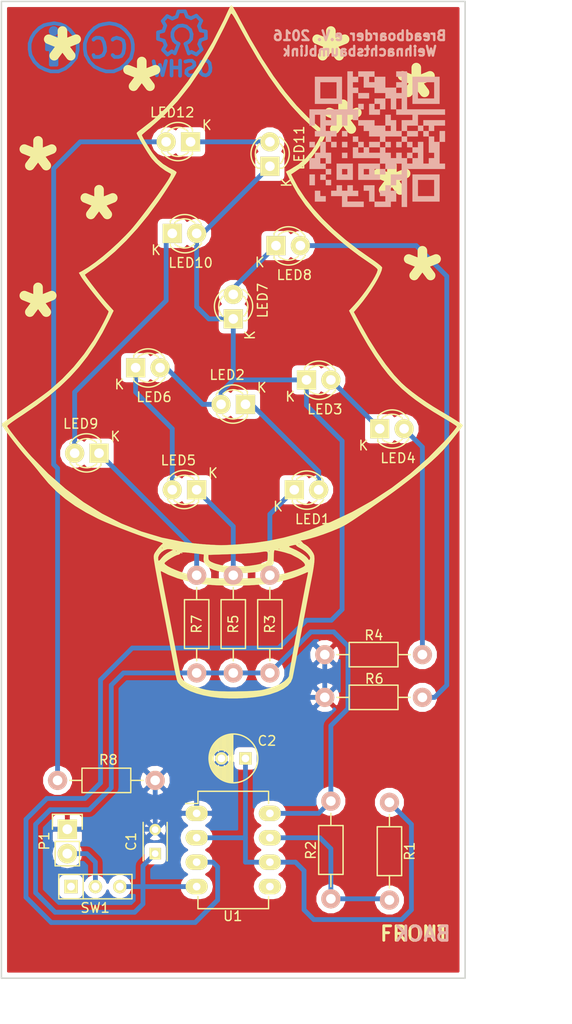
<source format=kicad_pcb>
(kicad_pcb (version 4) (host pcbnew 4.0.5)

  (general
    (links 37)
    (no_connects 0)
    (area 129.464999 60.884999 177.875001 162.635001)
    (thickness 1.6)
    (drawings 19)
    (tracks 122)
    (zones 0)
    (modules 30)
    (nets 19)
  )

  (page A4)
  (title_block
    (title "Weihnachtsbaumblink / Tannenbaumplatine Loetworkshop")
    (date 2016-03-03)
    (rev 2)
    (company "Breadboarder e.V.")
  )

  (layers
    (0 F.Cu signal)
    (31 B.Cu signal)
    (32 B.Adhes user)
    (33 F.Adhes user)
    (34 B.Paste user)
    (35 F.Paste user)
    (36 B.SilkS user)
    (37 F.SilkS user)
    (38 B.Mask user)
    (39 F.Mask user)
    (40 Dwgs.User user)
    (41 Cmts.User user)
    (42 Eco1.User user)
    (43 Eco2.User user)
    (44 Edge.Cuts user)
    (45 Margin user)
    (46 B.CrtYd user)
    (47 F.CrtYd user)
    (48 B.Fab user)
    (49 F.Fab user)
  )

  (setup
    (last_trace_width 0.5)
    (trace_clearance 0.5)
    (zone_clearance 0.508)
    (zone_45_only no)
    (trace_min 0.16)
    (segment_width 0.2)
    (edge_width 0.15)
    (via_size 0.9)
    (via_drill 0.8)
    (via_min_size 0.4)
    (via_min_drill 0.3)
    (uvia_size 0.7)
    (uvia_drill 0.6)
    (uvias_allowed no)
    (uvia_min_size 0.2)
    (uvia_min_drill 0.1)
    (pcb_text_width 0.3)
    (pcb_text_size 1.5 1.5)
    (mod_edge_width 0.15)
    (mod_text_size 1 1)
    (mod_text_width 0.15)
    (pad_size 1.524 1.524)
    (pad_drill 0.762)
    (pad_to_mask_clearance 0.2)
    (aux_axis_origin 0 0)
    (visible_elements 7FFFFFFF)
    (pcbplotparams
      (layerselection 0x00030_80000001)
      (usegerberextensions false)
      (excludeedgelayer true)
      (linewidth 0.100000)
      (plotframeref false)
      (viasonmask false)
      (mode 1)
      (useauxorigin false)
      (hpglpennumber 1)
      (hpglpenspeed 20)
      (hpglpendiameter 15)
      (hpglpenoverlay 2)
      (psnegative false)
      (psa4output false)
      (plotreference true)
      (plotvalue true)
      (plotinvisibletext false)
      (padsonsilk false)
      (subtractmaskfromsilk false)
      (outputformat 1)
      (mirror false)
      (drillshape 1)
      (scaleselection 1)
      (outputdirectory ""))
  )

  (net 0 "")
  (net 1 +9V)
  (net 2 GND)
  (net 3 "Net-(C2-Pad1)")
  (net 4 "Net-(LED1-Pad1)")
  (net 5 "Net-(LED1-Pad2)")
  (net 6 "Net-(LED10-Pad2)")
  (net 7 "Net-(LED3-Pad2)")
  (net 8 "Net-(LED4-Pad2)")
  (net 9 "Net-(LED5-Pad1)")
  (net 10 "Net-(LED5-Pad2)")
  (net 11 "Net-(LED7-Pad2)")
  (net 12 "Net-(LED8-Pad2)")
  (net 13 "Net-(LED9-Pad1)")
  (net 14 "Net-(LED10-Pad1)")
  (net 15 "Net-(LED11-Pad2)")
  (net 16 "Net-(LED12-Pad2)")
  (net 17 "Net-(P1-Pad2)")
  (net 18 "Net-(R1-Pad1)")

  (net_class Default "Dies ist die voreingestellte Netzklasse."
    (clearance 0.5)
    (trace_width 0.5)
    (via_dia 0.9)
    (via_drill 0.8)
    (uvia_dia 0.7)
    (uvia_drill 0.6)
    (add_net +9V)
    (add_net GND)
    (add_net "Net-(C2-Pad1)")
    (add_net "Net-(LED1-Pad1)")
    (add_net "Net-(LED1-Pad2)")
    (add_net "Net-(LED10-Pad1)")
    (add_net "Net-(LED10-Pad2)")
    (add_net "Net-(LED11-Pad2)")
    (add_net "Net-(LED12-Pad2)")
    (add_net "Net-(LED3-Pad2)")
    (add_net "Net-(LED4-Pad2)")
    (add_net "Net-(LED5-Pad1)")
    (add_net "Net-(LED5-Pad2)")
    (add_net "Net-(LED7-Pad2)")
    (add_net "Net-(LED8-Pad2)")
    (add_net "Net-(LED9-Pad1)")
    (add_net "Net-(P1-Pad2)")
    (add_net "Net-(R1-Pad1)")
  )

  (module Capacitors_ThroughHole:C_Radial_D5_L11_P2.5 (layer F.Cu) (tedit 57E3FF97) (tstamp 5661F3D6)
    (at 154.94 139.7 180)
    (descr "Radial Electrolytic Capacitor Diameter 5mm x Length 11mm, Pitch 2.5mm")
    (tags "Electrolytic Capacitor")
    (path /566044E6)
    (fp_text reference C2 (at -2.2352 1.8288 180) (layer F.SilkS)
      (effects (font (size 1 1) (thickness 0.15)))
    )
    (fp_text value 4u7 (at 1.25 3.8 180) (layer F.Fab)
      (effects (font (size 1 1) (thickness 0.15)))
    )
    (fp_line (start 1.325 -2.499) (end 1.325 2.499) (layer F.SilkS) (width 0.15))
    (fp_line (start 1.465 -2.491) (end 1.465 2.491) (layer F.SilkS) (width 0.15))
    (fp_line (start 1.605 -2.475) (end 1.605 -0.095) (layer F.SilkS) (width 0.15))
    (fp_line (start 1.605 0.095) (end 1.605 2.475) (layer F.SilkS) (width 0.15))
    (fp_line (start 1.745 -2.451) (end 1.745 -0.49) (layer F.SilkS) (width 0.15))
    (fp_line (start 1.745 0.49) (end 1.745 2.451) (layer F.SilkS) (width 0.15))
    (fp_line (start 1.885 -2.418) (end 1.885 -0.657) (layer F.SilkS) (width 0.15))
    (fp_line (start 1.885 0.657) (end 1.885 2.418) (layer F.SilkS) (width 0.15))
    (fp_line (start 2.025 -2.377) (end 2.025 -0.764) (layer F.SilkS) (width 0.15))
    (fp_line (start 2.025 0.764) (end 2.025 2.377) (layer F.SilkS) (width 0.15))
    (fp_line (start 2.165 -2.327) (end 2.165 -0.835) (layer F.SilkS) (width 0.15))
    (fp_line (start 2.165 0.835) (end 2.165 2.327) (layer F.SilkS) (width 0.15))
    (fp_line (start 2.305 -2.266) (end 2.305 -0.879) (layer F.SilkS) (width 0.15))
    (fp_line (start 2.305 0.879) (end 2.305 2.266) (layer F.SilkS) (width 0.15))
    (fp_line (start 2.445 -2.196) (end 2.445 -0.898) (layer F.SilkS) (width 0.15))
    (fp_line (start 2.445 0.898) (end 2.445 2.196) (layer F.SilkS) (width 0.15))
    (fp_line (start 2.585 -2.114) (end 2.585 -0.896) (layer F.SilkS) (width 0.15))
    (fp_line (start 2.585 0.896) (end 2.585 2.114) (layer F.SilkS) (width 0.15))
    (fp_line (start 2.725 -2.019) (end 2.725 -0.871) (layer F.SilkS) (width 0.15))
    (fp_line (start 2.725 0.871) (end 2.725 2.019) (layer F.SilkS) (width 0.15))
    (fp_line (start 2.865 -1.908) (end 2.865 -0.823) (layer F.SilkS) (width 0.15))
    (fp_line (start 2.865 0.823) (end 2.865 1.908) (layer F.SilkS) (width 0.15))
    (fp_line (start 3.005 -1.78) (end 3.005 -0.745) (layer F.SilkS) (width 0.15))
    (fp_line (start 3.005 0.745) (end 3.005 1.78) (layer F.SilkS) (width 0.15))
    (fp_line (start 3.145 -1.631) (end 3.145 -0.628) (layer F.SilkS) (width 0.15))
    (fp_line (start 3.145 0.628) (end 3.145 1.631) (layer F.SilkS) (width 0.15))
    (fp_line (start 3.285 -1.452) (end 3.285 -0.44) (layer F.SilkS) (width 0.15))
    (fp_line (start 3.285 0.44) (end 3.285 1.452) (layer F.SilkS) (width 0.15))
    (fp_line (start 3.425 -1.233) (end 3.425 1.233) (layer F.SilkS) (width 0.15))
    (fp_line (start 3.565 -0.944) (end 3.565 0.944) (layer F.SilkS) (width 0.15))
    (fp_line (start 3.705 -0.472) (end 3.705 0.472) (layer F.SilkS) (width 0.15))
    (fp_circle (center 2.5 0) (end 2.5 -0.9) (layer F.SilkS) (width 0.15))
    (fp_circle (center 1.25 0) (end 1.25 -2.5375) (layer F.SilkS) (width 0.15))
    (fp_circle (center 1.25 0) (end 1.25 -2.8) (layer F.CrtYd) (width 0.05))
    (pad 1 thru_hole rect (at 0 0 180) (size 1.3 1.3) (drill 0.8) (layers *.Cu *.Mask F.SilkS)
      (net 3 "Net-(C2-Pad1)"))
    (pad 2 thru_hole circle (at 2.5 0 180) (size 1.3 1.3) (drill 0.8) (layers *.Cu *.Mask F.SilkS)
      (net 2 GND))
    (model Capacitors_ThroughHole.3dshapes/C_Radial_D5_L11_P2.5.wrl
      (at (xyz 0.049213 0 0))
      (scale (xyz 1 1 1))
      (rotate (xyz 0 0 90))
    )
  )

  (module LEDs:LED-3MM (layer F.Cu) (tedit 559B82F6) (tstamp 5661F3E2)
    (at 160.02 111.76)
    (descr "LED 3mm round vertical")
    (tags "LED  3mm round vertical")
    (path /566053DB)
    (fp_text reference LED1 (at 1.91 3.06) (layer F.SilkS)
      (effects (font (size 1 1) (thickness 0.15)))
    )
    (fp_text value LED (at 1.3 -2.9) (layer F.Fab)
      (effects (font (size 1 1) (thickness 0.15)))
    )
    (fp_line (start -1.2 2.3) (end 3.8 2.3) (layer F.CrtYd) (width 0.05))
    (fp_line (start 3.8 2.3) (end 3.8 -2.2) (layer F.CrtYd) (width 0.05))
    (fp_line (start 3.8 -2.2) (end -1.2 -2.2) (layer F.CrtYd) (width 0.05))
    (fp_line (start -1.2 -2.2) (end -1.2 2.3) (layer F.CrtYd) (width 0.05))
    (fp_line (start -0.199 1.314) (end -0.199 1.114) (layer F.SilkS) (width 0.15))
    (fp_line (start -0.199 -1.28) (end -0.199 -1.1) (layer F.SilkS) (width 0.15))
    (fp_arc (start 1.301 0.034) (end -0.199 -1.286) (angle 108.5) (layer F.SilkS) (width 0.15))
    (fp_arc (start 1.301 0.034) (end 0.25 -1.1) (angle 85.7) (layer F.SilkS) (width 0.15))
    (fp_arc (start 1.311 0.034) (end 3.051 0.994) (angle 110) (layer F.SilkS) (width 0.15))
    (fp_arc (start 1.301 0.034) (end 2.335 1.094) (angle 87.5) (layer F.SilkS) (width 0.15))
    (fp_text user K (at -1.69 1.74) (layer F.SilkS)
      (effects (font (size 1 1) (thickness 0.15)))
    )
    (pad 1 thru_hole rect (at 0 0 90) (size 2 2) (drill 1.00076) (layers *.Cu *.Mask F.SilkS)
      (net 4 "Net-(LED1-Pad1)"))
    (pad 2 thru_hole circle (at 2.54 0) (size 2 2) (drill 1.00076) (layers *.Cu *.Mask F.SilkS)
      (net 5 "Net-(LED1-Pad2)"))
    (model LEDs.3dshapes/LED-3MM.wrl
      (at (xyz 0.05 0 0))
      (scale (xyz 1 1 1))
      (rotate (xyz 0 0 90))
    )
  )

  (module LEDs:LED-3MM (layer F.Cu) (tedit 559B82F6) (tstamp 5661F3E8)
    (at 154.94 102.87 180)
    (descr "LED 3mm round vertical")
    (tags "LED  3mm round vertical")
    (path /566053E1)
    (fp_text reference LED2 (at 1.91 3.06 180) (layer F.SilkS)
      (effects (font (size 1 1) (thickness 0.15)))
    )
    (fp_text value LED (at 1.3 -2.9 180) (layer F.Fab)
      (effects (font (size 1 1) (thickness 0.15)))
    )
    (fp_line (start -1.2 2.3) (end 3.8 2.3) (layer F.CrtYd) (width 0.05))
    (fp_line (start 3.8 2.3) (end 3.8 -2.2) (layer F.CrtYd) (width 0.05))
    (fp_line (start 3.8 -2.2) (end -1.2 -2.2) (layer F.CrtYd) (width 0.05))
    (fp_line (start -1.2 -2.2) (end -1.2 2.3) (layer F.CrtYd) (width 0.05))
    (fp_line (start -0.199 1.314) (end -0.199 1.114) (layer F.SilkS) (width 0.15))
    (fp_line (start -0.199 -1.28) (end -0.199 -1.1) (layer F.SilkS) (width 0.15))
    (fp_arc (start 1.301 0.034) (end -0.199 -1.286) (angle 108.5) (layer F.SilkS) (width 0.15))
    (fp_arc (start 1.301 0.034) (end 0.25 -1.1) (angle 85.7) (layer F.SilkS) (width 0.15))
    (fp_arc (start 1.311 0.034) (end 3.051 0.994) (angle 110) (layer F.SilkS) (width 0.15))
    (fp_arc (start 1.301 0.034) (end 2.335 1.094) (angle 87.5) (layer F.SilkS) (width 0.15))
    (fp_text user K (at -1.69 1.74 180) (layer F.SilkS)
      (effects (font (size 1 1) (thickness 0.15)))
    )
    (pad 1 thru_hole rect (at 0 0 270) (size 2 2) (drill 1.00076) (layers *.Cu *.Mask F.SilkS)
      (net 5 "Net-(LED1-Pad2)"))
    (pad 2 thru_hole circle (at 2.54 0 180) (size 2 2) (drill 1.00076) (layers *.Cu *.Mask F.SilkS)
      (net 6 "Net-(LED10-Pad2)"))
    (model LEDs.3dshapes/LED-3MM.wrl
      (at (xyz 0.05 0 0))
      (scale (xyz 1 1 1))
      (rotate (xyz 0 0 90))
    )
  )

  (module LEDs:LED-3MM (layer F.Cu) (tedit 559B82F6) (tstamp 5661F3EE)
    (at 161.29 100.33)
    (descr "LED 3mm round vertical")
    (tags "LED  3mm round vertical")
    (path /566053E7)
    (fp_text reference LED3 (at 1.91 3.06) (layer F.SilkS)
      (effects (font (size 1 1) (thickness 0.15)))
    )
    (fp_text value LED (at 1.3 -2.9) (layer F.Fab)
      (effects (font (size 1 1) (thickness 0.15)))
    )
    (fp_line (start -1.2 2.3) (end 3.8 2.3) (layer F.CrtYd) (width 0.05))
    (fp_line (start 3.8 2.3) (end 3.8 -2.2) (layer F.CrtYd) (width 0.05))
    (fp_line (start 3.8 -2.2) (end -1.2 -2.2) (layer F.CrtYd) (width 0.05))
    (fp_line (start -1.2 -2.2) (end -1.2 2.3) (layer F.CrtYd) (width 0.05))
    (fp_line (start -0.199 1.314) (end -0.199 1.114) (layer F.SilkS) (width 0.15))
    (fp_line (start -0.199 -1.28) (end -0.199 -1.1) (layer F.SilkS) (width 0.15))
    (fp_arc (start 1.301 0.034) (end -0.199 -1.286) (angle 108.5) (layer F.SilkS) (width 0.15))
    (fp_arc (start 1.301 0.034) (end 0.25 -1.1) (angle 85.7) (layer F.SilkS) (width 0.15))
    (fp_arc (start 1.311 0.034) (end 3.051 0.994) (angle 110) (layer F.SilkS) (width 0.15))
    (fp_arc (start 1.301 0.034) (end 2.335 1.094) (angle 87.5) (layer F.SilkS) (width 0.15))
    (fp_text user K (at -1.69 1.74) (layer F.SilkS)
      (effects (font (size 1 1) (thickness 0.15)))
    )
    (pad 1 thru_hole rect (at 0 0 90) (size 2 2) (drill 1.00076) (layers *.Cu *.Mask F.SilkS)
      (net 6 "Net-(LED10-Pad2)"))
    (pad 2 thru_hole circle (at 2.54 0) (size 2 2) (drill 1.00076) (layers *.Cu *.Mask F.SilkS)
      (net 7 "Net-(LED3-Pad2)"))
    (model LEDs.3dshapes/LED-3MM.wrl
      (at (xyz 0.05 0 0))
      (scale (xyz 1 1 1))
      (rotate (xyz 0 0 90))
    )
  )

  (module LEDs:LED-3MM (layer F.Cu) (tedit 559B82F6) (tstamp 5661F3F4)
    (at 168.91 105.41)
    (descr "LED 3mm round vertical")
    (tags "LED  3mm round vertical")
    (path /566053ED)
    (fp_text reference LED4 (at 1.91 3.06) (layer F.SilkS)
      (effects (font (size 1 1) (thickness 0.15)))
    )
    (fp_text value LED (at 1.3 -2.9) (layer F.Fab)
      (effects (font (size 1 1) (thickness 0.15)))
    )
    (fp_line (start -1.2 2.3) (end 3.8 2.3) (layer F.CrtYd) (width 0.05))
    (fp_line (start 3.8 2.3) (end 3.8 -2.2) (layer F.CrtYd) (width 0.05))
    (fp_line (start 3.8 -2.2) (end -1.2 -2.2) (layer F.CrtYd) (width 0.05))
    (fp_line (start -1.2 -2.2) (end -1.2 2.3) (layer F.CrtYd) (width 0.05))
    (fp_line (start -0.199 1.314) (end -0.199 1.114) (layer F.SilkS) (width 0.15))
    (fp_line (start -0.199 -1.28) (end -0.199 -1.1) (layer F.SilkS) (width 0.15))
    (fp_arc (start 1.301 0.034) (end -0.199 -1.286) (angle 108.5) (layer F.SilkS) (width 0.15))
    (fp_arc (start 1.301 0.034) (end 0.25 -1.1) (angle 85.7) (layer F.SilkS) (width 0.15))
    (fp_arc (start 1.311 0.034) (end 3.051 0.994) (angle 110) (layer F.SilkS) (width 0.15))
    (fp_arc (start 1.301 0.034) (end 2.335 1.094) (angle 87.5) (layer F.SilkS) (width 0.15))
    (fp_text user K (at -1.69 1.74) (layer F.SilkS)
      (effects (font (size 1 1) (thickness 0.15)))
    )
    (pad 1 thru_hole rect (at 0 0 90) (size 2 2) (drill 1.00076) (layers *.Cu *.Mask F.SilkS)
      (net 7 "Net-(LED3-Pad2)"))
    (pad 2 thru_hole circle (at 2.54 0) (size 2 2) (drill 1.00076) (layers *.Cu *.Mask F.SilkS)
      (net 8 "Net-(LED4-Pad2)"))
    (model LEDs.3dshapes/LED-3MM.wrl
      (at (xyz 0.05 0 0))
      (scale (xyz 1 1 1))
      (rotate (xyz 0 0 90))
    )
  )

  (module LEDs:LED-3MM (layer F.Cu) (tedit 559B82F6) (tstamp 5661F3FA)
    (at 149.86 111.76 180)
    (descr "LED 3mm round vertical")
    (tags "LED  3mm round vertical")
    (path /56605302)
    (fp_text reference LED5 (at 1.91 3.06 180) (layer F.SilkS)
      (effects (font (size 1 1) (thickness 0.15)))
    )
    (fp_text value LED (at 1.3 -2.9 180) (layer F.Fab)
      (effects (font (size 1 1) (thickness 0.15)))
    )
    (fp_line (start -1.2 2.3) (end 3.8 2.3) (layer F.CrtYd) (width 0.05))
    (fp_line (start 3.8 2.3) (end 3.8 -2.2) (layer F.CrtYd) (width 0.05))
    (fp_line (start 3.8 -2.2) (end -1.2 -2.2) (layer F.CrtYd) (width 0.05))
    (fp_line (start -1.2 -2.2) (end -1.2 2.3) (layer F.CrtYd) (width 0.05))
    (fp_line (start -0.199 1.314) (end -0.199 1.114) (layer F.SilkS) (width 0.15))
    (fp_line (start -0.199 -1.28) (end -0.199 -1.1) (layer F.SilkS) (width 0.15))
    (fp_arc (start 1.301 0.034) (end -0.199 -1.286) (angle 108.5) (layer F.SilkS) (width 0.15))
    (fp_arc (start 1.301 0.034) (end 0.25 -1.1) (angle 85.7) (layer F.SilkS) (width 0.15))
    (fp_arc (start 1.311 0.034) (end 3.051 0.994) (angle 110) (layer F.SilkS) (width 0.15))
    (fp_arc (start 1.301 0.034) (end 2.335 1.094) (angle 87.5) (layer F.SilkS) (width 0.15))
    (fp_text user K (at -1.69 1.74 180) (layer F.SilkS)
      (effects (font (size 1 1) (thickness 0.15)))
    )
    (pad 1 thru_hole rect (at 0 0 270) (size 2 2) (drill 1.00076) (layers *.Cu *.Mask F.SilkS)
      (net 9 "Net-(LED5-Pad1)"))
    (pad 2 thru_hole circle (at 2.54 0 180) (size 2 2) (drill 1.00076) (layers *.Cu *.Mask F.SilkS)
      (net 10 "Net-(LED5-Pad2)"))
    (model LEDs.3dshapes/LED-3MM.wrl
      (at (xyz 0.05 0 0))
      (scale (xyz 1 1 1))
      (rotate (xyz 0 0 90))
    )
  )

  (module LEDs:LED-3MM (layer F.Cu) (tedit 559B82F6) (tstamp 5661F400)
    (at 143.51 99.06)
    (descr "LED 3mm round vertical")
    (tags "LED  3mm round vertical")
    (path /56605308)
    (fp_text reference LED6 (at 1.91 3.06) (layer F.SilkS)
      (effects (font (size 1 1) (thickness 0.15)))
    )
    (fp_text value LED (at 1.3 -2.9) (layer F.Fab)
      (effects (font (size 1 1) (thickness 0.15)))
    )
    (fp_line (start -1.2 2.3) (end 3.8 2.3) (layer F.CrtYd) (width 0.05))
    (fp_line (start 3.8 2.3) (end 3.8 -2.2) (layer F.CrtYd) (width 0.05))
    (fp_line (start 3.8 -2.2) (end -1.2 -2.2) (layer F.CrtYd) (width 0.05))
    (fp_line (start -1.2 -2.2) (end -1.2 2.3) (layer F.CrtYd) (width 0.05))
    (fp_line (start -0.199 1.314) (end -0.199 1.114) (layer F.SilkS) (width 0.15))
    (fp_line (start -0.199 -1.28) (end -0.199 -1.1) (layer F.SilkS) (width 0.15))
    (fp_arc (start 1.301 0.034) (end -0.199 -1.286) (angle 108.5) (layer F.SilkS) (width 0.15))
    (fp_arc (start 1.301 0.034) (end 0.25 -1.1) (angle 85.7) (layer F.SilkS) (width 0.15))
    (fp_arc (start 1.311 0.034) (end 3.051 0.994) (angle 110) (layer F.SilkS) (width 0.15))
    (fp_arc (start 1.301 0.034) (end 2.335 1.094) (angle 87.5) (layer F.SilkS) (width 0.15))
    (fp_text user K (at -1.69 1.74) (layer F.SilkS)
      (effects (font (size 1 1) (thickness 0.15)))
    )
    (pad 1 thru_hole rect (at 0 0 90) (size 2 2) (drill 1.00076) (layers *.Cu *.Mask F.SilkS)
      (net 10 "Net-(LED5-Pad2)"))
    (pad 2 thru_hole circle (at 2.54 0) (size 2 2) (drill 1.00076) (layers *.Cu *.Mask F.SilkS)
      (net 6 "Net-(LED10-Pad2)"))
    (model LEDs.3dshapes/LED-3MM.wrl
      (at (xyz 0.05 0 0))
      (scale (xyz 1 1 1))
      (rotate (xyz 0 0 90))
    )
  )

  (module LEDs:LED-3MM (layer F.Cu) (tedit 559B82F6) (tstamp 5661F406)
    (at 153.67 93.98 90)
    (descr "LED 3mm round vertical")
    (tags "LED  3mm round vertical")
    (path /5660530E)
    (fp_text reference LED7 (at 1.91 3.06 90) (layer F.SilkS)
      (effects (font (size 1 1) (thickness 0.15)))
    )
    (fp_text value LED (at 1.3 -2.9 90) (layer F.Fab)
      (effects (font (size 1 1) (thickness 0.15)))
    )
    (fp_line (start -1.2 2.3) (end 3.8 2.3) (layer F.CrtYd) (width 0.05))
    (fp_line (start 3.8 2.3) (end 3.8 -2.2) (layer F.CrtYd) (width 0.05))
    (fp_line (start 3.8 -2.2) (end -1.2 -2.2) (layer F.CrtYd) (width 0.05))
    (fp_line (start -1.2 -2.2) (end -1.2 2.3) (layer F.CrtYd) (width 0.05))
    (fp_line (start -0.199 1.314) (end -0.199 1.114) (layer F.SilkS) (width 0.15))
    (fp_line (start -0.199 -1.28) (end -0.199 -1.1) (layer F.SilkS) (width 0.15))
    (fp_arc (start 1.301 0.034) (end -0.199 -1.286) (angle 108.5) (layer F.SilkS) (width 0.15))
    (fp_arc (start 1.301 0.034) (end 0.25 -1.1) (angle 85.7) (layer F.SilkS) (width 0.15))
    (fp_arc (start 1.311 0.034) (end 3.051 0.994) (angle 110) (layer F.SilkS) (width 0.15))
    (fp_arc (start 1.301 0.034) (end 2.335 1.094) (angle 87.5) (layer F.SilkS) (width 0.15))
    (fp_text user K (at -1.69 1.74 90) (layer F.SilkS)
      (effects (font (size 1 1) (thickness 0.15)))
    )
    (pad 1 thru_hole rect (at 0 0 180) (size 2 2) (drill 1.00076) (layers *.Cu *.Mask F.SilkS)
      (net 6 "Net-(LED10-Pad2)"))
    (pad 2 thru_hole circle (at 2.54 0 90) (size 2 2) (drill 1.00076) (layers *.Cu *.Mask F.SilkS)
      (net 11 "Net-(LED7-Pad2)"))
    (model LEDs.3dshapes/LED-3MM.wrl
      (at (xyz 0.05 0 0))
      (scale (xyz 1 1 1))
      (rotate (xyz 0 0 90))
    )
  )

  (module LEDs:LED-3MM (layer F.Cu) (tedit 559B82F6) (tstamp 5661F40C)
    (at 158.115 86.36)
    (descr "LED 3mm round vertical")
    (tags "LED  3mm round vertical")
    (path /56605314)
    (fp_text reference LED8 (at 1.91 3.06) (layer F.SilkS)
      (effects (font (size 1 1) (thickness 0.15)))
    )
    (fp_text value LED (at 1.3 -2.9) (layer F.Fab)
      (effects (font (size 1 1) (thickness 0.15)))
    )
    (fp_line (start -1.2 2.3) (end 3.8 2.3) (layer F.CrtYd) (width 0.05))
    (fp_line (start 3.8 2.3) (end 3.8 -2.2) (layer F.CrtYd) (width 0.05))
    (fp_line (start 3.8 -2.2) (end -1.2 -2.2) (layer F.CrtYd) (width 0.05))
    (fp_line (start -1.2 -2.2) (end -1.2 2.3) (layer F.CrtYd) (width 0.05))
    (fp_line (start -0.199 1.314) (end -0.199 1.114) (layer F.SilkS) (width 0.15))
    (fp_line (start -0.199 -1.28) (end -0.199 -1.1) (layer F.SilkS) (width 0.15))
    (fp_arc (start 1.301 0.034) (end -0.199 -1.286) (angle 108.5) (layer F.SilkS) (width 0.15))
    (fp_arc (start 1.301 0.034) (end 0.25 -1.1) (angle 85.7) (layer F.SilkS) (width 0.15))
    (fp_arc (start 1.311 0.034) (end 3.051 0.994) (angle 110) (layer F.SilkS) (width 0.15))
    (fp_arc (start 1.301 0.034) (end 2.335 1.094) (angle 87.5) (layer F.SilkS) (width 0.15))
    (fp_text user K (at -1.69 1.74) (layer F.SilkS)
      (effects (font (size 1 1) (thickness 0.15)))
    )
    (pad 1 thru_hole rect (at 0 0 90) (size 2 2) (drill 1.00076) (layers *.Cu *.Mask F.SilkS)
      (net 11 "Net-(LED7-Pad2)"))
    (pad 2 thru_hole circle (at 2.54 0) (size 2 2) (drill 1.00076) (layers *.Cu *.Mask F.SilkS)
      (net 12 "Net-(LED8-Pad2)"))
    (model LEDs.3dshapes/LED-3MM.wrl
      (at (xyz 0.05 0 0))
      (scale (xyz 1 1 1))
      (rotate (xyz 0 0 90))
    )
  )

  (module LEDs:LED-3MM (layer F.Cu) (tedit 559B82F6) (tstamp 5661F412)
    (at 139.7 107.95 180)
    (descr "LED 3mm round vertical")
    (tags "LED  3mm round vertical")
    (path /566046F8)
    (fp_text reference LED9 (at 1.91 3.06 180) (layer F.SilkS)
      (effects (font (size 1 1) (thickness 0.15)))
    )
    (fp_text value LED (at 1.3 -2.9 180) (layer F.Fab)
      (effects (font (size 1 1) (thickness 0.15)))
    )
    (fp_line (start -1.2 2.3) (end 3.8 2.3) (layer F.CrtYd) (width 0.05))
    (fp_line (start 3.8 2.3) (end 3.8 -2.2) (layer F.CrtYd) (width 0.05))
    (fp_line (start 3.8 -2.2) (end -1.2 -2.2) (layer F.CrtYd) (width 0.05))
    (fp_line (start -1.2 -2.2) (end -1.2 2.3) (layer F.CrtYd) (width 0.05))
    (fp_line (start -0.199 1.314) (end -0.199 1.114) (layer F.SilkS) (width 0.15))
    (fp_line (start -0.199 -1.28) (end -0.199 -1.1) (layer F.SilkS) (width 0.15))
    (fp_arc (start 1.301 0.034) (end -0.199 -1.286) (angle 108.5) (layer F.SilkS) (width 0.15))
    (fp_arc (start 1.301 0.034) (end 0.25 -1.1) (angle 85.7) (layer F.SilkS) (width 0.15))
    (fp_arc (start 1.311 0.034) (end 3.051 0.994) (angle 110) (layer F.SilkS) (width 0.15))
    (fp_arc (start 1.301 0.034) (end 2.335 1.094) (angle 87.5) (layer F.SilkS) (width 0.15))
    (fp_text user K (at -1.69 1.74 180) (layer F.SilkS)
      (effects (font (size 1 1) (thickness 0.15)))
    )
    (pad 1 thru_hole rect (at 0 0 270) (size 2 2) (drill 1.00076) (layers *.Cu *.Mask F.SilkS)
      (net 13 "Net-(LED9-Pad1)"))
    (pad 2 thru_hole circle (at 2.54 0 180) (size 2 2) (drill 1.00076) (layers *.Cu *.Mask F.SilkS)
      (net 14 "Net-(LED10-Pad1)"))
    (model LEDs.3dshapes/LED-3MM.wrl
      (at (xyz 0.05 0 0))
      (scale (xyz 1 1 1))
      (rotate (xyz 0 0 90))
    )
  )

  (module LEDs:LED-3MM (layer F.Cu) (tedit 559B82F6) (tstamp 5661F418)
    (at 147.32 85.09)
    (descr "LED 3mm round vertical")
    (tags "LED  3mm round vertical")
    (path /56604BFF)
    (fp_text reference LED10 (at 1.91 3.06) (layer F.SilkS)
      (effects (font (size 1 1) (thickness 0.15)))
    )
    (fp_text value LED (at 1.3 -2.9) (layer F.Fab)
      (effects (font (size 1 1) (thickness 0.15)))
    )
    (fp_line (start -1.2 2.3) (end 3.8 2.3) (layer F.CrtYd) (width 0.05))
    (fp_line (start 3.8 2.3) (end 3.8 -2.2) (layer F.CrtYd) (width 0.05))
    (fp_line (start 3.8 -2.2) (end -1.2 -2.2) (layer F.CrtYd) (width 0.05))
    (fp_line (start -1.2 -2.2) (end -1.2 2.3) (layer F.CrtYd) (width 0.05))
    (fp_line (start -0.199 1.314) (end -0.199 1.114) (layer F.SilkS) (width 0.15))
    (fp_line (start -0.199 -1.28) (end -0.199 -1.1) (layer F.SilkS) (width 0.15))
    (fp_arc (start 1.301 0.034) (end -0.199 -1.286) (angle 108.5) (layer F.SilkS) (width 0.15))
    (fp_arc (start 1.301 0.034) (end 0.25 -1.1) (angle 85.7) (layer F.SilkS) (width 0.15))
    (fp_arc (start 1.311 0.034) (end 3.051 0.994) (angle 110) (layer F.SilkS) (width 0.15))
    (fp_arc (start 1.301 0.034) (end 2.335 1.094) (angle 87.5) (layer F.SilkS) (width 0.15))
    (fp_text user K (at -1.69 1.74) (layer F.SilkS)
      (effects (font (size 1 1) (thickness 0.15)))
    )
    (pad 1 thru_hole rect (at 0 0 90) (size 2 2) (drill 1.00076) (layers *.Cu *.Mask F.SilkS)
      (net 14 "Net-(LED10-Pad1)"))
    (pad 2 thru_hole circle (at 2.54 0) (size 2 2) (drill 1.00076) (layers *.Cu *.Mask F.SilkS)
      (net 6 "Net-(LED10-Pad2)"))
    (model LEDs.3dshapes/LED-3MM.wrl
      (at (xyz 0.05 0 0))
      (scale (xyz 1 1 1))
      (rotate (xyz 0 0 90))
    )
  )

  (module LEDs:LED-3MM (layer F.Cu) (tedit 559B82F6) (tstamp 5661F41E)
    (at 157.48 78.105 90)
    (descr "LED 3mm round vertical")
    (tags "LED  3mm round vertical")
    (path /56604C82)
    (fp_text reference LED11 (at 1.91 3.06 90) (layer F.SilkS)
      (effects (font (size 1 1) (thickness 0.15)))
    )
    (fp_text value LED (at 1.3 -2.9 90) (layer F.Fab)
      (effects (font (size 1 1) (thickness 0.15)))
    )
    (fp_line (start -1.2 2.3) (end 3.8 2.3) (layer F.CrtYd) (width 0.05))
    (fp_line (start 3.8 2.3) (end 3.8 -2.2) (layer F.CrtYd) (width 0.05))
    (fp_line (start 3.8 -2.2) (end -1.2 -2.2) (layer F.CrtYd) (width 0.05))
    (fp_line (start -1.2 -2.2) (end -1.2 2.3) (layer F.CrtYd) (width 0.05))
    (fp_line (start -0.199 1.314) (end -0.199 1.114) (layer F.SilkS) (width 0.15))
    (fp_line (start -0.199 -1.28) (end -0.199 -1.1) (layer F.SilkS) (width 0.15))
    (fp_arc (start 1.301 0.034) (end -0.199 -1.286) (angle 108.5) (layer F.SilkS) (width 0.15))
    (fp_arc (start 1.301 0.034) (end 0.25 -1.1) (angle 85.7) (layer F.SilkS) (width 0.15))
    (fp_arc (start 1.311 0.034) (end 3.051 0.994) (angle 110) (layer F.SilkS) (width 0.15))
    (fp_arc (start 1.301 0.034) (end 2.335 1.094) (angle 87.5) (layer F.SilkS) (width 0.15))
    (fp_text user K (at -1.69 1.74 90) (layer F.SilkS)
      (effects (font (size 1 1) (thickness 0.15)))
    )
    (pad 1 thru_hole rect (at 0 0 180) (size 2 2) (drill 1.00076) (layers *.Cu *.Mask F.SilkS)
      (net 6 "Net-(LED10-Pad2)"))
    (pad 2 thru_hole circle (at 2.54 0 90) (size 2 2) (drill 1.00076) (layers *.Cu *.Mask F.SilkS)
      (net 15 "Net-(LED11-Pad2)"))
    (model LEDs.3dshapes/LED-3MM.wrl
      (at (xyz 0.05 0 0))
      (scale (xyz 1 1 1))
      (rotate (xyz 0 0 90))
    )
  )

  (module LEDs:LED-3MM (layer F.Cu) (tedit 559B82F6) (tstamp 5661F424)
    (at 149.225 75.565 180)
    (descr "LED 3mm round vertical")
    (tags "LED  3mm round vertical")
    (path /56604CF2)
    (fp_text reference LED12 (at 1.91 3.06 180) (layer F.SilkS)
      (effects (font (size 1 1) (thickness 0.15)))
    )
    (fp_text value LED (at 1.3 -2.9 180) (layer F.Fab)
      (effects (font (size 1 1) (thickness 0.15)))
    )
    (fp_line (start -1.2 2.3) (end 3.8 2.3) (layer F.CrtYd) (width 0.05))
    (fp_line (start 3.8 2.3) (end 3.8 -2.2) (layer F.CrtYd) (width 0.05))
    (fp_line (start 3.8 -2.2) (end -1.2 -2.2) (layer F.CrtYd) (width 0.05))
    (fp_line (start -1.2 -2.2) (end -1.2 2.3) (layer F.CrtYd) (width 0.05))
    (fp_line (start -0.199 1.314) (end -0.199 1.114) (layer F.SilkS) (width 0.15))
    (fp_line (start -0.199 -1.28) (end -0.199 -1.1) (layer F.SilkS) (width 0.15))
    (fp_arc (start 1.301 0.034) (end -0.199 -1.286) (angle 108.5) (layer F.SilkS) (width 0.15))
    (fp_arc (start 1.301 0.034) (end 0.25 -1.1) (angle 85.7) (layer F.SilkS) (width 0.15))
    (fp_arc (start 1.311 0.034) (end 3.051 0.994) (angle 110) (layer F.SilkS) (width 0.15))
    (fp_arc (start 1.301 0.034) (end 2.335 1.094) (angle 87.5) (layer F.SilkS) (width 0.15))
    (fp_text user K (at -1.69 1.74 180) (layer F.SilkS)
      (effects (font (size 1 1) (thickness 0.15)))
    )
    (pad 1 thru_hole rect (at 0 0 270) (size 2 2) (drill 1.00076) (layers *.Cu *.Mask F.SilkS)
      (net 15 "Net-(LED11-Pad2)"))
    (pad 2 thru_hole circle (at 2.54 0 180) (size 2 2) (drill 1.00076) (layers *.Cu *.Mask F.SilkS)
      (net 16 "Net-(LED12-Pad2)"))
    (model LEDs.3dshapes/LED-3MM.wrl
      (at (xyz 0.05 0 0))
      (scale (xyz 1 1 1))
      (rotate (xyz 0 0 90))
    )
  )

  (module Resistors_ThroughHole:Resistor_Horizontal_RM10mm (layer F.Cu) (tedit 57E3FF8A) (tstamp 5661F430)
    (at 169.926 149.352 90)
    (descr "Resistor, Axial,  RM 10mm, 1/3W,")
    (tags "Resistor, Axial, RM 10mm, 1/3W,")
    (path /566042A3)
    (fp_text reference R1 (at 0 2.1082 90) (layer F.SilkS)
      (effects (font (size 1 1) (thickness 0.15)))
    )
    (fp_text value 330k (at 3.81 3.81 90) (layer F.Fab)
      (effects (font (size 1 1) (thickness 0.15)))
    )
    (fp_line (start -2.54 -1.27) (end 2.54 -1.27) (layer F.SilkS) (width 0.15))
    (fp_line (start 2.54 -1.27) (end 2.54 1.27) (layer F.SilkS) (width 0.15))
    (fp_line (start 2.54 1.27) (end -2.54 1.27) (layer F.SilkS) (width 0.15))
    (fp_line (start -2.54 1.27) (end -2.54 -1.27) (layer F.SilkS) (width 0.15))
    (fp_line (start -2.54 0) (end -3.81 0) (layer F.SilkS) (width 0.15))
    (fp_line (start 2.54 0) (end 3.81 0) (layer F.SilkS) (width 0.15))
    (pad 1 thru_hole circle (at -5.08 0 90) (size 1.99898 1.99898) (drill 1.00076) (layers *.Cu *.SilkS *.Mask)
      (net 18 "Net-(R1-Pad1)"))
    (pad 2 thru_hole circle (at 5.08 0 90) (size 1.99898 1.99898) (drill 1.00076) (layers *.Cu *.SilkS *.Mask)
      (net 3 "Net-(C2-Pad1)"))
    (model Resistors_ThroughHole.3dshapes/Resistor_Horizontal_RM10mm.wrl
      (at (xyz 0 0 0))
      (scale (xyz 0.4 0.4 0.4))
      (rotate (xyz 0 0 0))
    )
  )

  (module Resistors_ThroughHole:Resistor_Horizontal_RM10mm (layer F.Cu) (tedit 57E3FF90) (tstamp 5661F436)
    (at 163.83 149.225 90)
    (descr "Resistor, Axial,  RM 10mm, 1/3W,")
    (tags "Resistor, Axial, RM 10mm, 1/3W,")
    (path /56604196)
    (fp_text reference R2 (at -0.0254 -2.0828 90) (layer F.SilkS)
      (effects (font (size 1 1) (thickness 0.15)))
    )
    (fp_text value 330k (at 3.81 3.81 90) (layer F.Fab)
      (effects (font (size 1 1) (thickness 0.15)))
    )
    (fp_line (start -2.54 -1.27) (end 2.54 -1.27) (layer F.SilkS) (width 0.15))
    (fp_line (start 2.54 -1.27) (end 2.54 1.27) (layer F.SilkS) (width 0.15))
    (fp_line (start 2.54 1.27) (end -2.54 1.27) (layer F.SilkS) (width 0.15))
    (fp_line (start -2.54 1.27) (end -2.54 -1.27) (layer F.SilkS) (width 0.15))
    (fp_line (start -2.54 0) (end -3.81 0) (layer F.SilkS) (width 0.15))
    (fp_line (start 2.54 0) (end 3.81 0) (layer F.SilkS) (width 0.15))
    (pad 1 thru_hole circle (at -5.08 0 90) (size 1.99898 1.99898) (drill 1.00076) (layers *.Cu *.SilkS *.Mask)
      (net 18 "Net-(R1-Pad1)"))
    (pad 2 thru_hole circle (at 5.08 0 90) (size 1.99898 1.99898) (drill 1.00076) (layers *.Cu *.SilkS *.Mask)
      (net 1 +9V))
    (model Resistors_ThroughHole.3dshapes/Resistor_Horizontal_RM10mm.wrl
      (at (xyz 0 0 0))
      (scale (xyz 0.4 0.4 0.4))
      (rotate (xyz 0 0 0))
    )
  )

  (module Resistors_ThroughHole:Resistor_Horizontal_RM10mm (layer F.Cu) (tedit 5661708F) (tstamp 5661F43C)
    (at 157.48 125.73 90)
    (descr "Resistor, Axial,  RM 10mm, 1/3W,")
    (tags "Resistor, Axial, RM 10mm, 1/3W,")
    (path /56604384)
    (fp_text reference R3 (at 0 0 90) (layer F.SilkS)
      (effects (font (size 1 1) (thickness 0.15)))
    )
    (fp_text value 330 (at 3.81 3.81 90) (layer F.Fab)
      (effects (font (size 1 1) (thickness 0.15)))
    )
    (fp_line (start -2.54 -1.27) (end 2.54 -1.27) (layer F.SilkS) (width 0.15))
    (fp_line (start 2.54 -1.27) (end 2.54 1.27) (layer F.SilkS) (width 0.15))
    (fp_line (start 2.54 1.27) (end -2.54 1.27) (layer F.SilkS) (width 0.15))
    (fp_line (start -2.54 1.27) (end -2.54 -1.27) (layer F.SilkS) (width 0.15))
    (fp_line (start -2.54 0) (end -3.81 0) (layer F.SilkS) (width 0.15))
    (fp_line (start 2.54 0) (end 3.81 0) (layer F.SilkS) (width 0.15))
    (pad 1 thru_hole circle (at -5.08 0 90) (size 1.99898 1.99898) (drill 1.00076) (layers *.Cu *.SilkS *.Mask)
      (net 1 +9V))
    (pad 2 thru_hole circle (at 5.08 0 90) (size 1.99898 1.99898) (drill 1.00076) (layers *.Cu *.SilkS *.Mask)
      (net 4 "Net-(LED1-Pad1)"))
    (model Resistors_ThroughHole.3dshapes/Resistor_Horizontal_RM10mm.wrl
      (at (xyz 0 0 0))
      (scale (xyz 0.4 0.4 0.4))
      (rotate (xyz 0 0 0))
    )
  )

  (module Resistors_ThroughHole:Resistor_Horizontal_RM10mm (layer F.Cu) (tedit 57E3FFC0) (tstamp 5661F442)
    (at 168.275 128.905 180)
    (descr "Resistor, Axial,  RM 10mm, 1/3W,")
    (tags "Resistor, Axial, RM 10mm, 1/3W,")
    (path /56604439)
    (fp_text reference R4 (at -0.0254 2.0066 180) (layer F.SilkS)
      (effects (font (size 1 1) (thickness 0.15)))
    )
    (fp_text value 270 (at 3.81 3.81 180) (layer F.Fab)
      (effects (font (size 1 1) (thickness 0.15)))
    )
    (fp_line (start -2.54 -1.27) (end 2.54 -1.27) (layer F.SilkS) (width 0.15))
    (fp_line (start 2.54 -1.27) (end 2.54 1.27) (layer F.SilkS) (width 0.15))
    (fp_line (start 2.54 1.27) (end -2.54 1.27) (layer F.SilkS) (width 0.15))
    (fp_line (start -2.54 1.27) (end -2.54 -1.27) (layer F.SilkS) (width 0.15))
    (fp_line (start -2.54 0) (end -3.81 0) (layer F.SilkS) (width 0.15))
    (fp_line (start 2.54 0) (end 3.81 0) (layer F.SilkS) (width 0.15))
    (pad 1 thru_hole circle (at -5.08 0 180) (size 1.99898 1.99898) (drill 1.00076) (layers *.Cu *.SilkS *.Mask)
      (net 8 "Net-(LED4-Pad2)"))
    (pad 2 thru_hole circle (at 5.08 0 180) (size 1.99898 1.99898) (drill 1.00076) (layers *.Cu *.SilkS *.Mask)
      (net 2 GND))
    (model Resistors_ThroughHole.3dshapes/Resistor_Horizontal_RM10mm.wrl
      (at (xyz 0 0 0))
      (scale (xyz 0.4 0.4 0.4))
      (rotate (xyz 0 0 0))
    )
  )

  (module Resistors_ThroughHole:Resistor_Horizontal_RM10mm (layer F.Cu) (tedit 56617093) (tstamp 5661F448)
    (at 153.67 125.73 90)
    (descr "Resistor, Axial,  RM 10mm, 1/3W,")
    (tags "Resistor, Axial, RM 10mm, 1/3W,")
    (path /566043CC)
    (fp_text reference R5 (at 0 0 90) (layer F.SilkS)
      (effects (font (size 1 1) (thickness 0.15)))
    )
    (fp_text value 330 (at 3.81 3.81 90) (layer F.Fab)
      (effects (font (size 1 1) (thickness 0.15)))
    )
    (fp_line (start -2.54 -1.27) (end 2.54 -1.27) (layer F.SilkS) (width 0.15))
    (fp_line (start 2.54 -1.27) (end 2.54 1.27) (layer F.SilkS) (width 0.15))
    (fp_line (start 2.54 1.27) (end -2.54 1.27) (layer F.SilkS) (width 0.15))
    (fp_line (start -2.54 1.27) (end -2.54 -1.27) (layer F.SilkS) (width 0.15))
    (fp_line (start -2.54 0) (end -3.81 0) (layer F.SilkS) (width 0.15))
    (fp_line (start 2.54 0) (end 3.81 0) (layer F.SilkS) (width 0.15))
    (pad 1 thru_hole circle (at -5.08 0 90) (size 1.99898 1.99898) (drill 1.00076) (layers *.Cu *.SilkS *.Mask)
      (net 1 +9V))
    (pad 2 thru_hole circle (at 5.08 0 90) (size 1.99898 1.99898) (drill 1.00076) (layers *.Cu *.SilkS *.Mask)
      (net 9 "Net-(LED5-Pad1)"))
    (model Resistors_ThroughHole.3dshapes/Resistor_Horizontal_RM10mm.wrl
      (at (xyz 0 0 0))
      (scale (xyz 0.4 0.4 0.4))
      (rotate (xyz 0 0 0))
    )
  )

  (module Resistors_ThroughHole:Resistor_Horizontal_RM10mm (layer F.Cu) (tedit 57E3FFC5) (tstamp 5661F44E)
    (at 168.275 133.35 180)
    (descr "Resistor, Axial,  RM 10mm, 1/3W,")
    (tags "Resistor, Axial, RM 10mm, 1/3W,")
    (path /5660446A)
    (fp_text reference R6 (at -0.0762 1.9304 180) (layer F.SilkS)
      (effects (font (size 1 1) (thickness 0.15)))
    )
    (fp_text value 270 (at 3.81 3.81 180) (layer F.Fab)
      (effects (font (size 1 1) (thickness 0.15)))
    )
    (fp_line (start -2.54 -1.27) (end 2.54 -1.27) (layer F.SilkS) (width 0.15))
    (fp_line (start 2.54 -1.27) (end 2.54 1.27) (layer F.SilkS) (width 0.15))
    (fp_line (start 2.54 1.27) (end -2.54 1.27) (layer F.SilkS) (width 0.15))
    (fp_line (start -2.54 1.27) (end -2.54 -1.27) (layer F.SilkS) (width 0.15))
    (fp_line (start -2.54 0) (end -3.81 0) (layer F.SilkS) (width 0.15))
    (fp_line (start 2.54 0) (end 3.81 0) (layer F.SilkS) (width 0.15))
    (pad 1 thru_hole circle (at -5.08 0 180) (size 1.99898 1.99898) (drill 1.00076) (layers *.Cu *.SilkS *.Mask)
      (net 12 "Net-(LED8-Pad2)"))
    (pad 2 thru_hole circle (at 5.08 0 180) (size 1.99898 1.99898) (drill 1.00076) (layers *.Cu *.SilkS *.Mask)
      (net 2 GND))
    (model Resistors_ThroughHole.3dshapes/Resistor_Horizontal_RM10mm.wrl
      (at (xyz 0 0 0))
      (scale (xyz 0.4 0.4 0.4))
      (rotate (xyz 0 0 0))
    )
  )

  (module Resistors_ThroughHole:Resistor_Horizontal_RM10mm (layer F.Cu) (tedit 56617096) (tstamp 5661F454)
    (at 149.86 125.73 90)
    (descr "Resistor, Axial,  RM 10mm, 1/3W,")
    (tags "Resistor, Axial, RM 10mm, 1/3W,")
    (path /5660440B)
    (fp_text reference R7 (at 0 0 90) (layer F.SilkS)
      (effects (font (size 1 1) (thickness 0.15)))
    )
    (fp_text value 330 (at 3.81 3.81 90) (layer F.Fab)
      (effects (font (size 1 1) (thickness 0.15)))
    )
    (fp_line (start -2.54 -1.27) (end 2.54 -1.27) (layer F.SilkS) (width 0.15))
    (fp_line (start 2.54 -1.27) (end 2.54 1.27) (layer F.SilkS) (width 0.15))
    (fp_line (start 2.54 1.27) (end -2.54 1.27) (layer F.SilkS) (width 0.15))
    (fp_line (start -2.54 1.27) (end -2.54 -1.27) (layer F.SilkS) (width 0.15))
    (fp_line (start -2.54 0) (end -3.81 0) (layer F.SilkS) (width 0.15))
    (fp_line (start 2.54 0) (end 3.81 0) (layer F.SilkS) (width 0.15))
    (pad 1 thru_hole circle (at -5.08 0 90) (size 1.99898 1.99898) (drill 1.00076) (layers *.Cu *.SilkS *.Mask)
      (net 1 +9V))
    (pad 2 thru_hole circle (at 5.08 0 90) (size 1.99898 1.99898) (drill 1.00076) (layers *.Cu *.SilkS *.Mask)
      (net 13 "Net-(LED9-Pad1)"))
    (model Resistors_ThroughHole.3dshapes/Resistor_Horizontal_RM10mm.wrl
      (at (xyz 0 0 0))
      (scale (xyz 0.4 0.4 0.4))
      (rotate (xyz 0 0 0))
    )
  )

  (module Resistors_ThroughHole:Resistor_Horizontal_RM10mm (layer F.Cu) (tedit 57E3FFB5) (tstamp 5661F45A)
    (at 140.462 141.986)
    (descr "Resistor, Axial,  RM 10mm, 1/3W,")
    (tags "Resistor, Axial, RM 10mm, 1/3W,")
    (path /566044B8)
    (fp_text reference R8 (at 0.2032 -2.1336) (layer F.SilkS)
      (effects (font (size 1 1) (thickness 0.15)))
    )
    (fp_text value 270 (at 3.81 3.81) (layer F.Fab)
      (effects (font (size 1 1) (thickness 0.15)))
    )
    (fp_line (start -2.54 -1.27) (end 2.54 -1.27) (layer F.SilkS) (width 0.15))
    (fp_line (start 2.54 -1.27) (end 2.54 1.27) (layer F.SilkS) (width 0.15))
    (fp_line (start 2.54 1.27) (end -2.54 1.27) (layer F.SilkS) (width 0.15))
    (fp_line (start -2.54 1.27) (end -2.54 -1.27) (layer F.SilkS) (width 0.15))
    (fp_line (start -2.54 0) (end -3.81 0) (layer F.SilkS) (width 0.15))
    (fp_line (start 2.54 0) (end 3.81 0) (layer F.SilkS) (width 0.15))
    (pad 1 thru_hole circle (at -5.08 0) (size 1.99898 1.99898) (drill 1.00076) (layers *.Cu *.SilkS *.Mask)
      (net 16 "Net-(LED12-Pad2)"))
    (pad 2 thru_hole circle (at 5.08 0) (size 1.99898 1.99898) (drill 1.00076) (layers *.Cu *.SilkS *.Mask)
      (net 2 GND))
    (model Resistors_ThroughHole.3dshapes/Resistor_Horizontal_RM10mm.wrl
      (at (xyz 0 0 0))
      (scale (xyz 0.4 0.4 0.4))
      (rotate (xyz 0 0 0))
    )
  )

  (module Housings_DIP:DIP-8_W7.62mm_LongPads locked (layer F.Cu) (tedit 57E3FF9E) (tstamp 5661F466)
    (at 149.86 145.415)
    (descr "8-lead dip package, row spacing 7.62 mm (300 mils), longer pads")
    (tags "dil dip 2.54 300")
    (path /56603E56)
    (fp_text reference U1 (at 3.7592 10.6934) (layer F.SilkS)
      (effects (font (size 1 1) (thickness 0.15)))
    )
    (fp_text value NE555 (at 0 -3.72) (layer F.Fab)
      (effects (font (size 1 1) (thickness 0.15)))
    )
    (fp_line (start -1.4 -2.45) (end -1.4 10.1) (layer F.CrtYd) (width 0.05))
    (fp_line (start 9 -2.45) (end 9 10.1) (layer F.CrtYd) (width 0.05))
    (fp_line (start -1.4 -2.45) (end 9 -2.45) (layer F.CrtYd) (width 0.05))
    (fp_line (start -1.4 10.1) (end 9 10.1) (layer F.CrtYd) (width 0.05))
    (fp_line (start 0.135 -2.295) (end 0.135 -1.025) (layer F.SilkS) (width 0.15))
    (fp_line (start 7.485 -2.295) (end 7.485 -1.025) (layer F.SilkS) (width 0.15))
    (fp_line (start 7.485 9.915) (end 7.485 8.645) (layer F.SilkS) (width 0.15))
    (fp_line (start 0.135 9.915) (end 0.135 8.645) (layer F.SilkS) (width 0.15))
    (fp_line (start 0.135 -2.295) (end 7.485 -2.295) (layer F.SilkS) (width 0.15))
    (fp_line (start 0.135 9.915) (end 7.485 9.915) (layer F.SilkS) (width 0.15))
    (fp_line (start 0.135 -1.025) (end -1.15 -1.025) (layer F.SilkS) (width 0.15))
    (pad 1 thru_hole oval (at 0 0) (size 2.3 1.6) (drill 0.8) (layers *.Cu *.Mask F.SilkS)
      (net 2 GND))
    (pad 2 thru_hole oval (at 0 2.54) (size 2.3 1.6) (drill 0.8) (layers *.Cu *.Mask F.SilkS)
      (net 3 "Net-(C2-Pad1)"))
    (pad 3 thru_hole oval (at 0 5.08) (size 2.3 1.6) (drill 0.8) (layers *.Cu *.Mask F.SilkS)
      (net 6 "Net-(LED10-Pad2)"))
    (pad 4 thru_hole oval (at 0 7.62) (size 2.3 1.6) (drill 0.8) (layers *.Cu *.Mask F.SilkS)
      (net 1 +9V))
    (pad 5 thru_hole oval (at 7.62 7.62) (size 2.3 1.6) (drill 0.8) (layers *.Cu *.Mask F.SilkS))
    (pad 6 thru_hole oval (at 7.62 5.08) (size 2.3 1.6) (drill 0.8) (layers *.Cu *.Mask F.SilkS)
      (net 3 "Net-(C2-Pad1)"))
    (pad 7 thru_hole oval (at 7.62 2.54) (size 2.3 1.6) (drill 0.8) (layers *.Cu *.Mask F.SilkS)
      (net 18 "Net-(R1-Pad1)"))
    (pad 8 thru_hole oval (at 7.62 0) (size 2.3 1.6) (drill 0.8) (layers *.Cu *.Mask F.SilkS)
      (net 1 +9V))
    (model Housings_DIP.3dshapes/DIP-8_W7.62mm_LongPads.wrl
      (at (xyz 0 0 0))
      (scale (xyz 1 1 1))
      (rotate (xyz 0 0 0))
    )
  )

  (module Capacitors_ThroughHole:C_Rect_L4_W2.5_P2.5 (layer F.Cu) (tedit 0) (tstamp 56D87218)
    (at 145.542 149.606 90)
    (descr "Film Capacitor Length 4mm x Width 2.5mm, Pitch 2.5mm")
    (tags Capacitor)
    (path /56604635)
    (fp_text reference C1 (at 1.25 -2.5 90) (layer F.SilkS)
      (effects (font (size 1 1) (thickness 0.15)))
    )
    (fp_text value C (at 1.25 2.5 90) (layer F.Fab)
      (effects (font (size 1 1) (thickness 0.15)))
    )
    (fp_line (start -1 -1.5) (end 3.5 -1.5) (layer F.CrtYd) (width 0.05))
    (fp_line (start 3.5 -1.5) (end 3.5 1.5) (layer F.CrtYd) (width 0.05))
    (fp_line (start 3.5 1.5) (end -1 1.5) (layer F.CrtYd) (width 0.05))
    (fp_line (start -1 1.5) (end -1 -1.5) (layer F.CrtYd) (width 0.05))
    (fp_line (start -0.75 -1.25) (end 3.25 -1.25) (layer F.SilkS) (width 0.15))
    (fp_line (start -0.75 1.25) (end 3.25 1.25) (layer F.SilkS) (width 0.15))
    (pad 1 thru_hole rect (at 0 0 90) (size 1.2 1.2) (drill 0.7) (layers *.Cu *.Mask F.SilkS)
      (net 1 +9V))
    (pad 2 thru_hole circle (at 2.5 0 90) (size 1.2 1.2) (drill 0.7) (layers *.Cu *.Mask F.SilkS)
      (net 2 GND))
  )

  (module Buttons_Switches_ThroughHole:SW_Micro_SPST (layer F.Cu) (tedit 57E3FFA6) (tstamp 56D8727B)
    (at 139.319 153.035)
    (tags "Switch Micro SPST")
    (path /57E40E9F)
    (fp_text reference SW1 (at -0.0254 2.2098) (layer F.SilkS)
      (effects (font (size 1 1) (thickness 0.15)))
    )
    (fp_text value SWITCH_INV (at 0.025 2.45) (layer F.Fab)
      (effects (font (size 1 1) (thickness 0.15)))
    )
    (fp_line (start -3.81 1.27) (end -3.81 -1.27) (layer F.SilkS) (width 0.15))
    (fp_line (start -3.81 -1.27) (end 3.81 -1.27) (layer F.SilkS) (width 0.15))
    (fp_line (start 3.81 -1.27) (end 3.81 1.27) (layer F.SilkS) (width 0.15))
    (fp_line (start 3.81 1.27) (end -3.81 1.27) (layer F.SilkS) (width 0.15))
    (fp_line (start -1.27 -1.27) (end -1.27 1.27) (layer F.SilkS) (width 0.15))
    (pad 1 thru_hole rect (at -2.54 0) (size 1.397 1.397) (drill 0.8128) (layers *.Cu *.Mask F.SilkS))
    (pad 2 thru_hole circle (at 0 0) (size 1.397 1.397) (drill 0.8128) (layers *.Cu *.Mask F.SilkS)
      (net 17 "Net-(P1-Pad2)"))
    (pad 3 thru_hole circle (at 2.54 0) (size 1.397 1.397) (drill 0.8128) (layers *.Cu *.Mask F.SilkS)
      (net 1 +9V))
    (model Buttons_Switches_ThroughHole.3dshapes/SW_Micro_SPST.wrl
      (at (xyz 0 0 0))
      (scale (xyz 0.33 0.33 0.33))
      (rotate (xyz 0 0 0))
    )
  )

  (module Pin_Headers:Pin_Header_Straight_1x02 (layer F.Cu) (tedit 57E3FFB1) (tstamp 57E3FADF)
    (at 136.398 147.066)
    (descr "Through hole pin header")
    (tags "pin header")
    (path /57E3FF81)
    (fp_text reference P1 (at -2.3876 1.2192 90) (layer F.SilkS)
      (effects (font (size 1 1) (thickness 0.15)))
    )
    (fp_text value CONN_01X02 (at 0 -3.1) (layer F.Fab)
      (effects (font (size 1 1) (thickness 0.15)))
    )
    (fp_line (start 1.27 1.27) (end 1.27 3.81) (layer F.SilkS) (width 0.15))
    (fp_line (start 1.55 -1.55) (end 1.55 0) (layer F.SilkS) (width 0.15))
    (fp_line (start -1.75 -1.75) (end -1.75 4.3) (layer F.CrtYd) (width 0.05))
    (fp_line (start 1.75 -1.75) (end 1.75 4.3) (layer F.CrtYd) (width 0.05))
    (fp_line (start -1.75 -1.75) (end 1.75 -1.75) (layer F.CrtYd) (width 0.05))
    (fp_line (start -1.75 4.3) (end 1.75 4.3) (layer F.CrtYd) (width 0.05))
    (fp_line (start 1.27 1.27) (end -1.27 1.27) (layer F.SilkS) (width 0.15))
    (fp_line (start -1.55 0) (end -1.55 -1.55) (layer F.SilkS) (width 0.15))
    (fp_line (start -1.55 -1.55) (end 1.55 -1.55) (layer F.SilkS) (width 0.15))
    (fp_line (start -1.27 1.27) (end -1.27 3.81) (layer F.SilkS) (width 0.15))
    (fp_line (start -1.27 3.81) (end 1.27 3.81) (layer F.SilkS) (width 0.15))
    (pad 1 thru_hole rect (at 0 0) (size 2.032 2.032) (drill 1.016) (layers *.Cu *.Mask F.SilkS)
      (net 2 GND))
    (pad 2 thru_hole oval (at 0 2.54) (size 2.032 2.032) (drill 1.016) (layers *.Cu *.Mask F.SilkS)
      (net 17 "Net-(P1-Pad2)"))
    (model Pin_Headers.3dshapes/Pin_Header_Straight_1x02.wrl
      (at (xyz 0 -0.05 0))
      (scale (xyz 1 1 1))
      (rotate (xyz 0 0 90))
    )
  )

  (module kicad_libs:baum (layer F.Cu) (tedit 0) (tstamp 57E3FB42)
    (at 153.4668 97.4344)
    (fp_text reference G*** (at 0 0) (layer F.SilkS) hide
      (effects (font (thickness 0.3)))
    )
    (fp_text value LOGO (at 0.75 0) (layer F.SilkS) hide
      (effects (font (thickness 0.3)))
    )
    (fp_poly (pts (xy 0.094544 -36.002968) (xy 0.240522 -35.775584) (xy 0.438845 -35.433823) (xy 0.671896 -35.007533)
      (xy 0.808182 -34.748456) (xy 2.01329 -32.52231) (xy 3.210896 -30.503092) (xy 4.404086 -28.686567)
      (xy 5.595948 -27.068496) (xy 6.789568 -25.644644) (xy 7.988033 -24.410774) (xy 8.975921 -23.538312)
      (xy 9.299702 -23.269094) (xy 9.569351 -23.036652) (xy 9.760385 -22.862717) (xy 9.84832 -22.769016)
      (xy 9.851399 -22.761354) (xy 9.796029 -22.538952) (xy 9.645846 -22.205053) (xy 9.419118 -21.791782)
      (xy 9.13411 -21.331264) (xy 8.809091 -20.855623) (xy 8.628008 -20.609908) (xy 8.277385 -20.157897)
      (xy 7.98917 -19.819034) (xy 7.720996 -19.551394) (xy 7.430494 -19.313054) (xy 7.075294 -19.062092)
      (xy 7.039172 -19.037767) (xy 6.229598 -18.494063) (xy 6.359981 -18.216406) (xy 6.942806 -17.127604)
      (xy 7.67148 -16.027517) (xy 8.538541 -14.923962) (xy 9.536528 -13.824754) (xy 10.657977 -12.737711)
      (xy 11.895428 -11.670648) (xy 13.241417 -10.631381) (xy 14.334266 -9.863658) (xy 14.851331 -9.506663)
      (xy 15.252363 -9.21214) (xy 15.530172 -8.985782) (xy 15.67757 -8.83328) (xy 15.700478 -8.781759)
      (xy 15.646362 -8.502539) (xy 15.490424 -8.109958) (xy 15.247631 -7.628556) (xy 14.932948 -7.082872)
      (xy 14.56134 -6.497445) (xy 14.147772 -5.896815) (xy 13.70721 -5.30552) (xy 13.25462 -4.748101)
      (xy 13.205835 -4.691174) (xy 12.749548 -4.161734) (xy 13.403124 -2.953992) (xy 14.29301 -1.387136)
      (xy 15.186237 0.033716) (xy 16.072235 1.293458) (xy 16.940435 2.376981) (xy 17.708158 3.19911)
      (xy 18.203732 3.648439) (xy 18.816305 4.144189) (xy 19.516929 4.665457) (xy 20.276659 5.191342)
      (xy 21.066548 5.700939) (xy 21.705455 6.085599) (xy 22.338851 6.458155) (xy 22.893127 6.792459)
      (xy 23.356423 7.08091) (xy 23.716882 7.315907) (xy 23.962646 7.489847) (xy 24.081857 7.595131)
      (xy 24.091515 7.61515) (xy 24.036871 7.716131) (xy 23.887225 7.928576) (xy 23.664011 8.225483)
      (xy 23.388661 8.579852) (xy 23.082608 8.964683) (xy 22.767283 9.352975) (xy 22.464119 9.717728)
      (xy 22.194549 10.031942) (xy 22.013333 10.233234) (xy 21.493033 10.759431) (xy 20.852564 11.354554)
      (xy 20.11246 12.001664) (xy 19.293259 12.683825) (xy 18.415496 13.3841) (xy 17.499706 14.08555)
      (xy 16.566426 14.77124) (xy 16.163636 15.057879) (xy 15.297662 15.667228) (xy 14.555454 16.187656)
      (xy 13.924098 16.627627) (xy 13.390679 16.9956) (xy 12.942283 17.300037) (xy 12.565997 17.5494)
      (xy 12.248905 17.75215) (xy 11.978094 17.916747) (xy 11.740649 18.051654) (xy 11.523657 18.165332)
      (xy 11.314202 18.266242) (xy 11.160606 18.335833) (xy 10.396583 18.65472) (xy 9.591561 18.954994)
      (xy 8.811549 19.213073) (xy 8.274242 19.366966) (xy 8.008198 19.437807) (xy 7.793526 19.497006)
      (xy 7.69697 19.525462) (xy 7.537437 19.559615) (xy 7.350606 19.583346) (xy 7.225349 19.608952)
      (xy 7.23913 19.646) (xy 7.254394 19.65212) (xy 7.368445 19.732406) (xy 7.389091 19.784215)
      (xy 7.454318 19.868181) (xy 7.619513 19.984914) (xy 7.720457 20.041916) (xy 7.971668 20.224647)
      (xy 8.237328 20.493349) (xy 8.354968 20.642788) (xy 8.534639 20.919202) (xy 8.625054 21.148737)
      (xy 8.655155 21.420116) (xy 8.656774 21.567952) (xy 8.635492 21.872825) (xy 8.578838 22.3167)
      (xy 8.495875 22.835919) (xy 8.412561 23.283334) (xy 8.295967 23.87385) (xy 8.158358 24.580427)
      (xy 8.016969 25.314097) (xy 7.889755 25.982084) (xy 7.607219 27.476952) (xy 7.360786 28.779453)
      (xy 7.14805 29.902155) (xy 6.966607 30.857628) (xy 6.814049 31.65844) (xy 6.687972 32.31716)
      (xy 6.585969 32.846359) (xy 6.505636 33.258604) (xy 6.444565 33.566465) (xy 6.400352 33.78251)
      (xy 6.370592 33.91931) (xy 6.370529 33.919584) (xy 6.199479 34.328736) (xy 5.882895 34.698925)
      (xy 5.419213 35.031255) (xy 4.806868 35.326834) (xy 4.044297 35.586769) (xy 3.993792 35.601239)
      (xy 3.285142 35.765074) (xy 2.4638 35.892015) (xy 1.568997 35.979337) (xy 0.639962 36.024316)
      (xy -0.284075 36.024229) (xy -1.163887 35.976352) (xy -1.27 35.966757) (xy -2.110363 35.85918)
      (xy -2.898656 35.703919) (xy -3.619346 35.507092) (xy -4.256897 35.274816) (xy -4.795776 35.013208)
      (xy -5.220449 34.728386) (xy -5.515383 34.426468) (xy -5.616874 34.254885) (xy -5.669365 34.080751)
      (xy -5.74942 33.743345) (xy -5.84776 33.284914) (xy -5.955108 32.7477) (xy -6.002255 32.500182)
      (xy -6.264399 31.107778) (xy -6.526247 29.727467) (xy -6.797676 28.307606) (xy -7.088567 26.79655)
      (xy -7.408798 25.142657) (xy -7.471849 24.817917) (xy -7.619357 24.048818) (xy -7.754726 23.324623)
      (xy -7.840469 22.852367) (xy -7.342691 22.852367) (xy -7.314744 23.053464) (xy -7.277302 23.248367)
      (xy -7.231681 23.481781) (xy -7.152765 23.88858) (xy -7.046594 24.437508) (xy -6.919206 25.097308)
      (xy -6.776639 25.836726) (xy -6.624932 26.624504) (xy -6.59581 26.775834) (xy -6.387347 27.86044)
      (xy -6.199893 28.838695) (xy -6.022926 29.765926) (xy -5.845925 30.697462) (xy -5.658368 31.68863)
      (xy -5.449734 32.794758) (xy -5.303185 33.573166) (xy -5.19098 33.890257) (xy -4.973409 34.165803)
      (xy -4.635978 34.412229) (xy -4.164191 34.641955) (xy -3.963939 34.720978) (xy -3.485874 34.891567)
      (xy -3.039011 35.027227) (xy -2.597121 35.131342) (xy -2.133972 35.207295) (xy -1.623334 35.258467)
      (xy -1.038977 35.288242) (xy -0.354669 35.300001) (xy 0.45582 35.297128) (xy 0.500303 35.296659)
      (xy 1.29056 35.283756) (xy 1.942819 35.263056) (xy 2.472941 35.233534) (xy 2.896788 35.194161)
      (xy 3.230222 35.143912) (xy 3.386667 35.10982) (xy 4.099899 34.913681) (xy 4.680307 34.709763)
      (xy 5.148995 34.487889) (xy 5.527067 34.237881) (xy 5.835628 33.949563) (xy 5.867709 33.913376)
      (xy 5.988143 33.748042) (xy 6.019235 33.645758) (xy 6.01109 33.636798) (xy 6.020801 33.533573)
      (xy 6.065345 33.248815) (xy 6.140429 32.805703) (xy 6.24176 32.227418) (xy 6.365044 31.537142)
      (xy 6.505988 30.758056) (xy 6.660297 29.913341) (xy 6.82368 29.026177) (xy 6.991841 28.119746)
      (xy 7.160489 27.217228) (xy 7.325328 26.341806) (xy 7.482067 25.516659) (xy 7.626411 24.764968)
      (xy 7.754067 24.109915) (xy 7.860741 23.574681) (xy 7.94214 23.182447) (xy 7.974178 23.037812)
      (xy 7.988729 22.888501) (xy 7.906029 22.890753) (xy 7.879034 22.904407) (xy 7.695818 22.989828)
      (xy 7.412874 23.108766) (xy 7.079518 23.24193) (xy 6.745068 23.370025) (xy 6.458838 23.47376)
      (xy 6.270148 23.533841) (xy 6.269874 23.533912) (xy 6.04293 23.59865) (xy 5.77374 23.683583)
      (xy 5.722361 23.700761) (xy 5.53823 23.751021) (xy 5.235007 23.82029) (xy 4.846361 23.901447)
      (xy 4.405964 23.987366) (xy 4.105998 24.042738) (xy 3.463377 24.135637) (xy 2.702919 24.207732)
      (xy 1.857777 24.25879) (xy 0.961108 24.288578) (xy 0.046068 24.296862) (xy -0.854187 24.283408)
      (xy -1.706501 24.247983) (xy -2.47772 24.190354) (xy -3.134686 24.110288) (xy -3.232727 24.09441)
      (xy -4.486493 23.841181) (xy -5.596303 23.529941) (xy -6.560609 23.161184) (xy -7.24906 22.811969)
      (xy -7.321722 22.786166) (xy -7.342691 22.852367) (xy -7.840469 22.852367) (xy -7.872317 22.676958)
      (xy -7.966494 22.137447) (xy -7.999233 21.936497) (xy -6.950667 21.936497) (xy -6.943586 22.013663)
      (xy -6.854327 22.1066) (xy -6.847937 22.112437) (xy -6.611641 22.278311) (xy -6.257144 22.464313)
      (xy -5.818282 22.657433) (xy -5.328894 22.844661) (xy -4.82282 23.012987) (xy -4.333897 23.149403)
      (xy -3.925455 23.236024) (xy -3.690867 23.277201) (xy -3.361187 23.336961) (xy -2.993807 23.404857)
      (xy -2.847879 23.432193) (xy -2.515014 23.478475) (xy -2.065331 23.513189) (xy -1.490534 23.536624)
      (xy -0.782324 23.549066) (xy 0.067596 23.550804) (xy 0.500303 23.548155) (xy 1.261271 23.540021)
      (xy 1.892293 23.528342) (xy 2.417354 23.511535) (xy 2.860441 23.488019) (xy 3.245539 23.456211)
      (xy 3.596635 23.414528) (xy 3.937715 23.361389) (xy 4.271818 23.299343) (xy 4.725495 23.209941)
      (xy 5.062599 23.142144) (xy 5.318915 23.087293) (xy 5.530226 23.036728) (xy 5.732318 22.981788)
      (xy 5.960974 22.913813) (xy 6.251979 22.824144) (xy 6.311515 22.80572) (xy 6.808015 22.640514)
      (xy 7.208403 22.483423) (xy 7.495712 22.342068) (xy 7.652973 22.224067) (xy 7.67207 22.194776)
      (xy 7.653611 22.053235) (xy 7.518376 21.865413) (xy 7.293876 21.658792) (xy 7.007625 21.460854)
      (xy 6.850303 21.373913) (xy 6.599381 21.245156) (xy 6.396616 21.13827) (xy 6.311515 21.091139)
      (xy 6.133885 21.01188) (xy 6.080606 20.996454) (xy 5.91711 20.950639) (xy 5.772727 20.903893)
      (xy 5.53635 20.831445) (xy 5.227737 20.753898) (xy 4.815938 20.663846) (xy 4.502727 20.599986)
      (xy 4.459295 20.686896) (xy 4.428785 20.928695) (xy 4.419496 21.166667) (xy 4.413658 21.529852)
      (xy 4.405512 21.827345) (xy 4.400253 21.939814) (xy 4.323001 22.093089) (xy 4.134999 22.271081)
      (xy 3.874934 22.447682) (xy 3.581493 22.596785) (xy 3.293362 22.692281) (xy 3.281473 22.69483)
      (xy 3.076744 22.745915) (xy 2.943208 22.794503) (xy 2.928727 22.803788) (xy 2.812306 22.842446)
      (xy 2.571803 22.881399) (xy 2.237063 22.918386) (xy 1.837932 22.951143) (xy 1.404255 22.977411)
      (xy 0.965879 22.994926) (xy 0.552648 23.001428) (xy 0.346364 22.999478) (xy -0.513131 22.947857)
      (xy -1.248076 22.832484) (xy -1.850067 22.655072) (xy -2.218293 22.476915) (xy -2.578135 22.216701)
      (xy -2.797176 21.946045) (xy -2.888369 21.644068) (xy -2.883309 21.404792) (xy -2.860621 21.16954)
      (xy -2.861441 21.094724) (xy -2.386061 21.094724) (xy -2.386061 21.382439) (xy -2.365119 21.558898)
      (xy -2.285067 21.695662) (xy -2.120059 21.81426) (xy -1.844251 21.936218) (xy -1.62498 22.016397)
      (xy -1.074875 22.161321) (xy -0.413451 22.256732) (xy 0.320795 22.30179) (xy 1.089368 22.295653)
      (xy 1.853773 22.237479) (xy 2.575512 22.126428) (xy 2.655455 22.109928) (xy 3.08344 22.016812)
      (xy 3.383087 21.939942) (xy 3.578292 21.864143) (xy 3.692951 21.774237) (xy 3.75096 21.655048)
      (xy 3.776214 21.4914) (xy 3.783663 21.393383) (xy 3.803033 21.081564) (xy 3.792749 20.880155)
      (xy 3.727838 20.771167) (xy 3.583324 20.736612) (xy 3.334231 20.758504) (xy 2.980347 20.814815)
      (xy 2.695041 20.851035) (xy 2.284406 20.888786) (xy 1.77703 20.92617) (xy 1.201503 20.96129)
      (xy 0.586415 20.992246) (xy -0.039646 21.017143) (xy -0.096212 21.019043) (xy -2.386061 21.094724)
      (xy -2.861441 21.094724) (xy -2.861879 21.054814) (xy -2.863634 21.052951) (xy -2.944148 21.041825)
      (xy -3.150903 21.016403) (xy -3.45673 20.979943) (xy -3.83446 20.935703) (xy -4.040909 20.911785)
      (xy -4.499413 20.861967) (xy -4.827842 20.835251) (xy -5.049152 20.831785) (xy -5.1863 20.851714)
      (xy -5.262242 20.895184) (xy -5.28091 20.919668) (xy -5.41274 21.044864) (xy -5.473334 21.062374)
      (xy -5.65673 21.109985) (xy -5.929449 21.233125) (xy -6.245037 21.407573) (xy -6.557042 21.609113)
      (xy -6.647242 21.674402) (xy -6.857807 21.836333) (xy -6.950667 21.936497) (xy -7.999233 21.936497)
      (xy -8.031619 21.737716) (xy -8.062056 21.50939) (xy -8.062442 21.504655) (xy -8.065833 21.430014)
      (xy -7.62 21.430014) (xy -7.599364 21.657306) (xy -7.527728 21.710399) (xy -7.390498 21.589738)
      (xy -7.275243 21.440515) (xy -7.064943 21.213434) (xy -6.778283 20.980186) (xy -6.541079 20.828438)
      (xy -6.290191 20.690417) (xy -5.772727 20.690417) (xy -5.734242 20.743334) (xy -5.695758 20.690417)
      (xy 3.925455 20.690417) (xy 3.963939 20.743334) (xy 4.002424 20.690417) (xy 3.963939 20.6375)
      (xy 3.925455 20.690417) (xy -5.695758 20.690417) (xy -5.734242 20.6375) (xy -5.772727 20.690417)
      (xy -6.290191 20.690417) (xy -6.059309 20.563402) (xy -6.378813 20.493152) (xy -6.671057 20.497463)
      (xy -6.978105 20.610903) (xy -7.261869 20.804722) (xy -7.484261 21.05017) (xy -7.60719 21.318497)
      (xy -7.62 21.430014) (xy -8.065833 21.430014) (xy -8.073865 21.253218) (xy -8.045655 21.064587)
      (xy -7.955233 20.875678) (xy -7.78002 20.623408) (xy -7.71638 20.537766) (xy -7.668582 20.47875)
      (xy 4.926061 20.47875) (xy 4.964545 20.531667) (xy 5.00303 20.47875) (xy 4.964545 20.425834)
      (xy 4.926061 20.47875) (xy -7.668582 20.47875) (xy -7.582865 20.372917) (xy -7.235152 20.372917)
      (xy -7.196667 20.425834) (xy -7.158182 20.372917) (xy -7.196667 20.32) (xy -7.235152 20.372917)
      (xy -7.582865 20.372917) (xy -7.495572 20.265139) (xy -7.453513 20.221233) (xy 6.003228 20.221233)
      (xy 6.03259 20.27431) (xy 6.184347 20.3532) (xy 6.388485 20.437383) (xy 6.783335 20.618319)
      (xy 7.179415 20.842414) (xy 7.537711 21.083766) (xy 7.81921 21.316475) (xy 7.967278 21.485557)
      (xy 8.075639 21.629823) (xy 8.139262 21.618063) (xy 8.185517 21.520569) (xy 8.207139 21.377447)
      (xy 8.138025 21.212957) (xy 7.970329 20.992898) (xy 7.736561 20.76888) (xy 7.43105 20.545053)
      (xy 7.194129 20.408605) (xy 6.955545 20.277482) (xy 6.794065 20.162498) (xy 6.743961 20.088142)
      (xy 6.744343 20.08721) (xy 6.702975 20.048743) (xy 6.530195 20.065002) (xy 6.24282 20.133611)
      (xy 6.080606 20.18093) (xy 6.003228 20.221233) (xy -7.453513 20.221233) (xy -7.291084 20.051672)
      (xy -7.154126 19.947814) (xy -7.121934 19.904618) (xy -7.200313 19.845114) (xy -7.400248 19.764694)
      (xy -7.732724 19.658749) (xy -8.08569 19.556953) (xy -8.501954 19.429465) (xy -9.035105 19.249834)
      (xy -9.65521 19.029537) (xy -10.332333 18.78005) (xy -11.036542 18.51285) (xy -11.737902 18.239414)
      (xy -12.406478 17.971219) (xy -13.012338 17.719741) (xy -13.525546 17.496458) (xy -13.836296 17.352151)
      (xy -15.110479 16.690925) (xy -16.2496 16.003146) (xy -17.272284 15.274371) (xy -18.197156 14.490155)
      (xy -19.042843 13.636054) (xy -19.812493 12.717632) (xy -20.183287 12.251771) (xy -20.612654 11.73188)
      (xy -21.037488 11.233589) (xy -21.284321 10.95375) (xy -21.559816 10.637014) (xy -21.879963 10.252287)
      (xy -22.22718 9.822562) (xy -22.583883 9.370835) (xy -22.93249 8.920101) (xy -23.255417 8.493356)
      (xy -23.535081 8.113595) (xy -23.753899 7.803812) (xy -23.825197 7.693703) (xy -23.321058 7.693703)
      (xy -23.265544 7.811356) (xy -23.110473 8.042496) (xy -22.874011 8.364226) (xy -22.574323 8.753647)
      (xy -22.229576 9.187861) (xy -21.857936 9.64397) (xy -21.477568 10.099074) (xy -21.106639 10.530277)
      (xy -20.781818 10.894433) (xy -19.060001 12.647021) (xy -17.258626 14.220034) (xy -15.382596 15.61086)
      (xy -13.436813 16.816889) (xy -11.426179 17.835509) (xy -9.355598 18.664109) (xy -7.229971 19.300078)
      (xy -5.0542 19.740803) (xy -3.88697 19.893844) (xy -3.399366 19.944153) (xy -2.970242 19.983564)
      (xy -2.553486 20.015371) (xy -2.102982 20.042869) (xy -1.572618 20.069353) (xy -1.19303 20.086293)
      (xy -0.96809 20.087098) (xy -0.623319 20.077183) (xy -0.192568 20.058043) (xy 0.290311 20.031172)
      (xy 0.769697 19.999619) (xy 1.300913 19.949584) (xy 7.004242 19.949584) (xy 7.042727 20.0025)
      (xy 7.081212 19.949584) (xy 7.042727 19.896667) (xy 7.004242 19.949584) (xy 1.300913 19.949584)
      (xy 2.396377 19.846403) (xy 3.928681 19.620161) (xy 5.419327 19.310297) (xy 6.92103 18.906218)
      (xy 8.12849 18.520667) (xy 10.372253 17.664633) (xy 12.555802 16.641133) (xy 14.668987 15.457047)
      (xy 16.701656 14.119253) (xy 18.643657 12.634631) (xy 20.484837 11.010059) (xy 22.215046 9.252416)
      (xy 22.840758 8.551695) (xy 23.09979 8.246402) (xy 23.307843 7.987399) (xy 23.440444 7.806036)
      (xy 23.475758 7.738227) (xy 23.408322 7.672865) (xy 23.220702 7.540714) (xy 22.934929 7.356003)
      (xy 22.573035 7.132965) (xy 22.15705 6.88583) (xy 22.14803 6.880565) (xy 21.045553 6.21942)
      (xy 20.073632 5.596428) (xy 19.213737 4.997013) (xy 18.447338 4.406601) (xy 17.755905 3.810619)
      (xy 17.120907 3.194493) (xy 16.523814 2.543649) (xy 16.301292 2.282143) (xy 15.651797 1.444619)
      (xy 14.956564 0.43817) (xy 14.231337 -0.712076) (xy 13.491859 -1.980991) (xy 12.753873 -3.343448)
      (xy 12.643451 -3.555929) (xy 12.255129 -4.307275) (xy 12.809563 -4.904419) (xy 13.207209 -5.357011)
      (xy 13.611528 -5.860484) (xy 14.005562 -6.389175) (xy 14.372353 -6.917418) (xy 14.694943 -7.419551)
      (xy 14.956375 -7.869908) (xy 15.139689 -8.242827) (xy 15.227929 -8.512643) (xy 15.233321 -8.5725)
      (xy 15.163558 -8.686891) (xy 14.965277 -8.866769) (xy 14.653169 -9.099992) (xy 14.336767 -9.313333)
      (xy 13.261201 -10.054761) (xy 12.168505 -10.886776) (xy 11.094845 -11.778564) (xy 10.07639 -12.699313)
      (xy 9.149306 -13.618209) (xy 8.649371 -14.158746) (xy 7.723748 -15.284417) (xy 6.918866 -16.443688)
      (xy 6.24979 -17.614507) (xy 6.145004 -17.824651) (xy 5.684805 -18.768885) (xy 6.135082 -19.001636)
      (xy 6.99009 -19.523727) (xy 7.726415 -20.151212) (xy 8.366674 -20.905495) (xy 8.734762 -21.461832)
      (xy 9.032472 -21.978422) (xy 9.222621 -22.363008) (xy 9.303467 -22.611533) (xy 9.274848 -22.719228)
      (xy 9.182898 -22.786798) (xy 8.989071 -22.944178) (xy 8.721595 -23.168033) (xy 8.408695 -23.435032)
      (xy 8.402679 -23.440211) (xy 7.277767 -24.495509) (xy 6.155603 -25.723427) (xy 5.031264 -27.130676)
      (xy 3.899833 -28.723967) (xy 2.756388 -30.510011) (xy 1.59601 -32.495519) (xy 1.086842 -33.419245)
      (xy 0.748024 -34.041512) (xy 0.487885 -34.510619) (xy 0.294558 -34.844586) (xy 0.156178 -35.061434)
      (xy 0.060879 -35.179183) (xy -0.003203 -35.215856) (xy -0.047936 -35.189471) (xy -0.062963 -35.165495)
      (xy -0.141557 -35.010391) (xy -0.285655 -34.717155) (xy -0.476319 -34.324633) (xy -0.69461 -33.871671)
      (xy -0.747784 -33.760833) (xy -1.876381 -31.559224) (xy -3.059666 -29.551652) (xy -4.30213 -27.732057)
      (xy -5.60826 -26.094381) (xy -6.982546 -24.632563) (xy -8.429476 -23.340545) (xy -8.524394 -23.263708)
      (xy -8.831079 -23.012877) (xy -9.082119 -22.799841) (xy -9.251532 -22.647198) (xy -9.313333 -22.577648)
      (xy -9.264706 -22.446816) (xy -9.13382 -22.198087) (xy -8.94317 -21.868665) (xy -8.715251 -21.495752)
      (xy -8.472556 -21.116555) (xy -8.237581 -20.768276) (xy -8.118998 -20.602308) (xy -7.640457 -20.031711)
      (xy -7.111698 -19.570231) (xy -6.489713 -19.182693) (xy -6.215303 -19.045287) (xy -5.960382 -18.911618)
      (xy -5.775075 -18.78982) (xy -5.696351 -18.704503) (xy -5.695758 -18.699441) (xy -5.746196 -18.568141)
      (xy -5.887358 -18.307591) (xy -6.104019 -17.942097) (xy -6.380952 -17.495964) (xy -6.70293 -16.993498)
      (xy -7.054726 -16.459003) (xy -7.421114 -15.916786) (xy -7.613873 -15.637658) (xy -8.663796 -14.214557)
      (xy -9.780179 -12.859022) (xy -10.937412 -11.597705) (xy -12.109886 -10.457256) (xy -13.271989 -9.464327)
      (xy -14.215773 -8.7676) (xy -14.570764 -8.525106) (xy -14.874506 -8.316251) (xy -15.101257 -8.158839)
      (xy -15.225277 -8.070677) (xy -15.24 -8.059147) (xy -15.205061 -7.974174) (xy -15.073718 -7.773154)
      (xy -14.864736 -7.480492) (xy -14.596881 -7.12059) (xy -14.288916 -6.717853) (xy -13.959608 -6.296682)
      (xy -13.62772 -5.881482) (xy -13.312018 -5.496656) (xy -13.031267 -5.166606) (xy -12.914442 -5.034818)
      (xy -12.252524 -4.301719) (xy -12.708716 -3.368842) (xy -13.420379 -2.000451) (xy -14.170975 -0.73516)
      (xy -14.974476 0.442221) (xy -15.844852 1.54688) (xy -16.796073 2.594007) (xy -17.842109 3.598791)
      (xy -18.996931 4.576422) (xy -20.274507 5.542089) (xy -21.688809 6.510982) (xy -21.954846 6.684223)
      (xy -22.375 6.962026) (xy -22.742836 7.216983) (xy -23.037097 7.433385) (xy -23.236524 7.595527)
      (xy -23.31986 7.6877) (xy -23.321058 7.693703) (xy -23.825197 7.693703) (xy -23.894288 7.587003)
      (xy -23.938664 7.486163) (xy -23.937576 7.483841) (xy -23.861188 7.426347) (xy -23.663766 7.28831)
      (xy -23.362755 7.081632) (xy -22.975603 6.818214) (xy -22.519755 6.509959) (xy -22.012659 6.168769)
      (xy -21.84482 6.056189) (xy -21.265967 5.663395) (xy -20.680566 5.25747) (xy -20.117784 4.859268)
      (xy -19.606791 4.489645) (xy -19.176756 4.169457) (xy -18.859371 3.921614) (xy -17.599974 2.801212)
      (xy -16.413244 1.554165) (xy -15.320396 0.206136) (xy -14.342643 -1.217216) (xy -13.692408 -2.328333)
      (xy -13.318395 -3.028771) (xy -13.042447 -3.569887) (xy -12.86339 -3.954168) (xy -12.780049 -4.184102)
      (xy -12.781016 -4.258167) (xy -12.959658 -4.44307) (xy -13.22466 -4.745769) (xy -13.552705 -5.136931)
      (xy -13.920478 -5.587223) (xy -14.304664 -6.067311) (xy -14.681948 -6.547862) (xy -15.029015 -6.999541)
      (xy -15.322548 -7.393015) (xy -15.539234 -7.698949) (xy -15.634079 -7.847691) (xy -15.86633 -8.250897)
      (xy -15.533923 -8.429334) (xy -14.885887 -8.819918) (xy -14.155502 -9.334467) (xy -13.370806 -9.949411)
      (xy -12.559834 -10.641184) (xy -11.750624 -11.386216) (xy -10.971212 -12.160941) (xy -10.506364 -12.655558)
      (xy -10.228346 -12.976471) (xy -9.874074 -13.410536) (xy -9.46293 -13.931718) (xy -9.014294 -14.51398)
      (xy -8.547546 -15.131287) (xy -8.082069 -15.757602) (xy -7.637243 -16.36689) (xy -7.232448 -16.933114)
      (xy -6.887065 -17.43024) (xy -6.620476 -17.83223) (xy -6.475186 -18.070972) (xy -6.334001 -18.33298)
      (xy -6.281883 -18.478782) (xy -6.308846 -18.554202) (xy -6.362815 -18.586613) (xy -6.872236 -18.875324)
      (xy -7.401536 -19.261835) (xy -7.892764 -19.699563) (xy -8.272148 -20.121396) (xy -8.465623 -20.389494)
      (xy -8.700901 -20.744421) (xy -8.957642 -21.151878) (xy -9.215507 -21.577567) (xy -9.454155 -21.98719)
      (xy -9.653247 -22.346449) (xy -9.792443 -22.621046) (xy -9.851404 -22.776682) (xy -9.852121 -22.785638)
      (xy -9.78862 -22.864974) (xy -9.621632 -23.006266) (xy -9.386435 -23.179825) (xy -9.371061 -23.190522)
      (xy -8.101838 -24.178476) (xy -6.841906 -25.375134) (xy -5.593967 -26.777724) (xy -4.531657 -28.147553)
      (xy -3.202154 -30.105782) (xy -1.9533 -32.230435) (xy -0.798909 -34.497256) (xy -0.324421 -35.533541)
      (xy -0.180084 -35.825951) (xy -0.052843 -36.026075) (xy 0.018531 -36.08613) (xy 0.094544 -36.002968)) (layer F.SilkS) (width 0.01))
    (fp_poly (pts (xy -5.105657 20.884445) (xy -5.116222 20.947362) (xy -5.15697 20.955) (xy -5.220325 20.916277)
      (xy -5.208283 20.884445) (xy -5.116938 20.871778) (xy -5.105657 20.884445)) (layer F.SilkS) (width 0.01))
  )

  (module kicad_libs:qrcode (layer B.Cu) (tedit 58766ADC) (tstamp 57E3FD25)
    (at 168.656 75.2856 180)
    (fp_text reference "" (at 0 0 180) (layer B.SilkS) hide
      (effects (font (thickness 0.3)) (justify mirror))
    )
    (fp_text value "" (at 0.75 0 180) (layer B.SilkS) hide
      (effects (font (thickness 0.3)) (justify mirror))
    )
    (fp_poly (pts (xy -0.846667 -5.362222) (xy -0.282222 -5.362222) (xy -0.282222 -5.926667) (xy -0.846667 -5.926667)
      (xy -0.846667 -6.491111) (xy 0.282222 -6.491111) (xy 0.282222 -7.055556) (xy -1.411111 -7.055556)
      (xy -1.411111 -6.491111) (xy -1.975555 -6.491111) (xy -1.975555 -5.362222) (xy -1.411111 -5.362222)
      (xy -1.411111 -4.797778) (xy -0.846667 -4.797778) (xy -0.846667 -5.362222)) (layer B.SilkS) (width 0.01))
    (fp_poly (pts (xy 1.411111 -5.362222) (xy 0.846667 -5.362222) (xy 0.846667 -6.491111) (xy 0.282222 -6.491111)
      (xy 0.282222 -4.797778) (xy 1.411111 -4.797778) (xy 1.411111 -5.362222)) (layer B.SilkS) (width 0.01))
    (fp_poly (pts (xy 5.362222 -4.797778) (xy 4.797778 -4.797778) (xy 4.797778 -4.233333) (xy 5.362222 -4.233333)
      (xy 5.362222 -4.797778)) (layer B.SilkS) (width 0.01))
    (fp_poly (pts (xy 5.926667 -4.233333) (xy 5.362222 -4.233333) (xy 5.362222 -3.668889) (xy 5.926667 -3.668889)
      (xy 5.926667 -4.233333)) (layer B.SilkS) (width 0.01))
    (fp_poly (pts (xy 1.975556 -4.233333) (xy -0.282222 -4.233333) (xy -0.282222 -3.668889) (xy -0.846667 -3.668889)
      (xy -0.846667 -3.104445) (xy -0.282222 -3.104445) (xy -0.282222 -3.668889) (xy 0.282222 -3.668889)
      (xy 0.282222 -3.104445) (xy 0.846667 -3.104445) (xy 0.846667 -3.668889) (xy 1.411111 -3.668889)
      (xy 1.411111 -3.104445) (xy 0.846667 -3.104445) (xy 0.282222 -3.104445) (xy -0.282222 -3.104445)
      (xy -0.282222 -2.54) (xy 1.975556 -2.54) (xy 1.975556 -4.233333)) (layer B.SilkS) (width 0.01))
    (fp_poly (pts (xy 5.362222 -3.668889) (xy 4.797778 -3.668889) (xy 4.797778 -3.104445) (xy 5.362222 -3.104445)
      (xy 5.362222 -3.668889)) (layer B.SilkS) (width 0.01))
    (fp_poly (pts (xy 5.926667 -1.411111) (xy 6.491111 -1.411111) (xy 6.491111 -1.975556) (xy 7.055556 -1.975556)
      (xy 7.055556 -3.104445) (xy 5.362222 -3.104445) (xy 5.362222 -2.54) (xy 4.797778 -2.54)
      (xy 4.797778 -1.975556) (xy 5.362222 -1.975556) (xy 5.362222 -2.54) (xy 5.926667 -2.54)
      (xy 5.926667 -1.975556) (xy 5.362222 -1.975556) (xy 4.797778 -1.975556) (xy 4.797778 -1.411111)
      (xy 5.362222 -1.411111) (xy 5.362222 -0.282222) (xy 5.926667 -0.282222) (xy 5.926667 -1.411111)) (layer B.SilkS) (width 0.01))
    (fp_poly (pts (xy 4.797778 -0.846667) (xy 4.233333 -0.846667) (xy 4.233333 -0.282222) (xy 4.797778 -0.282222)
      (xy 4.797778 -0.846667)) (layer B.SilkS) (width 0.01))
    (fp_poly (pts (xy 2.54 -0.282222) (xy 1.975556 -0.282222) (xy 1.975556 0.282222) (xy 2.54 0.282222)
      (xy 2.54 -0.282222)) (layer B.SilkS) (width 0.01))
    (fp_poly (pts (xy -6.491111 -0.282222) (xy -7.055555 -0.282222) (xy -7.055555 0.846667) (xy -6.491111 0.846667)
      (xy -6.491111 -0.282222)) (layer B.SilkS) (width 0.01))
    (fp_poly (pts (xy 2.54 -0.846667) (xy 2.54 -1.975556) (xy -0.282222 -1.975556) (xy -0.282222 -2.54)
      (xy -0.846667 -2.54) (xy -0.846667 -3.104445) (xy -1.975555 -3.104445) (xy -1.975555 -2.54)
      (xy -2.54 -2.54) (xy -2.54 -3.668889) (xy -1.411111 -3.668889) (xy -1.411111 -4.797778)
      (xy -1.975555 -4.797778) (xy -1.975555 -4.233333) (xy -2.54 -4.233333) (xy -2.54 -7.055556)
      (xy -3.104444 -7.055556) (xy -3.104444 -3.104445) (xy -7.055555 -3.104445) (xy -7.055555 -2.54)
      (xy -6.491111 -2.54) (xy -6.491111 -1.411111) (xy -5.926667 -1.411111) (xy -5.926667 -1.975556)
      (xy -5.362222 -1.975556) (xy -5.362222 -2.54) (xy -4.797778 -2.54) (xy -4.797778 -0.282222)
      (xy -4.233333 -0.282222) (xy -4.233333 -0.846667) (xy -3.668889 -0.846667) (xy -3.668889 -1.411111)
      (xy -4.233333 -1.411111) (xy -4.233333 -1.975556) (xy -3.668889 -1.975556) (xy -3.668889 -2.54)
      (xy -3.104444 -2.54) (xy -3.104444 -1.975556) (xy -2.54 -1.975556) (xy -2.54 -1.411111)
      (xy -1.975555 -1.411111) (xy -1.975555 -1.975556) (xy -1.411111 -1.975556) (xy -1.411111 -1.411111)
      (xy -0.846667 -1.411111) (xy -0.846667 -0.846667) (xy -0.282222 -0.846667) (xy -0.282222 -1.411111)
      (xy 0.846667 -1.411111) (xy 0.846667 -0.846667) (xy -0.282222 -0.846667) (xy -0.282222 -0.282222)
      (xy -0.846667 -0.282222) (xy -0.846667 0.282222) (xy -2.54 0.282222) (xy -2.54 0.846667)
      (xy -3.104444 0.846667) (xy -3.104444 1.411111) (xy -4.233333 1.411111) (xy -4.233333 0.846667)
      (xy -4.797778 0.846667) (xy -4.797778 0.282222) (xy -5.362222 0.282222) (xy -5.362222 -1.411111)
      (xy -5.926667 -1.411111) (xy -6.491111 -1.411111) (xy -6.491111 -0.282222) (xy -5.926667 -0.282222)
      (xy -5.926667 0.282222) (xy -5.362222 0.282222) (xy -5.362222 0.846667) (xy -5.926667 0.846667)
      (xy -5.926667 1.411111) (xy -5.362222 1.411111) (xy -5.362222 0.846667) (xy -4.797778 0.846667)
      (xy -4.797778 1.411111) (xy -5.362222 1.411111) (xy -5.926667 1.411111) (xy -7.055555 1.411111)
      (xy -7.055555 1.975555) (xy -4.797778 1.975555) (xy -4.797778 1.411111) (xy -4.233333 1.411111)
      (xy -4.233333 2.54) (xy -3.668889 2.54) (xy -3.668889 1.975555) (xy -2.54 1.975555)
      (xy -2.54 0.846667) (xy -1.975555 0.846667) (xy -1.975555 1.411111) (xy -1.411111 1.411111)
      (xy -1.411111 0.846667) (xy -0.846667 0.846667) (xy -0.846667 1.411111) (xy -1.411111 1.411111)
      (xy -1.975555 1.411111) (xy -1.975555 1.975555) (xy -1.411111 1.975555) (xy -1.411111 2.54)
      (xy -0.846667 2.54) (xy -0.846667 1.411111) (xy 0.282222 1.411111) (xy 0.282222 1.975555)
      (xy 1.975556 1.975555) (xy 1.975556 3.104444) (xy 2.54 3.104444) (xy 2.54 4.797778)
      (xy 1.975556 4.797778) (xy 1.975556 5.362222) (xy 2.54 5.362222) (xy 2.54 5.926667)
      (xy 1.975556 5.926667) (xy 1.975556 6.491111) (xy 1.411111 6.491111) (xy 1.411111 5.362222)
      (xy 0.282222 5.362222) (xy 0.282222 4.797778) (xy -0.846667 4.797778) (xy -0.846667 4.233333)
      (xy -1.411111 4.233333) (xy -1.411111 3.104444) (xy -1.975555 3.104444) (xy -1.975555 2.54)
      (xy -3.668889 2.54) (xy -4.233333 2.54) (xy -7.055555 2.54) (xy -7.055555 3.104444)
      (xy -3.104444 3.104444) (xy -3.104444 4.233333) (xy -2.54 4.233333) (xy -2.54 3.104444)
      (xy -1.975555 3.104444) (xy -1.975555 4.233333) (xy -2.54 4.233333) (xy -3.104444 4.233333)
      (xy -3.104444 5.362222) (xy -2.54 5.362222) (xy -2.54 4.797778) (xy -1.975555 4.797778)
      (xy -1.975555 5.362222) (xy -2.54 5.362222) (xy -3.104444 5.362222) (xy -3.104444 7.055555)
      (xy -1.975555 7.055555) (xy -1.975555 6.491111) (xy -2.54 6.491111) (xy -2.54 5.926667)
      (xy -1.975555 5.926667) (xy -1.975555 5.362222) (xy -0.846667 5.362222) (xy -0.846667 6.491111)
      (xy 0.282222 6.491111) (xy 0.282222 5.926667) (xy 0.846667 5.926667) (xy 0.846667 6.491111)
      (xy 0.282222 6.491111) (xy 0.282222 7.055555) (xy 1.975556 7.055555) (xy 1.975556 6.491111)
      (xy 2.54 6.491111) (xy 2.54 7.055555) (xy 3.104445 7.055555) (xy 3.104445 3.104444)
      (xy 7.055556 3.104444) (xy 7.055556 1.411111) (xy 6.491111 1.411111) (xy 6.491111 2.54)
      (xy 5.926667 2.54) (xy 5.926667 0.846667) (xy 6.491111 0.846667) (xy 6.491111 0.282222)
      (xy 5.362222 0.282222) (xy 5.362222 -0.282222) (xy 4.797778 -0.282222) (xy 4.797778 0.282222)
      (xy 4.233333 0.282222) (xy 4.233333 0.846667) (xy 5.362222 0.846667) (xy 5.362222 1.411111)
      (xy 4.233333 1.411111) (xy 4.233333 2.54) (xy 4.797778 2.54) (xy 4.797778 1.975555)
      (xy 5.362222 1.975555) (xy 5.362222 2.54) (xy 4.797778 2.54) (xy 4.233333 2.54)
      (xy 3.668889 2.54) (xy 3.668889 1.411111) (xy 3.104445 1.411111) (xy 3.104445 2.54)
      (xy 2.54 2.54) (xy 2.54 1.975555) (xy 1.975556 1.975555) (xy 1.975556 1.411111)
      (xy 1.411111 1.411111) (xy 1.411111 0.846667) (xy 0.846667 0.846667) (xy 0.846667 0.282222)
      (xy -0.282222 0.282222) (xy -0.282222 -0.282222) (xy 0.846667 -0.282222) (xy 0.846667 -0.846667)
      (xy 1.411111 -0.846667) (xy 1.411111 -1.411111) (xy 1.975556 -1.411111) (xy 1.975556 -0.846667)
      (xy 1.411111 -0.846667) (xy 1.411111 -0.282222) (xy 1.975556 -0.282222) (xy 1.975556 -0.846667)
      (xy 2.54 -0.846667)) (layer B.SilkS) (width 0.01))
    (fp_poly (pts (xy 3.104445 -5.362222) (xy 3.668889 -5.362222) (xy 3.668889 -4.797778) (xy 4.233333 -4.797778)
      (xy 4.233333 -5.362222) (xy 4.797778 -5.362222) (xy 4.797778 -5.926667) (xy 3.668889 -5.926667)
      (xy 3.668889 -7.055556) (xy 1.411111 -7.055556) (xy 1.411111 -6.491111) (xy 3.104445 -6.491111)
      (xy 3.104445 -5.926667) (xy 1.975556 -5.926667) (xy 1.975556 -5.362222) (xy 2.54 -5.362222)
      (xy 2.54 -4.797778) (xy 3.104445 -4.797778) (xy 3.104445 -5.362222)) (layer B.SilkS) (width 0.01))
    (fp_poly (pts (xy -3.668889 -6.491111) (xy -6.491111 -6.491111) (xy -6.491111 -4.233333) (xy -5.926667 -4.233333)
      (xy -5.926667 -5.926667) (xy -4.233333 -5.926667) (xy -4.233333 -4.233333) (xy -5.926667 -4.233333)
      (xy -6.491111 -4.233333) (xy -6.491111 -3.668889) (xy -3.668889 -3.668889) (xy -3.668889 -6.491111)) (layer B.SilkS) (width 0.01))
    (fp_poly (pts (xy 6.491111 -6.491111) (xy 5.362222 -6.491111) (xy 5.362222 -5.926667) (xy 5.926667 -5.926667)
      (xy 5.926667 -5.362222) (xy 6.491111 -5.362222) (xy 6.491111 -6.491111)) (layer B.SilkS) (width 0.01))
    (fp_poly (pts (xy 7.055556 -4.797778) (xy 6.491111 -4.797778) (xy 6.491111 -3.668889) (xy 7.055556 -3.668889)
      (xy 7.055556 -4.797778)) (layer B.SilkS) (width 0.01))
    (fp_poly (pts (xy 4.233333 -4.233333) (xy 2.54 -4.233333) (xy 2.54 -3.104445) (xy 3.104445 -3.104445)
      (xy 3.104445 -3.668889) (xy 3.668889 -3.668889) (xy 3.668889 -3.104445) (xy 3.104445 -3.104445)
      (xy 2.54 -3.104445) (xy 2.54 -2.54) (xy 4.233333 -2.54) (xy 4.233333 -4.233333)) (layer B.SilkS) (width 0.01))
    (fp_poly (pts (xy 3.668889 -1.975556) (xy 3.104445 -1.975556) (xy 3.104445 -1.411111) (xy 3.668889 -1.411111)
      (xy 3.668889 -1.975556)) (layer B.SilkS) (width 0.01))
    (fp_poly (pts (xy 3.668889 -0.846667) (xy 3.104445 -0.846667) (xy 3.104445 -0.282222) (xy 3.668889 -0.282222)
      (xy 3.668889 -0.846667)) (layer B.SilkS) (width 0.01))
    (fp_poly (pts (xy 7.055556 -0.846667) (xy 6.491111 -0.846667) (xy 6.491111 -0.282222) (xy 7.055556 -0.282222)
      (xy 7.055556 -0.846667)) (layer B.SilkS) (width 0.01))
    (fp_poly (pts (xy 3.668889 0.282222) (xy 3.104445 0.282222) (xy 3.104445 0.846667) (xy 3.668889 0.846667)
      (xy 3.668889 0.282222)) (layer B.SilkS) (width 0.01))
    (fp_poly (pts (xy -3.668889 3.668889) (xy -6.491111 3.668889) (xy -6.491111 5.926667) (xy -5.926667 5.926667)
      (xy -5.926667 4.233333) (xy -4.233333 4.233333) (xy -4.233333 5.926667) (xy -5.926667 5.926667)
      (xy -6.491111 5.926667) (xy -6.491111 6.491111) (xy -3.668889 6.491111) (xy -3.668889 3.668889)) (layer B.SilkS) (width 0.01))
    (fp_poly (pts (xy 6.491111 3.668889) (xy 3.668889 3.668889) (xy 3.668889 5.926667) (xy 4.233333 5.926667)
      (xy 4.233333 4.233333) (xy 5.926667 4.233333) (xy 5.926667 5.926667) (xy 4.233333 5.926667)
      (xy 3.668889 5.926667) (xy 3.668889 6.491111) (xy 6.491111 6.491111) (xy 6.491111 3.668889)) (layer B.SilkS) (width 0.01))
    (fp_poly (pts (xy -3.104444 -1.975556) (xy -3.668889 -1.975556) (xy -3.668889 -1.411111) (xy -3.104444 -1.411111)
      (xy -3.104444 -1.975556)) (layer B.SilkS) (width 0.01))
    (fp_poly (pts (xy -1.975555 -0.846667) (xy -2.54 -0.846667) (xy -2.54 -0.282222) (xy -1.975555 -0.282222)
      (xy -1.975555 -0.846667)) (layer B.SilkS) (width 0.01))
    (fp_poly (pts (xy -3.104444 -0.846667) (xy -3.668889 -0.846667) (xy -3.668889 -0.282222) (xy -3.104444 -0.282222)
      (xy -3.104444 -0.846667)) (layer B.SilkS) (width 0.01))
    (fp_poly (pts (xy -2.54 -0.282222) (xy -3.104444 -0.282222) (xy -3.104444 0.282222) (xy -2.54 0.282222)
      (xy -2.54 -0.282222)) (layer B.SilkS) (width 0.01))
    (fp_poly (pts (xy -3.104444 0.282222) (xy -4.233333 0.282222) (xy -4.233333 0.846667) (xy -3.104444 0.846667)
      (xy -3.104444 0.282222)) (layer B.SilkS) (width 0.01))
    (fp_poly (pts (xy -0.846667 -0.846667) (xy -1.411111 -0.846667) (xy -1.411111 -0.282222) (xy -0.846667 -0.282222)
      (xy -0.846667 -0.846667)) (layer B.SilkS) (width 0.01))
    (fp_poly (pts (xy 0.846667 3.668889) (xy 0.846667 2.54) (xy -0.282222 2.54) (xy -0.282222 3.104444)
      (xy -0.846667 3.104444) (xy -0.846667 3.668889) (xy -0.282222 3.668889) (xy -0.282222 3.104444)
      (xy 0.282222 3.104444) (xy 0.282222 3.668889) (xy -0.282222 3.668889) (xy -0.846667 3.668889)
      (xy -0.846667 4.233333) (xy 0.282222 4.233333) (xy 0.282222 3.668889) (xy 0.846667 3.668889)) (layer B.SilkS) (width 0.01))
    (fp_poly (pts (xy 1.975556 3.104444) (xy 1.411111 3.104444) (xy 1.411111 3.668889) (xy 1.975556 3.668889)
      (xy 1.975556 3.104444)) (layer B.SilkS) (width 0.01))
    (fp_poly (pts (xy 1.975556 4.233333) (xy 0.846667 4.233333) (xy 0.846667 4.797778) (xy 1.975556 4.797778)
      (xy 1.975556 4.233333)) (layer B.SilkS) (width 0.01))
  )

  (module Symbols:Symbol_CreativeCommons_CopperTop_Type2_Small (layer B.Cu) (tedit 58766ABA) (tstamp 57E433D7)
    (at 140.8684 65.8368 180)
    (descr "Symbol, Creative Commons, CopperTop, Type 2, Small,")
    (tags "Symbol, Creative Commons, CopperTop, Type 2, Small,")
    (fp_text reference REF** (at 0.59944 7.29996 180) (layer B.SilkS) hide
      (effects (font (size 1 1) (thickness 0.15)) (justify mirror))
    )
    (fp_text value "" (at 0.59944 -8.001 180) (layer B.Fab) hide
      (effects (font (size 1 1) (thickness 0.15)) (justify mirror))
    )
    (fp_line (start 1.7502 0.9001) (end 1.65114 0.99916) (layer B.Cu) (width 0.381))
    (fp_line (start 1.65114 0.99916) (end 1.45048 1.10076) (layer B.Cu) (width 0.381))
    (fp_line (start 1.45048 1.10076) (end 1.15076 1.10076) (layer B.Cu) (width 0.381))
    (fp_line (start 1.15076 1.10076) (end 0.85104 0.99916) (layer B.Cu) (width 0.381))
    (fp_line (start 0.85104 0.99916) (end 0.65038 0.60038) (layer B.Cu) (width 0.381))
    (fp_line (start 0.65038 0.60038) (end 0.54878 0.1) (layer B.Cu) (width 0.381))
    (fp_line (start 0.54878 0.1) (end 0.54878 -0.29878) (layer B.Cu) (width 0.381))
    (fp_line (start 0.54878 -0.29878) (end 0.74944 -0.7001) (layer B.Cu) (width 0.381))
    (fp_line (start 0.74944 -0.7001) (end 1.15076 -0.90076) (layer B.Cu) (width 0.381))
    (fp_line (start 1.15076 -0.90076) (end 1.34888 -0.90076) (layer B.Cu) (width 0.381))
    (fp_line (start 1.34888 -0.90076) (end 1.65114 -0.90076) (layer B.Cu) (width 0.381))
    (fp_line (start 1.65114 -0.90076) (end 1.7502 -0.7001) (layer B.Cu) (width 0.381))
    (fp_line (start -0.24878 0.9001) (end -0.35038 0.99916) (layer B.Cu) (width 0.381))
    (fp_line (start -0.35038 0.99916) (end -0.6501 1.10076) (layer B.Cu) (width 0.381))
    (fp_line (start -0.6501 1.10076) (end -1.04888 0.99916) (layer B.Cu) (width 0.381))
    (fp_line (start -1.04888 0.99916) (end -1.35114 0.80104) (layer B.Cu) (width 0.381))
    (fp_line (start -1.35114 0.80104) (end -1.4502 0.39972) (layer B.Cu) (width 0.381))
    (fp_line (start -1.4502 0.39972) (end -1.4502 0.00094) (layer B.Cu) (width 0.381))
    (fp_line (start -1.4502 0.00094) (end -1.35114 -0.49944) (layer B.Cu) (width 0.381))
    (fp_line (start -1.35114 -0.49944) (end -1.15048 -0.79916) (layer B.Cu) (width 0.381))
    (fp_line (start -1.15048 -0.79916) (end -0.85076 -0.90076) (layer B.Cu) (width 0.381))
    (fp_line (start -0.85076 -0.90076) (end -0.44944 -0.90076) (layer B.Cu) (width 0.381))
    (fp_line (start -0.44944 -0.90076) (end -0.24878 -0.7001) (layer B.Cu) (width 0.381))
    (fp_line (start 0.15 2.59936) (end 0.05094 2.59936) (layer B.Cu) (width 0.381))
    (fp_line (start 0.05094 2.59936) (end -0.55104 2.5003) (layer B.Cu) (width 0.381))
    (fp_line (start -0.55104 2.5003) (end -1.04888 2.29964) (layer B.Cu) (width 0.381))
    (fp_line (start -1.04888 2.29964) (end -1.54926 1.90086) (layer B.Cu) (width 0.381))
    (fp_line (start -1.54926 1.90086) (end -2.04964 1.29888) (layer B.Cu) (width 0.381))
    (fp_line (start -2.04964 1.29888) (end -2.2503 0.9001) (layer B.Cu) (width 0.381))
    (fp_line (start -2.2503 0.9001) (end -2.34936 0.39972) (layer B.Cu) (width 0.381))
    (fp_line (start -2.34936 0.39972) (end -2.34936 -0.19972) (layer B.Cu) (width 0.381))
    (fp_line (start -2.34936 -0.19972) (end -2.15124 -0.99982) (layer B.Cu) (width 0.381))
    (fp_line (start -2.15124 -0.99982) (end -1.54926 -1.70086) (layer B.Cu) (width 0.381))
    (fp_line (start -1.54926 -1.70086) (end -1.04888 -2.09964) (layer B.Cu) (width 0.381))
    (fp_line (start -1.04888 -2.09964) (end -0.35038 -2.39936) (layer B.Cu) (width 0.381))
    (fp_line (start -0.35038 -2.39936) (end 0.44972 -2.39936) (layer B.Cu) (width 0.381))
    (fp_line (start 0.44972 -2.39936) (end 1.04916 -2.20124) (layer B.Cu) (width 0.381))
    (fp_line (start 1.04916 -2.20124) (end 1.65114 -1.89898) (layer B.Cu) (width 0.381))
    (fp_line (start 1.65114 -1.89898) (end 2.14898 -1.40114) (layer B.Cu) (width 0.381))
    (fp_line (start 2.14898 -1.40114) (end 2.5503 -0.7001) (layer B.Cu) (width 0.381))
    (fp_line (start 2.5503 -0.7001) (end 2.64936 -0.10066) (layer B.Cu) (width 0.381))
    (fp_line (start 2.64936 -0.10066) (end 2.64936 0.49878) (layer B.Cu) (width 0.381))
    (fp_line (start 2.64936 0.49878) (end 2.45124 1.10076) (layer B.Cu) (width 0.381))
    (fp_line (start 2.45124 1.10076) (end 2.14898 1.60114) (layer B.Cu) (width 0.381))
    (fp_line (start 2.14898 1.60114) (end 1.65114 2.09898) (layer B.Cu) (width 0.381))
    (fp_line (start 1.65114 2.09898) (end 1.15076 2.40124) (layer B.Cu) (width 0.381))
    (fp_line (start 1.15076 2.40124) (end 0.74944 2.5003) (layer B.Cu) (width 0.381))
    (fp_line (start 0.74944 2.5003) (end 0.15 2.59936) (layer B.Cu) (width 0.381))
  )

  (module Symbols:Symbol_CC-Attribution_CopperTop_Small (layer B.Cu) (tedit 58766AC2) (tstamp 57E44574)
    (at 134.9756 65.7352 180)
    (descr "Symbol, CC-Share Alike, Copper Top, Small,")
    (tags "Symbol, CC-Share Alike, Copper Top, Small,")
    (fp_text reference REF** (at 0.59944 7.29996 180) (layer B.SilkS) hide
      (effects (font (size 1 1) (thickness 0.15)) (justify mirror))
    )
    (fp_text value "" (at 0.59944 -8.001 180) (layer B.Fab) hide
      (effects (font (size 1 1) (thickness 0.15)) (justify mirror))
    )
    (fp_line (start 0 1.89992) (end 0 1.50114) (layer B.Cu) (width 0.381))
    (fp_line (start -0.70104 0.70104) (end 0.59944 0.70104) (layer B.Cu) (width 0.381))
    (fp_line (start 0.50038 0.39878) (end -0.70104 0.39878) (layer B.Cu) (width 0.381))
    (fp_line (start -0.8001 0.09906) (end 0.50038 0.09906) (layer B.Cu) (width 0.381))
    (fp_line (start 0 -0.29972) (end 0 -1.6002) (layer B.Cu) (width 0.381))
    (fp_line (start 0.09906 -1.80086) (end 0.29972 -1.80086) (layer B.Cu) (width 0.381))
    (fp_line (start 0.29972 -1.80086) (end 0.29972 -0.20066) (layer B.Cu) (width 0.381))
    (fp_line (start -0.29972 -0.29972) (end -0.29972 -1.80086) (layer B.Cu) (width 0.381))
    (fp_line (start -0.29972 -1.80086) (end 0.20066 -1.80086) (layer B.Cu) (width 0.381))
    (fp_line (start -0.8001 1.00076) (end 0.70104 1.00076) (layer B.Cu) (width 0.381))
    (fp_line (start 0.70104 1.00076) (end 0.70104 -0.20066) (layer B.Cu) (width 0.381))
    (fp_line (start 0.70104 -0.20066) (end -0.8001 -0.20066) (layer B.Cu) (width 0.381))
    (fp_line (start -0.8001 -0.20066) (end -0.8001 1.00076) (layer B.Cu) (width 0.381))
    (fp_circle (center 0 1.69926) (end 0.09906 1.39954) (layer B.Cu) (width 0.381))
    (fp_line (start 0 2.49936) (end -0.09906 2.49936) (layer B.Cu) (width 0.381))
    (fp_line (start -0.09906 2.49936) (end -0.70104 2.4003) (layer B.Cu) (width 0.381))
    (fp_line (start -0.70104 2.4003) (end -1.19888 2.19964) (layer B.Cu) (width 0.381))
    (fp_line (start -1.19888 2.19964) (end -1.69926 1.80086) (layer B.Cu) (width 0.381))
    (fp_line (start -1.69926 1.80086) (end -2.19964 1.19888) (layer B.Cu) (width 0.381))
    (fp_line (start -2.19964 1.19888) (end -2.4003 0.8001) (layer B.Cu) (width 0.381))
    (fp_line (start -2.4003 0.8001) (end -2.49936 0.29972) (layer B.Cu) (width 0.381))
    (fp_line (start -2.49936 0.29972) (end -2.49936 -0.29972) (layer B.Cu) (width 0.381))
    (fp_line (start -2.49936 -0.29972) (end -2.30124 -1.09982) (layer B.Cu) (width 0.381))
    (fp_line (start -2.30124 -1.09982) (end -1.69926 -1.80086) (layer B.Cu) (width 0.381))
    (fp_line (start -1.69926 -1.80086) (end -1.19888 -2.19964) (layer B.Cu) (width 0.381))
    (fp_line (start -1.19888 -2.19964) (end -0.50038 -2.49936) (layer B.Cu) (width 0.381))
    (fp_line (start -0.50038 -2.49936) (end 0.29972 -2.49936) (layer B.Cu) (width 0.381))
    (fp_line (start 0.29972 -2.49936) (end 0.89916 -2.30124) (layer B.Cu) (width 0.381))
    (fp_line (start 0.89916 -2.30124) (end 1.50114 -1.99898) (layer B.Cu) (width 0.381))
    (fp_line (start 1.50114 -1.99898) (end 1.99898 -1.50114) (layer B.Cu) (width 0.381))
    (fp_line (start 1.99898 -1.50114) (end 2.4003 -0.8001) (layer B.Cu) (width 0.381))
    (fp_line (start 2.4003 -0.8001) (end 2.49936 -0.20066) (layer B.Cu) (width 0.381))
    (fp_line (start 2.49936 -0.20066) (end 2.49936 0.39878) (layer B.Cu) (width 0.381))
    (fp_line (start 2.49936 0.39878) (end 2.30124 1.00076) (layer B.Cu) (width 0.381))
    (fp_line (start 2.30124 1.00076) (end 1.99898 1.50114) (layer B.Cu) (width 0.381))
    (fp_line (start 1.99898 1.50114) (end 1.50114 1.99898) (layer B.Cu) (width 0.381))
    (fp_line (start 1.50114 1.99898) (end 1.00076 2.30124) (layer B.Cu) (width 0.381))
    (fp_line (start 1.00076 2.30124) (end 0.59944 2.4003) (layer B.Cu) (width 0.381))
    (fp_line (start 0.59944 2.4003) (end 0 2.49936) (layer B.Cu) (width 0.381))
  )

  (module Symbols:Symbol_OSHW-Logo_CopperTop (layer B.Cu) (tedit 58766AB0) (tstamp 57E46F1A)
    (at 148.336 64.4652 180)
    (descr "Symbol, OSHW-Logo, Copper Top,")
    (tags "Symbol, OSHW-Logo, Copper Top,")
    (fp_text reference REF** (at 0.09906 4.38912 180) (layer B.SilkS) hide
      (effects (font (size 1 1) (thickness 0.15)) (justify mirror))
    )
    (fp_text value "" (at 0.30988 -6.56082 180) (layer B.Fab) hide
      (effects (font (size 1 1) (thickness 0.15)) (justify mirror))
    )
    (fp_line (start 1.66878 -2.68986) (end 2.02946 -4.16052) (layer B.Cu) (width 0.381))
    (fp_line (start 2.02946 -4.16052) (end 2.30886 -3.0988) (layer B.Cu) (width 0.381))
    (fp_line (start 2.30886 -3.0988) (end 2.61874 -4.17068) (layer B.Cu) (width 0.381))
    (fp_line (start 2.61874 -4.17068) (end 2.9591 -2.72034) (layer B.Cu) (width 0.381))
    (fp_line (start 0.24892 -3.38074) (end 1.03886 -3.37058) (layer B.Cu) (width 0.381))
    (fp_line (start 1.03886 -3.37058) (end 1.04902 -3.38074) (layer B.Cu) (width 0.381))
    (fp_line (start 1.04902 -3.38074) (end 1.04902 -3.37058) (layer B.Cu) (width 0.381))
    (fp_line (start 1.08966 -2.65938) (end 1.08966 -4.20116) (layer B.Cu) (width 0.381))
    (fp_line (start 0.20066 -2.64922) (end 0.20066 -4.21894) (layer B.Cu) (width 0.381))
    (fp_line (start 0.20066 -4.21894) (end 0.21082 -4.20878) (layer B.Cu) (width 0.381))
    (fp_line (start -0.35052 -2.75082) (end -0.70104 -2.66954) (layer B.Cu) (width 0.381))
    (fp_line (start -0.70104 -2.66954) (end -1.02108 -2.65938) (layer B.Cu) (width 0.381))
    (fp_line (start -1.02108 -2.65938) (end -1.25984 -2.86004) (layer B.Cu) (width 0.381))
    (fp_line (start -1.25984 -2.86004) (end -1.29032 -3.12928) (layer B.Cu) (width 0.381))
    (fp_line (start -1.29032 -3.12928) (end -1.04902 -3.37058) (layer B.Cu) (width 0.381))
    (fp_line (start -1.04902 -3.37058) (end -0.6604 -3.50012) (layer B.Cu) (width 0.381))
    (fp_line (start -0.6604 -3.50012) (end -0.48006 -3.66014) (layer B.Cu) (width 0.381))
    (fp_line (start -0.48006 -3.66014) (end -0.43942 -3.95986) (layer B.Cu) (width 0.381))
    (fp_line (start -0.43942 -3.95986) (end -0.67056 -4.18084) (layer B.Cu) (width 0.381))
    (fp_line (start -0.67056 -4.18084) (end -0.9906 -4.20878) (layer B.Cu) (width 0.381))
    (fp_line (start -0.9906 -4.20878) (end -1.34112 -4.09956) (layer B.Cu) (width 0.381))
    (fp_line (start -2.37998 -2.64922) (end -2.6289 -2.66954) (layer B.Cu) (width 0.381))
    (fp_line (start -2.6289 -2.66954) (end -2.8702 -2.91084) (layer B.Cu) (width 0.381))
    (fp_line (start -2.8702 -2.91084) (end -2.9591 -3.40106) (layer B.Cu) (width 0.381))
    (fp_line (start -2.9591 -3.40106) (end -2.93116 -3.74904) (layer B.Cu) (width 0.381))
    (fp_line (start -2.93116 -3.74904) (end -2.7305 -4.06908) (layer B.Cu) (width 0.381))
    (fp_line (start -2.7305 -4.06908) (end -2.47904 -4.191) (layer B.Cu) (width 0.381))
    (fp_line (start -2.47904 -4.191) (end -2.16916 -4.11988) (layer B.Cu) (width 0.381))
    (fp_line (start -2.16916 -4.11988) (end -1.95072 -3.93954) (layer B.Cu) (width 0.381))
    (fp_line (start -1.95072 -3.93954) (end -1.8796 -3.4798) (layer B.Cu) (width 0.381))
    (fp_line (start -1.8796 -3.4798) (end -1.9304 -3.07086) (layer B.Cu) (width 0.381))
    (fp_line (start -1.9304 -3.07086) (end -2.03962 -2.78892) (layer B.Cu) (width 0.381))
    (fp_line (start -2.03962 -2.78892) (end -2.4003 -2.65938) (layer B.Cu) (width 0.381))
    (fp_line (start -1.78054 -0.92964) (end -2.03962 -1.49098) (layer B.Cu) (width 0.381))
    (fp_line (start -2.03962 -1.49098) (end -1.50114 -2.00914) (layer B.Cu) (width 0.381))
    (fp_line (start -1.50114 -2.00914) (end -0.98044 -1.7399) (layer B.Cu) (width 0.381))
    (fp_line (start -0.98044 -1.7399) (end -0.70104 -1.89992) (layer B.Cu) (width 0.381))
    (fp_line (start 0.73914 -1.8796) (end 1.06934 -1.6891) (layer B.Cu) (width 0.381))
    (fp_line (start 1.06934 -1.6891) (end 1.50876 -2.0193) (layer B.Cu) (width 0.381))
    (fp_line (start 1.50876 -2.0193) (end 1.9812 -1.52908) (layer B.Cu) (width 0.381))
    (fp_line (start 1.9812 -1.52908) (end 1.69926 -1.04902) (layer B.Cu) (width 0.381))
    (fp_line (start 1.69926 -1.04902) (end 1.88976 -0.57912) (layer B.Cu) (width 0.381))
    (fp_line (start 1.88976 -0.57912) (end 2.49936 -0.39116) (layer B.Cu) (width 0.381))
    (fp_line (start 2.49936 -0.39116) (end 2.49936 0.28956) (layer B.Cu) (width 0.381))
    (fp_line (start 2.49936 0.28956) (end 1.94056 0.42926) (layer B.Cu) (width 0.381))
    (fp_line (start 1.94056 0.42926) (end 1.7399 1.00076) (layer B.Cu) (width 0.381))
    (fp_line (start 1.7399 1.00076) (end 2.00914 1.47066) (layer B.Cu) (width 0.381))
    (fp_line (start 2.00914 1.47066) (end 1.53924 1.9812) (layer B.Cu) (width 0.381))
    (fp_line (start 1.53924 1.9812) (end 1.02108 1.71958) (layer B.Cu) (width 0.381))
    (fp_line (start 1.02108 1.71958) (end 0.55118 1.92024) (layer B.Cu) (width 0.381))
    (fp_line (start 0.55118 1.92024) (end 0.381 2.46126) (layer B.Cu) (width 0.381))
    (fp_line (start 0.381 2.46126) (end -0.30988 2.47904) (layer B.Cu) (width 0.381))
    (fp_line (start -0.30988 2.47904) (end -0.5207 1.9304) (layer B.Cu) (width 0.381))
    (fp_line (start -0.5207 1.9304) (end -0.9398 1.76022) (layer B.Cu) (width 0.381))
    (fp_line (start -0.9398 1.76022) (end -1.49098 2.02946) (layer B.Cu) (width 0.381))
    (fp_line (start -1.49098 2.02946) (end -2.00914 1.50114) (layer B.Cu) (width 0.381))
    (fp_line (start -2.00914 1.50114) (end -1.76022 0.96012) (layer B.Cu) (width 0.381))
    (fp_line (start -1.76022 0.96012) (end -1.9304 0.48006) (layer B.Cu) (width 0.381))
    (fp_line (start -1.9304 0.48006) (end -2.47904 0.381) (layer B.Cu) (width 0.381))
    (fp_line (start -2.47904 0.381) (end -2.4892 -0.32004) (layer B.Cu) (width 0.381))
    (fp_line (start -2.4892 -0.32004) (end -1.9304 -0.5207) (layer B.Cu) (width 0.381))
    (fp_line (start -1.9304 -0.5207) (end -1.7907 -0.91948) (layer B.Cu) (width 0.381))
    (fp_line (start 0.35052 -0.89916) (end 0.65024 -0.7493) (layer B.Cu) (width 0.381))
    (fp_line (start 0.65024 -0.7493) (end 0.8509 -0.55118) (layer B.Cu) (width 0.381))
    (fp_line (start 0.8509 -0.55118) (end 1.00076 -0.14986) (layer B.Cu) (width 0.381))
    (fp_line (start 1.00076 -0.14986) (end 1.00076 0.24892) (layer B.Cu) (width 0.381))
    (fp_line (start 1.00076 0.24892) (end 0.8509 0.59944) (layer B.Cu) (width 0.381))
    (fp_line (start 0.8509 0.59944) (end 0.39878 0.94996) (layer B.Cu) (width 0.381))
    (fp_line (start 0.39878 0.94996) (end -0.0508 1.00076) (layer B.Cu) (width 0.381))
    (fp_line (start -0.0508 1.00076) (end -0.44958 0.89916) (layer B.Cu) (width 0.381))
    (fp_line (start -0.44958 0.89916) (end -0.8509 0.55118) (layer B.Cu) (width 0.381))
    (fp_line (start -0.8509 0.55118) (end -1.00076 0.09906) (layer B.Cu) (width 0.381))
    (fp_line (start -1.00076 0.09906) (end -0.94996 -0.39878) (layer B.Cu) (width 0.381))
    (fp_line (start -0.94996 -0.39878) (end -0.70104 -0.70104) (layer B.Cu) (width 0.381))
    (fp_line (start -0.70104 -0.70104) (end -0.35052 -0.89916) (layer B.Cu) (width 0.381))
    (fp_line (start -0.35052 -0.89916) (end -0.70104 -1.89992) (layer B.Cu) (width 0.381))
    (fp_line (start 0.35052 -0.89916) (end 0.7493 -1.89992) (layer B.Cu) (width 0.381))
  )

  (dimension 48.26 (width 0.3) (layer Margin)
    (gr_text "48.260 mm" (at 153.67 167.974) (layer Margin)
      (effects (font (size 1.5 1.5) (thickness 0.3)))
    )
    (feature1 (pts (xy 129.54 163.576) (xy 129.54 169.324)))
    (feature2 (pts (xy 177.8 163.576) (xy 177.8 169.324)))
    (crossbar (pts (xy 177.8 166.624) (xy 129.54 166.624)))
    (arrow1a (pts (xy 129.54 166.624) (xy 130.666504 166.037579)))
    (arrow1b (pts (xy 129.54 166.624) (xy 130.666504 167.210421)))
    (arrow2a (pts (xy 177.8 166.624) (xy 176.673496 166.037579)))
    (arrow2b (pts (xy 177.8 166.624) (xy 176.673496 167.210421)))
  )
  (dimension 101.6 (width 0.3) (layer Margin)
    (gr_text "101.600 mm" (at 186.262 111.76 90) (layer Margin)
      (effects (font (size 1.5 1.5) (thickness 0.3)))
    )
    (feature1 (pts (xy 178.816 60.96) (xy 187.612 60.96)))
    (feature2 (pts (xy 178.816 162.56) (xy 187.612 162.56)))
    (crossbar (pts (xy 184.912 162.56) (xy 184.912 60.96)))
    (arrow1a (pts (xy 184.912 60.96) (xy 185.498421 62.086504)))
    (arrow1b (pts (xy 184.912 60.96) (xy 184.325579 62.086504)))
    (arrow2a (pts (xy 184.912 162.56) (xy 185.498421 161.433496)))
    (arrow2b (pts (xy 184.912 162.56) (xy 184.325579 161.433496)))
  )
  (gr_text BACK (at 173.3804 157.9372) (layer B.SilkS)
    (effects (font (size 1.5 1.5) (thickness 0.3)) (justify mirror))
  )
  (gr_text FRONT (at 172.5168 157.9372) (layer F.SilkS)
    (effects (font (size 1.5 1.5) (thickness 0.3)))
  )
  (gr_text * (at 173.355 90.17) (layer F.SilkS)
    (effects (font (size 6 6) (thickness 1)))
  )
  (gr_text * (at 139.7 83.82) (layer F.SilkS)
    (effects (font (size 6 6) (thickness 1)))
  )
  (gr_text * (at 133.35 93.98) (layer F.SilkS)
    (effects (font (size 6 6) (thickness 1)))
  )
  (gr_text * (at 170.18 81.28) (layer F.SilkS)
    (effects (font (size 6 6) (thickness 1)))
  )
  (gr_text * (at 165.1 74.93) (layer F.SilkS)
    (effects (font (size 6 6) (thickness 1)))
  )
  (gr_text * (at 172.72 71.12) (layer F.SilkS)
    (effects (font (size 6 6) (thickness 1)))
  )
  (gr_text * (at 163.83 67.31) (layer F.SilkS)
    (effects (font (size 6 6) (thickness 1)))
  )
  (gr_text * (at 133.35 78.74) (layer F.SilkS)
    (effects (font (size 6 6) (thickness 1)))
  )
  (gr_text * (at 144.145 70.485) (layer F.SilkS)
    (effects (font (size 6 6) (thickness 1)))
  )
  (gr_text * (at 135.89 67.31) (layer F.SilkS)
    (effects (font (size 6 6) (thickness 1)))
  )
  (gr_text "Breadboarder e.V. 2016\nWeihnachtsbaumblink" (at 166.8272 65.3288) (layer B.SilkS)
    (effects (font (size 1 1) (thickness 0.25)) (justify mirror))
  )
  (gr_line (start 129.54 162.56) (end 177.8 162.56) (angle 90) (layer Edge.Cuts) (width 0.15))
  (gr_line (start 129.54 60.96) (end 129.54 162.56) (angle 90) (layer Edge.Cuts) (width 0.15))
  (gr_line (start 177.8 60.96) (end 129.54 60.96) (angle 90) (layer Edge.Cuts) (width 0.15))
  (gr_line (start 177.8 162.56) (end 177.8 60.96) (angle 90) (layer Edge.Cuts) (width 0.15))

  (segment (start 163.83 144.145) (end 163.83 136.2964) (width 0.5) (layer B.Cu) (net 1))
  (segment (start 161.7472 126.5428) (end 157.48 130.81) (width 0.5) (layer B.Cu) (net 1) (tstamp 57E401F6))
  (segment (start 164.1348 126.5428) (end 161.7472 126.5428) (width 0.5) (layer B.Cu) (net 1) (tstamp 57E401F4))
  (segment (start 165.608 128.016) (end 164.1348 126.5428) (width 0.5) (layer B.Cu) (net 1) (tstamp 57E401F0))
  (segment (start 165.608 134.5184) (end 165.608 128.016) (width 0.5) (layer B.Cu) (net 1) (tstamp 57E401EC))
  (segment (start 163.83 136.2964) (end 165.608 134.5184) (width 0.5) (layer B.Cu) (net 1) (tstamp 57E401D9))
  (segment (start 141.859 153.035) (end 144.399 153.035) (width 0.5) (layer B.Cu) (net 1))
  (segment (start 144.272 153.162) (end 144.272 154.836998) (width 0.5) (layer B.Cu) (net 1))
  (segment (start 133.096 146.558) (end 134.62 145.034) (width 0.5) (layer B.Cu) (net 1) (tstamp 56C46DF3))
  (segment (start 134.62 145.034) (end 138.684 145.034) (width 0.5) (layer B.Cu) (net 1) (tstamp 56C46DF5))
  (segment (start 138.684 145.034) (end 140.97 142.748) (width 0.5) (layer B.Cu) (net 1) (tstamp 56C46DF7))
  (segment (start 140.97 142.748) (end 140.97 132.08) (width 0.5) (layer B.Cu) (net 1) (tstamp 56C46DFA))
  (segment (start 140.97 132.08) (end 142.24 130.81) (width 0.5) (layer B.Cu) (net 1) (tstamp 56C46E00))
  (segment (start 142.24 130.81) (end 149.86 130.81) (width 0.5) (layer B.Cu) (net 1) (tstamp 56C46E02))
  (segment (start 133.096 153.67) (end 133.096 146.558) (width 0.5) (layer B.Cu) (net 1) (tstamp 56D87395))
  (segment (start 135.128 155.702) (end 133.096 153.67) (width 0.5) (layer B.Cu) (net 1) (tstamp 56D87393))
  (segment (start 143.406998 155.702) (end 135.128 155.702) (width 0.5) (layer B.Cu) (net 1) (tstamp 56D87392))
  (segment (start 144.272 154.836998) (end 143.406998 155.702) (width 0.5) (layer B.Cu) (net 1) (tstamp 56D87391))
  (segment (start 144.272 153.162) (end 144.272 150.876) (width 0.5) (layer B.Cu) (net 1))
  (segment (start 144.272 150.876) (end 145.542 149.606) (width 0.5) (layer B.Cu) (net 1) (tstamp 56D8732C))
  (segment (start 149.86 153.035) (end 144.399 153.035) (width 0.5) (layer B.Cu) (net 1))
  (segment (start 144.399 153.035) (end 144.272 153.162) (width 0.5) (layer B.Cu) (net 1) (tstamp 56D87329))
  (segment (start 157.48 145.415) (end 162.56 145.415) (width 0.5) (layer B.Cu) (net 1))
  (segment (start 162.56 145.415) (end 163.83 144.145) (width 0.5) (layer B.Cu) (net 1) (tstamp 56C513FD))
  (segment (start 153.67 130.81) (end 157.48 130.81) (width 0.5) (layer B.Cu) (net 1))
  (segment (start 149.86 130.81) (end 153.67 130.81) (width 0.5) (layer B.Cu) (net 1))
  (segment (start 145.542 147.106) (end 145.542 141.986) (width 0.5) (layer B.Cu) (net 2))
  (segment (start 136.398 147.066) (end 145.502 147.066) (width 0.5) (layer B.Cu) (net 2))
  (segment (start 145.502 147.066) (end 145.542 147.106) (width 0.5) (layer B.Cu) (net 2) (tstamp 57E3FB07))
  (segment (start 145.542 146.979) (end 145.669 147.106) (width 0.5) (layer B.Cu) (net 2) (tstamp 56D87339))
  (segment (start 149.86 145.415) (end 147.233 145.415) (width 0.5) (layer B.Cu) (net 2))
  (segment (start 147.233 145.415) (end 145.669 147.106) (width 0.5) (layer B.Cu) (net 2) (tstamp 56D87336))
  (segment (start 163.195 133.35) (end 163.195 128.905) (width 0.5) (layer B.Cu) (net 2))
  (segment (start 152.44 139.7) (end 152.44 138.39) (width 0.5) (layer B.Cu) (net 2))
  (segment (start 157.48 133.35) (end 163.195 133.35) (width 0.5) (layer B.Cu) (net 2) (tstamp 56C516E2))
  (segment (start 152.44 138.39) (end 157.48 133.35) (width 0.5) (layer B.Cu) (net 2) (tstamp 56C516E1))
  (segment (start 149.86 145.415) (end 151.765 145.415) (width 0.5) (layer B.Cu) (net 2))
  (segment (start 152.44 144.74) (end 152.44 139.7) (width 0.5) (layer B.Cu) (net 2) (tstamp 56C3590D))
  (segment (start 151.765 145.415) (end 152.44 144.74) (width 0.5) (layer B.Cu) (net 2) (tstamp 56C3590C))
  (segment (start 157.48 150.495) (end 160.147 150.495) (width 0.5) (layer B.Cu) (net 3) (status 400000))
  (segment (start 172.212 146.558) (end 169.926 144.272) (width 0.5) (layer B.Cu) (net 3) (tstamp 58766A58) (status 800000))
  (segment (start 172.212 155.448) (end 172.212 146.558) (width 0.5) (layer B.Cu) (net 3) (tstamp 58766A56))
  (segment (start 171.196 156.464) (end 172.212 155.448) (width 0.5) (layer B.Cu) (net 3) (tstamp 58766A55))
  (segment (start 162.052 156.464) (end 171.196 156.464) (width 0.5) (layer B.Cu) (net 3) (tstamp 58766A52))
  (segment (start 161.036 155.448) (end 162.052 156.464) (width 0.5) (layer B.Cu) (net 3) (tstamp 58766A4E))
  (segment (start 161.036 151.384) (end 161.036 155.448) (width 0.5) (layer B.Cu) (net 3) (tstamp 58766A4C))
  (segment (start 160.147 150.495) (end 161.036 151.384) (width 0.5) (layer B.Cu) (net 3) (tstamp 58766A4A))
  (segment (start 149.86 147.955) (end 154.94 147.955) (width 0.5) (layer B.Cu) (net 3))
  (segment (start 157.48 150.495) (end 154.94 150.495) (width 0.5) (layer B.Cu) (net 3))
  (segment (start 154.94 150.495) (end 154.94 147.955) (width 0.5) (layer B.Cu) (net 3) (tstamp 56C35904))
  (segment (start 154.94 147.955) (end 154.94 139.7) (width 0.5) (layer B.Cu) (net 3) (tstamp 56C3590A))
  (segment (start 157.48 120.65) (end 157.48 114.3) (width 0.5) (layer B.Cu) (net 4))
  (segment (start 157.48 114.3) (end 160.02 111.76) (width 0.5) (layer B.Cu) (net 4) (tstamp 56C51529))
  (segment (start 154.94 102.87) (end 155.575 102.87) (width 0.5) (layer B.Cu) (net 5))
  (segment (start 155.575 102.87) (end 162.56 109.855) (width 0.5) (layer B.Cu) (net 5) (tstamp 56C5153F))
  (segment (start 162.56 109.855) (end 162.56 111.76) (width 0.5) (layer B.Cu) (net 5) (tstamp 56C51540))
  (segment (start 149.86 150.495) (end 151.5618 150.495) (width 0.5) (layer B.Cu) (net 6))
  (segment (start 161.29 102.9716) (end 161.29 100.33) (width 0.5) (layer B.Cu) (net 6) (tstamp 57E4027A))
  (segment (start 164.9984 106.68) (end 161.29 102.9716) (width 0.5) (layer B.Cu) (net 6) (tstamp 57E40272))
  (segment (start 164.9984 124.206) (end 164.9984 106.68) (width 0.5) (layer B.Cu) (net 6) (tstamp 57E4026C))
  (segment (start 163.8808 125.3236) (end 164.9984 124.206) (width 0.5) (layer B.Cu) (net 6) (tstamp 57E40268))
  (segment (start 161.29 125.3236) (end 163.8808 125.3236) (width 0.5) (layer B.Cu) (net 6) (tstamp 57E40267))
  (segment (start 158.3944 128.2192) (end 161.29 125.3236) (width 0.5) (layer B.Cu) (net 6) (tstamp 57E40263))
  (segment (start 143.1544 128.2192) (end 158.3944 128.2192) (width 0.5) (layer B.Cu) (net 6) (tstamp 57E40256))
  (segment (start 139.8524 131.5212) (end 143.1544 128.2192) (width 0.5) (layer B.Cu) (net 6) (tstamp 57E40252))
  (segment (start 139.8524 142.24) (end 139.8524 131.5212) (width 0.5) (layer B.Cu) (net 6) (tstamp 57E4023F))
  (segment (start 138.2268 143.8656) (end 139.8524 142.24) (width 0.5) (layer B.Cu) (net 6) (tstamp 57E4023E))
  (segment (start 134.2644 143.8656) (end 138.2268 143.8656) (width 0.5) (layer B.Cu) (net 6) (tstamp 57E40239))
  (segment (start 132.095998 146.034002) (end 134.2644 143.8656) (width 0.5) (layer B.Cu) (net 6) (tstamp 57E40236))
  (segment (start 132.095998 154.143198) (end 132.095998 146.034002) (width 0.5) (layer B.Cu) (net 6) (tstamp 57E40231))
  (segment (start 134.7216 156.7688) (end 132.095998 154.143198) (width 0.5) (layer B.Cu) (net 6) (tstamp 57E4022E))
  (segment (start 149.7076 156.7688) (end 134.7216 156.7688) (width 0.5) (layer B.Cu) (net 6) (tstamp 57E40227))
  (segment (start 152.0444 154.432) (end 149.7076 156.7688) (width 0.5) (layer B.Cu) (net 6) (tstamp 57E40223))
  (segment (start 152.0444 150.9776) (end 152.0444 154.432) (width 0.5) (layer B.Cu) (net 6) (tstamp 57E40221))
  (segment (start 151.5618 150.495) (end 152.0444 150.9776) (width 0.5) (layer B.Cu) (net 6) (tstamp 57E4021E))
  (segment (start 149.86 85.09) (end 150.495 85.09) (width 0.5) (layer B.Cu) (net 6))
  (segment (start 150.495 85.09) (end 157.48 78.105) (width 0.5) (layer B.Cu) (net 6) (tstamp 56C516C5))
  (segment (start 153.67 93.98) (end 151.13 93.98) (width 0.5) (layer B.Cu) (net 6))
  (segment (start 149.86 92.71) (end 149.86 85.09) (width 0.5) (layer B.Cu) (net 6) (tstamp 56C5164F))
  (segment (start 151.13 93.98) (end 149.86 92.71) (width 0.5) (layer B.Cu) (net 6) (tstamp 56C5164E))
  (segment (start 153.67 93.98) (end 153.67 100.33) (width 0.5) (layer B.Cu) (net 6))
  (segment (start 152.4 102.87) (end 152.4 101.6) (width 0.5) (layer B.Cu) (net 6))
  (segment (start 153.67 100.33) (end 161.29 100.33) (width 0.5) (layer B.Cu) (net 6) (tstamp 56C51544))
  (segment (start 152.4 101.6) (end 153.67 100.33) (width 0.5) (layer B.Cu) (net 6) (tstamp 56C51543))
  (segment (start 146.05 99.06) (end 146.685 99.06) (width 0.5) (layer B.Cu) (net 6))
  (segment (start 146.685 99.06) (end 150.495 102.87) (width 0.5) (layer B.Cu) (net 6) (tstamp 56C5153B))
  (segment (start 150.495 102.87) (end 152.4 102.87) (width 0.5) (layer B.Cu) (net 6) (tstamp 56C5153C))
  (segment (start 168.91 105.41) (end 163.83 100.33) (width 0.5) (layer B.Cu) (net 7))
  (segment (start 173.355 128.905) (end 173.355 107.315) (width 0.5) (layer B.Cu) (net 8))
  (segment (start 173.355 107.315) (end 171.45 105.41) (width 0.5) (layer B.Cu) (net 8) (tstamp 56C515D1))
  (segment (start 153.67 120.65) (end 153.67 115.57) (width 0.5) (layer B.Cu) (net 9))
  (segment (start 153.67 115.57) (end 149.86 111.76) (width 0.5) (layer B.Cu) (net 9) (tstamp 56C5152D))
  (segment (start 147.32 111.76) (end 147.32 105.41) (width 0.5) (layer B.Cu) (net 10))
  (segment (start 143.51 101.6) (end 143.51 99.06) (width 0.5) (layer B.Cu) (net 10) (tstamp 56C51537))
  (segment (start 147.32 105.41) (end 143.51 101.6) (width 0.5) (layer B.Cu) (net 10) (tstamp 56C51535))
  (segment (start 153.67 91.44) (end 153.67 90.805) (width 0.5) (layer B.Cu) (net 11))
  (segment (start 153.67 90.805) (end 158.115 86.36) (width 0.5) (layer B.Cu) (net 11) (tstamp 56C516C2))
  (segment (start 173.355 133.35) (end 174.625 133.35) (width 0.5) (layer B.Cu) (net 12))
  (segment (start 172.72 86.36) (end 160.655 86.36) (width 0.5) (layer B.Cu) (net 12) (tstamp 56C516DD))
  (segment (start 175.895 89.535) (end 172.72 86.36) (width 0.5) (layer B.Cu) (net 12) (tstamp 56C516DB))
  (segment (start 175.895 132.08) (end 175.895 89.535) (width 0.5) (layer B.Cu) (net 12) (tstamp 56C516DA))
  (segment (start 174.625 133.35) (end 175.895 132.08) (width 0.5) (layer B.Cu) (net 12) (tstamp 56C516D9))
  (segment (start 149.86 120.65) (end 149.86 118.11) (width 0.5) (layer B.Cu) (net 13))
  (segment (start 149.86 118.11) (end 139.7 107.95) (width 0.5) (layer B.Cu) (net 13) (tstamp 56C51531))
  (segment (start 137.16 107.95) (end 137.16 101.6) (width 0.5) (layer B.Cu) (net 14))
  (segment (start 146.685 92.075) (end 146.685 85.725) (width 0.5) (layer B.Cu) (net 14) (tstamp 56C516CF))
  (segment (start 137.16 101.6) (end 146.685 92.075) (width 0.5) (layer B.Cu) (net 14) (tstamp 56C516CE))
  (segment (start 146.685 85.725) (end 147.32 85.09) (width 0.5) (layer B.Cu) (net 14) (tstamp 56C516D0))
  (segment (start 149.225 75.565) (end 157.48 75.565) (width 0.5) (layer B.Cu) (net 15))
  (segment (start 135.382 141.986) (end 135.382 109.5248) (width 0.5) (layer B.Cu) (net 16))
  (segment (start 137.7442 75.565) (end 146.685 75.565) (width 0.5) (layer B.Cu) (net 16) (tstamp 57E402B4))
  (segment (start 134.9756 78.3336) (end 137.7442 75.565) (width 0.5) (layer B.Cu) (net 16) (tstamp 57E402AD))
  (segment (start 134.9756 109.1184) (end 134.9756 78.3336) (width 0.5) (layer B.Cu) (net 16) (tstamp 57E402AA))
  (segment (start 135.382 109.5248) (end 134.9756 109.1184) (width 0.5) (layer B.Cu) (net 16) (tstamp 57E402A7))
  (segment (start 136.398 149.606) (end 138.43 149.606) (width 0.5) (layer B.Cu) (net 17))
  (segment (start 139.319 150.495) (end 139.319 153.035) (width 0.5) (layer B.Cu) (net 17) (tstamp 57E3FB19) (status 20))
  (segment (start 138.43 149.606) (end 139.319 150.495) (width 0.5) (layer B.Cu) (net 17) (tstamp 57E3FB18))
  (segment (start 163.83 154.305) (end 169.799 154.305) (width 0.5) (layer B.Cu) (net 18) (status C00000))
  (segment (start 169.799 154.305) (end 169.926 154.432) (width 0.5) (layer B.Cu) (net 18) (tstamp 58766A47) (status C00000))
  (segment (start 157.48 147.955) (end 162.687 147.955) (width 0.5) (layer B.Cu) (net 18) (status 400000))
  (segment (start 163.83 149.098) (end 163.83 154.305) (width 0.5) (layer B.Cu) (net 18) (tstamp 58766A42) (status 800000))
  (segment (start 162.687 147.955) (end 163.83 149.098) (width 0.5) (layer B.Cu) (net 18) (tstamp 58766A3B))

  (zone (net 2) (net_name GND) (layer B.Cu) (tstamp 56C5330F) (hatch edge 0.508)
    (connect_pads (clearance 0.508))
    (min_thickness 0.254)
    (fill yes (arc_segments 16) (thermal_gap 0.508) (thermal_bridge_width 0.508))
    (polygon
      (pts
        (xy 177.8 162.56) (xy 129.54 162.56) (xy 129.54 60.96) (xy 177.8 60.96)
      )
    )
    (filled_polygon
      (pts
        (xy 162.321042 127.486035) (xy 162.222443 127.752837) (xy 163.195 128.725395) (xy 163.209142 128.711252) (xy 163.388748 128.890858)
        (xy 163.374605 128.905) (xy 164.347163 129.877557) (xy 164.613965 129.778958) (xy 164.723 129.485448) (xy 164.723 132.739277)
        (xy 164.613965 132.476042) (xy 164.347163 132.377443) (xy 163.374605 133.35) (xy 163.388748 133.364142) (xy 163.209142 133.543748)
        (xy 163.195 133.529605) (xy 162.222443 134.502163) (xy 162.321042 134.768965) (xy 162.930582 134.995401) (xy 163.580377 134.971341)
        (xy 164.068958 134.768965) (xy 164.167556 134.502164) (xy 164.270106 134.604714) (xy 163.20421 135.67061) (xy 163.012367 135.957725)
        (xy 163.012367 135.957726) (xy 162.944999 136.2964) (xy 162.945 136.296405) (xy 162.945 142.742153) (xy 162.905345 142.758538)
        (xy 162.445154 143.217927) (xy 162.195794 143.818453) (xy 162.195226 144.468694) (xy 162.212623 144.510797) (xy 162.19342 144.53)
        (xy 158.96633 144.53) (xy 158.879668 144.400302) (xy 158.414121 144.089233) (xy 157.86497 143.98) (xy 157.09503 143.98)
        (xy 156.545879 144.089233) (xy 156.080332 144.400302) (xy 155.825 144.782433) (xy 155.825 140.953222) (xy 155.825317 140.953162)
        (xy 156.041441 140.81409) (xy 156.186431 140.60189) (xy 156.23744 140.35) (xy 156.23744 139.05) (xy 156.193162 138.814683)
        (xy 156.05409 138.598559) (xy 155.84189 138.453569) (xy 155.59 138.40256) (xy 154.29 138.40256) (xy 154.054683 138.446838)
        (xy 153.838559 138.58591) (xy 153.693569 138.79811) (xy 153.64256 139.05) (xy 153.64256 139.212385) (xy 153.569611 139.036271)
        (xy 153.339016 138.98059) (xy 152.619605 139.7) (xy 153.339016 140.41941) (xy 153.569611 140.363729) (xy 153.64256 140.154098)
        (xy 153.64256 140.35) (xy 153.686838 140.585317) (xy 153.82591 140.801441) (xy 154.03811 140.946431) (xy 154.055 140.949851)
        (xy 154.055 147.07) (xy 151.34633 147.07) (xy 151.259668 146.940302) (xy 150.881849 146.687851) (xy 151.3145 146.339896)
        (xy 151.584367 145.846819) (xy 151.601904 145.764039) (xy 151.479915 145.542) (xy 149.987 145.542) (xy 149.987 145.562)
        (xy 149.733 145.562) (xy 149.733 145.542) (xy 148.240085 145.542) (xy 148.118096 145.764039) (xy 148.135633 145.846819)
        (xy 148.4055 146.339896) (xy 148.838151 146.687851) (xy 148.460332 146.940302) (xy 148.149263 147.405849) (xy 148.04003 147.955)
        (xy 148.149263 148.504151) (xy 148.460332 148.969698) (xy 148.842418 149.225) (xy 148.460332 149.480302) (xy 148.149263 149.945849)
        (xy 148.04003 150.495) (xy 148.149263 151.044151) (xy 148.460332 151.509698) (xy 148.842418 151.765) (xy 148.460332 152.020302)
        (xy 148.37367 152.15) (xy 145.157 152.15) (xy 145.157 151.24258) (xy 145.546139 150.85344) (xy 146.142 150.85344)
        (xy 146.377317 150.809162) (xy 146.593441 150.67009) (xy 146.738431 150.45789) (xy 146.78944 150.206) (xy 146.78944 149.006)
        (xy 146.745162 148.770683) (xy 146.60609 148.554559) (xy 146.39389 148.409569) (xy 146.142 148.35856) (xy 144.942 148.35856)
        (xy 144.706683 148.402838) (xy 144.490559 148.54191) (xy 144.345569 148.75411) (xy 144.29456 149.006) (xy 144.29456 149.601861)
        (xy 143.64621 150.25021) (xy 143.454367 150.537325) (xy 143.454367 150.537326) (xy 143.386999 150.876) (xy 143.387 150.876005)
        (xy 143.387 152.15) (xy 142.859754 152.15) (xy 142.615353 151.905173) (xy 142.125413 151.701732) (xy 141.594914 151.701269)
        (xy 141.10462 151.903854) (xy 140.729173 152.278647) (xy 140.588906 152.616446) (xy 140.450146 152.28062) (xy 140.204 152.034044)
        (xy 140.204 150.495005) (xy 140.204001 150.495) (xy 140.136633 150.156326) (xy 140.136633 150.156325) (xy 139.94479 149.86921)
        (xy 139.944787 149.869208) (xy 139.05579 148.98021) (xy 139.040058 148.969698) (xy 138.768675 148.788367) (xy 138.712484 148.77719)
        (xy 138.43 148.720999) (xy 138.429995 148.721) (xy 137.786494 148.721) (xy 137.731034 148.637999) (xy 137.773698 148.620327)
        (xy 137.952327 148.441699) (xy 138.049 148.20831) (xy 138.049 147.968735) (xy 144.85887 147.968735) (xy 144.908383 148.194164)
        (xy 145.373036 148.353807) (xy 145.863413 148.323482) (xy 146.175617 148.194164) (xy 146.22513 147.968735) (xy 145.542 147.285605)
        (xy 144.85887 147.968735) (xy 138.049 147.968735) (xy 138.049 147.35175) (xy 137.89025 147.193) (xy 136.525 147.193)
        (xy 136.525 147.213) (xy 136.271 147.213) (xy 136.271 147.193) (xy 134.90575 147.193) (xy 134.747 147.35175)
        (xy 134.747 148.20831) (xy 134.843673 148.441699) (xy 135.022302 148.620327) (xy 135.064966 148.637999) (xy 134.84033 148.97419)
        (xy 134.714655 149.606) (xy 134.84033 150.23781) (xy 135.198222 150.773433) (xy 135.733845 151.131325) (xy 136.365655 151.257)
        (xy 136.430345 151.257) (xy 137.062155 151.131325) (xy 137.597778 150.773433) (xy 137.786494 150.491) (xy 138.06342 150.491)
        (xy 138.434 150.861579) (xy 138.434 152.034246) (xy 138.189173 152.278647) (xy 138.12494 152.433337) (xy 138.12494 152.3365)
        (xy 138.080662 152.101183) (xy 137.94159 151.885059) (xy 137.72939 151.740069) (xy 137.4775 151.68906) (xy 136.0805 151.68906)
        (xy 135.845183 151.733338) (xy 135.629059 151.87241) (xy 135.484069 152.08461) (xy 135.43306 152.3365) (xy 135.43306 153.7335)
        (xy 135.477338 153.968817) (xy 135.61641 154.184941) (xy 135.82861 154.329931) (xy 136.0805 154.38094) (xy 137.4775 154.38094)
        (xy 137.712817 154.336662) (xy 137.928941 154.19759) (xy 138.073931 153.98539) (xy 138.12494 153.7335) (xy 138.12494 153.637116)
        (xy 138.187854 153.78938) (xy 138.562647 154.164827) (xy 139.052587 154.368268) (xy 139.583086 154.368731) (xy 140.07338 154.166146)
        (xy 140.448827 153.791353) (xy 140.589094 153.453554) (xy 140.727854 153.78938) (xy 141.102647 154.164827) (xy 141.592587 154.368268)
        (xy 142.123086 154.368731) (xy 142.61338 154.166146) (xy 142.859956 153.92) (xy 143.387 153.92) (xy 143.387 154.470419)
        (xy 143.040418 154.817) (xy 135.494579 154.817) (xy 133.981 153.30342) (xy 133.981 146.92458) (xy 134.747 146.158579)
        (xy 134.747 146.78025) (xy 134.90575 146.939) (xy 136.271 146.939) (xy 136.271 146.919) (xy 136.525 146.919)
        (xy 136.525 146.939) (xy 137.89025 146.939) (xy 137.892214 146.937036) (xy 144.294193 146.937036) (xy 144.324518 147.427413)
        (xy 144.453836 147.739617) (xy 144.679265 147.78913) (xy 145.362395 147.106) (xy 145.721605 147.106) (xy 146.404735 147.78913)
        (xy 146.630164 147.739617) (xy 146.789807 147.274964) (xy 146.759482 146.784587) (xy 146.630164 146.472383) (xy 146.404735 146.42287)
        (xy 145.721605 147.106) (xy 145.362395 147.106) (xy 144.679265 146.42287) (xy 144.453836 146.472383) (xy 144.294193 146.937036)
        (xy 137.892214 146.937036) (xy 138.049 146.78025) (xy 138.049 146.243265) (xy 144.85887 146.243265) (xy 145.542 146.926395)
        (xy 146.22513 146.243265) (xy 146.175617 146.017836) (xy 145.710964 145.858193) (xy 145.220587 145.888518) (xy 144.908383 146.017836)
        (xy 144.85887 146.243265) (xy 138.049 146.243265) (xy 138.049 145.92369) (xy 138.047057 145.919) (xy 138.683995 145.919)
        (xy 138.684 145.919001) (xy 138.966484 145.86281) (xy 139.022675 145.851633) (xy 139.30979 145.65979) (xy 139.903618 145.065961)
        (xy 148.118096 145.065961) (xy 148.240085 145.288) (xy 149.733 145.288) (xy 149.733 143.98) (xy 149.987 143.98)
        (xy 149.987 145.288) (xy 151.479915 145.288) (xy 151.601904 145.065961) (xy 151.584367 144.983181) (xy 151.3145 144.490104)
        (xy 150.876483 144.137834) (xy 150.337 143.98) (xy 149.987 143.98) (xy 149.733 143.98) (xy 149.383 143.98)
        (xy 148.843517 144.137834) (xy 148.4055 144.490104) (xy 148.135633 144.983181) (xy 148.118096 145.065961) (xy 139.903618 145.065961)
        (xy 141.595787 143.373792) (xy 141.59579 143.37379) (xy 141.75323 143.138163) (xy 144.569443 143.138163) (xy 144.668042 143.404965)
        (xy 145.277582 143.631401) (xy 145.927377 143.607341) (xy 146.415958 143.404965) (xy 146.514557 143.138163) (xy 145.542 142.165605)
        (xy 144.569443 143.138163) (xy 141.75323 143.138163) (xy 141.787633 143.086675) (xy 141.808733 142.980599) (xy 141.855001 142.748)
        (xy 141.855 142.747995) (xy 141.855 141.721582) (xy 143.896599 141.721582) (xy 143.920659 142.371377) (xy 144.123035 142.859958)
        (xy 144.389837 142.958557) (xy 145.362395 141.986) (xy 145.721605 141.986) (xy 146.694163 142.958557) (xy 146.960965 142.859958)
        (xy 147.187401 142.250418) (xy 147.163341 141.600623) (xy 146.960965 141.112042) (xy 146.694163 141.013443) (xy 145.721605 141.986)
        (xy 145.362395 141.986) (xy 144.389837 141.013443) (xy 144.123035 141.112042) (xy 143.896599 141.721582) (xy 141.855 141.721582)
        (xy 141.855 140.833837) (xy 144.569443 140.833837) (xy 145.542 141.806395) (xy 146.514557 140.833837) (xy 146.427777 140.599016)
        (xy 151.72059 140.599016) (xy 151.776271 140.829611) (xy 152.259078 140.997622) (xy 152.769428 140.968083) (xy 153.103729 140.829611)
        (xy 153.15941 140.599016) (xy 152.44 139.879605) (xy 151.72059 140.599016) (xy 146.427777 140.599016) (xy 146.415958 140.567035)
        (xy 145.806418 140.340599) (xy 145.156623 140.364659) (xy 144.668042 140.567035) (xy 144.569443 140.833837) (xy 141.855 140.833837)
        (xy 141.855 139.519078) (xy 151.142378 139.519078) (xy 151.171917 140.029428) (xy 151.310389 140.363729) (xy 151.540984 140.41941)
        (xy 152.260395 139.7) (xy 151.540984 138.98059) (xy 151.310389 139.036271) (xy 151.142378 139.519078) (xy 141.855 139.519078)
        (xy 141.855 138.800984) (xy 151.72059 138.800984) (xy 152.44 139.520395) (xy 153.15941 138.800984) (xy 153.103729 138.570389)
        (xy 152.620922 138.402378) (xy 152.110572 138.431917) (xy 151.776271 138.570389) (xy 151.72059 138.800984) (xy 141.855 138.800984)
        (xy 141.855 133.085582) (xy 161.549599 133.085582) (xy 161.573659 133.735377) (xy 161.776035 134.223958) (xy 162.042837 134.322557)
        (xy 163.015395 133.35) (xy 162.042837 132.377443) (xy 161.776035 132.476042) (xy 161.549599 133.085582) (xy 141.855 133.085582)
        (xy 141.855 132.44658) (xy 142.606579 131.695) (xy 148.457153 131.695) (xy 148.473538 131.734655) (xy 148.932927 132.194846)
        (xy 149.533453 132.444206) (xy 150.183694 132.444774) (xy 150.784655 132.196462) (xy 151.244846 131.737073) (xy 151.262316 131.695)
        (xy 152.267153 131.695) (xy 152.283538 131.734655) (xy 152.742927 132.194846) (xy 153.343453 132.444206) (xy 153.993694 132.444774)
        (xy 154.594655 132.196462) (xy 155.054846 131.737073) (xy 155.072316 131.695) (xy 156.077153 131.695) (xy 156.093538 131.734655)
        (xy 156.552927 132.194846) (xy 157.153453 132.444206) (xy 157.803694 132.444774) (xy 158.401327 132.197837) (xy 162.222443 132.197837)
        (xy 163.195 133.170395) (xy 164.167557 132.197837) (xy 164.068958 131.931035) (xy 163.459418 131.704599) (xy 162.809623 131.728659)
        (xy 162.321042 131.931035) (xy 162.222443 132.197837) (xy 158.401327 132.197837) (xy 158.404655 132.196462) (xy 158.864846 131.737073)
        (xy 159.114206 131.136547) (xy 159.114774 130.486306) (xy 159.097377 130.444203) (xy 159.484416 130.057163) (xy 162.222443 130.057163)
        (xy 162.321042 130.323965) (xy 162.930582 130.550401) (xy 163.580377 130.526341) (xy 164.068958 130.323965) (xy 164.167557 130.057163)
        (xy 163.195 129.084605) (xy 162.222443 130.057163) (xy 159.484416 130.057163) (xy 160.900997 128.640582) (xy 161.549599 128.640582)
        (xy 161.573659 129.290377) (xy 161.776035 129.778958) (xy 162.042837 129.877557) (xy 163.015395 128.905) (xy 162.042837 127.932443)
        (xy 161.776035 128.031042) (xy 161.549599 128.640582) (xy 160.900997 128.640582) (xy 162.113779 127.4278) (xy 162.461634 127.4278)
      )
    )
  )
  (zone (net 2) (net_name GND) (layer F.Cu) (tstamp 56C5330F) (hatch edge 0.508)
    (connect_pads (clearance 0.508))
    (min_thickness 0.254)
    (fill yes (arc_segments 16) (thermal_gap 0.508) (thermal_bridge_width 0.508))
    (polygon
      (pts
        (xy 177.8 162.56) (xy 129.54 162.56) (xy 129.54 60.96) (xy 177.8 60.96)
      )
    )
    (filled_polygon
      (pts
        (xy 177.09 161.85) (xy 130.25 161.85) (xy 130.25 154.628694) (xy 162.195226 154.628694) (xy 162.443538 155.229655)
        (xy 162.902927 155.689846) (xy 163.503453 155.939206) (xy 164.153694 155.939774) (xy 164.754655 155.691462) (xy 165.214846 155.232073)
        (xy 165.412655 154.755694) (xy 168.291226 154.755694) (xy 168.539538 155.356655) (xy 168.998927 155.816846) (xy 169.599453 156.066206)
        (xy 170.249694 156.066774) (xy 170.850655 155.818462) (xy 171.310846 155.359073) (xy 171.560206 154.758547) (xy 171.560774 154.108306)
        (xy 171.312462 153.507345) (xy 170.853073 153.047154) (xy 170.252547 152.797794) (xy 169.602306 152.797226) (xy 169.001345 153.045538)
        (xy 168.541154 153.504927) (xy 168.291794 154.105453) (xy 168.291226 154.755694) (xy 165.412655 154.755694) (xy 165.464206 154.631547)
        (xy 165.464774 153.981306) (xy 165.216462 153.380345) (xy 164.757073 152.920154) (xy 164.156547 152.670794) (xy 163.506306 152.670226)
        (xy 162.905345 152.918538) (xy 162.445154 153.377927) (xy 162.195794 153.978453) (xy 162.195226 154.628694) (xy 130.25 154.628694)
        (xy 130.25 152.3365) (xy 135.43306 152.3365) (xy 135.43306 153.7335) (xy 135.477338 153.968817) (xy 135.61641 154.184941)
        (xy 135.82861 154.329931) (xy 136.0805 154.38094) (xy 137.4775 154.38094) (xy 137.712817 154.336662) (xy 137.928941 154.19759)
        (xy 138.073931 153.98539) (xy 138.12494 153.7335) (xy 138.12494 153.637116) (xy 138.187854 153.78938) (xy 138.562647 154.164827)
        (xy 139.052587 154.368268) (xy 139.583086 154.368731) (xy 140.07338 154.166146) (xy 140.448827 153.791353) (xy 140.589094 153.453554)
        (xy 140.727854 153.78938) (xy 141.102647 154.164827) (xy 141.592587 154.368268) (xy 142.123086 154.368731) (xy 142.61338 154.166146)
        (xy 142.988827 153.791353) (xy 143.192268 153.301413) (xy 143.192731 152.770914) (xy 142.990146 152.28062) (xy 142.615353 151.905173)
        (xy 142.125413 151.701732) (xy 141.594914 151.701269) (xy 141.10462 151.903854) (xy 140.729173 152.278647) (xy 140.588906 152.616446)
        (xy 140.450146 152.28062) (xy 140.075353 151.905173) (xy 139.585413 151.701732) (xy 139.054914 151.701269) (xy 138.56462 151.903854)
        (xy 138.189173 152.278647) (xy 138.12494 152.433337) (xy 138.12494 152.3365) (xy 138.080662 152.101183) (xy 137.94159 151.885059)
        (xy 137.72939 151.740069) (xy 137.4775 151.68906) (xy 136.0805 151.68906) (xy 135.845183 151.733338) (xy 135.629059 151.87241)
        (xy 135.484069 152.08461) (xy 135.43306 152.3365) (xy 130.25 152.3365) (xy 130.25 149.606) (xy 134.714655 149.606)
        (xy 134.84033 150.23781) (xy 135.198222 150.773433) (xy 135.733845 151.131325) (xy 136.365655 151.257) (xy 136.430345 151.257)
        (xy 137.062155 151.131325) (xy 137.597778 150.773433) (xy 137.95567 150.23781) (xy 138.081345 149.606) (xy 137.961998 149.006)
        (xy 144.29456 149.006) (xy 144.29456 150.206) (xy 144.338838 150.441317) (xy 144.47791 150.657441) (xy 144.69011 150.802431)
        (xy 144.942 150.85344) (xy 146.142 150.85344) (xy 146.377317 150.809162) (xy 146.593441 150.67009) (xy 146.738431 150.45789)
        (xy 146.78944 150.206) (xy 146.78944 149.006) (xy 146.745162 148.770683) (xy 146.60609 148.554559) (xy 146.39389 148.409569)
        (xy 146.142 148.35856) (xy 144.942 148.35856) (xy 144.706683 148.402838) (xy 144.490559 148.54191) (xy 144.345569 148.75411)
        (xy 144.29456 149.006) (xy 137.961998 149.006) (xy 137.95567 148.97419) (xy 137.731034 148.637999) (xy 137.773698 148.620327)
        (xy 137.952327 148.441699) (xy 138.049 148.20831) (xy 138.049 147.968735) (xy 144.85887 147.968735) (xy 144.908383 148.194164)
        (xy 145.373036 148.353807) (xy 145.863413 148.323482) (xy 146.175617 148.194164) (xy 146.22513 147.968735) (xy 146.211395 147.955)
        (xy 148.04003 147.955) (xy 148.149263 148.504151) (xy 148.460332 148.969698) (xy 148.842418 149.225) (xy 148.460332 149.480302)
        (xy 148.149263 149.945849) (xy 148.04003 150.495) (xy 148.149263 151.044151) (xy 148.460332 151.509698) (xy 148.842418 151.765)
        (xy 148.460332 152.020302) (xy 148.149263 152.485849) (xy 148.04003 153.035) (xy 148.149263 153.584151) (xy 148.460332 154.049698)
        (xy 148.925879 154.360767) (xy 149.47503 154.47) (xy 150.24497 154.47) (xy 150.794121 154.360767) (xy 151.259668 154.049698)
        (xy 151.570737 153.584151) (xy 151.67997 153.035) (xy 151.570737 152.485849) (xy 151.259668 152.020302) (xy 150.877582 151.765)
        (xy 151.259668 151.509698) (xy 151.570737 151.044151) (xy 151.67997 150.495) (xy 151.570737 149.945849) (xy 151.259668 149.480302)
        (xy 150.877582 149.225) (xy 151.259668 148.969698) (xy 151.570737 148.504151) (xy 151.67997 147.955) (xy 151.570737 147.405849)
        (xy 151.259668 146.940302) (xy 150.881849 146.687851) (xy 151.3145 146.339896) (xy 151.584367 145.846819) (xy 151.601904 145.764039)
        (xy 151.479915 145.542) (xy 149.987 145.542) (xy 149.987 145.562) (xy 149.733 145.562) (xy 149.733 145.542)
        (xy 148.240085 145.542) (xy 148.118096 145.764039) (xy 148.135633 145.846819) (xy 148.4055 146.339896) (xy 148.838151 146.687851)
        (xy 148.460332 146.940302) (xy 148.149263 147.405849) (xy 148.04003 147.955) (xy 146.211395 147.955) (xy 145.542 147.285605)
        (xy 144.85887 147.968735) (xy 138.049 147.968735) (xy 138.049 147.35175) (xy 137.89025 147.193) (xy 136.525 147.193)
        (xy 136.525 147.213) (xy 136.271 147.213) (xy 136.271 147.193) (xy 134.90575 147.193) (xy 134.747 147.35175)
        (xy 134.747 148.20831) (xy 134.843673 148.441699) (xy 135.022302 148.620327) (xy 135.064966 148.637999) (xy 134.84033 148.97419)
        (xy 134.714655 149.606) (xy 130.25 149.606) (xy 130.25 145.92369) (xy 134.747 145.92369) (xy 134.747 146.78025)
        (xy 134.90575 146.939) (xy 136.271 146.939) (xy 136.271 145.57375) (xy 136.525 145.57375) (xy 136.525 146.939)
        (xy 137.89025 146.939) (xy 137.892214 146.937036) (xy 144.294193 146.937036) (xy 144.324518 147.427413) (xy 144.453836 147.739617)
        (xy 144.679265 147.78913) (xy 145.362395 147.106) (xy 145.721605 147.106) (xy 146.404735 147.78913) (xy 146.630164 147.739617)
        (xy 146.789807 147.274964) (xy 146.759482 146.784587) (xy 146.630164 146.472383) (xy 146.404735 146.42287) (xy 145.721605 147.106)
        (xy 145.362395 147.106) (xy 144.679265 146.42287) (xy 144.453836 146.472383) (xy 144.294193 146.937036) (xy 137.892214 146.937036)
        (xy 138.049 146.78025) (xy 138.049 146.243265) (xy 144.85887 146.243265) (xy 145.542 146.926395) (xy 146.22513 146.243265)
        (xy 146.175617 146.017836) (xy 145.710964 145.858193) (xy 145.220587 145.888518) (xy 144.908383 146.017836) (xy 144.85887 146.243265)
        (xy 138.049 146.243265) (xy 138.049 145.92369) (xy 137.952327 145.690301) (xy 137.773698 145.511673) (xy 137.540309 145.415)
        (xy 155.66003 145.415) (xy 155.769263 145.964151) (xy 156.080332 146.429698) (xy 156.462418 146.685) (xy 156.080332 146.940302)
        (xy 155.769263 147.405849) (xy 155.66003 147.955) (xy 155.769263 148.504151) (xy 156.080332 148.969698) (xy 156.462418 149.225)
        (xy 156.080332 149.480302) (xy 155.769263 149.945849) (xy 155.66003 150.495) (xy 155.769263 151.044151) (xy 156.080332 151.509698)
        (xy 156.462418 151.765) (xy 156.080332 152.020302) (xy 155.769263 152.485849) (xy 155.66003 153.035) (xy 155.769263 153.584151)
        (xy 156.080332 154.049698) (xy 156.545879 154.360767) (xy 157.09503 154.47) (xy 157.86497 154.47) (xy 158.414121 154.360767)
        (xy 158.879668 154.049698) (xy 159.190737 153.584151) (xy 159.29997 153.035) (xy 159.190737 152.485849) (xy 158.879668 152.020302)
        (xy 158.497582 151.765) (xy 158.879668 151.509698) (xy 159.190737 151.044151) (xy 159.29997 150.495) (xy 159.190737 149.945849)
        (xy 158.879668 149.480302) (xy 158.497582 149.225) (xy 158.879668 148.969698) (xy 159.190737 148.504151) (xy 159.29997 147.955)
        (xy 159.190737 147.405849) (xy 158.879668 146.940302) (xy 158.497582 146.685) (xy 158.879668 146.429698) (xy 159.190737 145.964151)
        (xy 159.29997 145.415) (xy 159.190737 144.865849) (xy 158.925367 144.468694) (xy 162.195226 144.468694) (xy 162.443538 145.069655)
        (xy 162.902927 145.529846) (xy 163.503453 145.779206) (xy 164.153694 145.779774) (xy 164.754655 145.531462) (xy 165.214846 145.072073)
        (xy 165.412655 144.595694) (xy 168.291226 144.595694) (xy 168.539538 145.196655) (xy 168.998927 145.656846) (xy 169.599453 145.906206)
        (xy 170.249694 145.906774) (xy 170.850655 145.658462) (xy 171.310846 145.199073) (xy 171.560206 144.598547) (xy 171.560774 143.948306)
        (xy 171.312462 143.347345) (xy 170.853073 142.887154) (xy 170.252547 142.637794) (xy 169.602306 142.637226) (xy 169.001345 142.885538)
        (xy 168.541154 143.344927) (xy 168.291794 143.945453) (xy 168.291226 144.595694) (xy 165.412655 144.595694) (xy 165.464206 144.471547)
        (xy 165.464774 143.821306) (xy 165.216462 143.220345) (xy 164.757073 142.760154) (xy 164.156547 142.510794) (xy 163.506306 142.510226)
        (xy 162.905345 142.758538) (xy 162.445154 143.217927) (xy 162.195794 143.818453) (xy 162.195226 144.468694) (xy 158.925367 144.468694)
        (xy 158.879668 144.400302) (xy 158.414121 144.089233) (xy 157.86497 143.98) (xy 157.09503 143.98) (xy 156.545879 144.089233)
        (xy 156.080332 144.400302) (xy 155.769263 144.865849) (xy 155.66003 145.415) (xy 137.540309 145.415) (xy 136.68375 145.415)
        (xy 136.525 145.57375) (xy 136.271 145.57375) (xy 136.11225 145.415) (xy 135.255691 145.415) (xy 135.022302 145.511673)
        (xy 134.843673 145.690301) (xy 134.747 145.92369) (xy 130.25 145.92369) (xy 130.25 145.065961) (xy 148.118096 145.065961)
        (xy 148.240085 145.288) (xy 149.733 145.288) (xy 149.733 143.98) (xy 149.987 143.98) (xy 149.987 145.288)
        (xy 151.479915 145.288) (xy 151.601904 145.065961) (xy 151.584367 144.983181) (xy 151.3145 144.490104) (xy 150.876483 144.137834)
        (xy 150.337 143.98) (xy 149.987 143.98) (xy 149.733 143.98) (xy 149.383 143.98) (xy 148.843517 144.137834)
        (xy 148.4055 144.490104) (xy 148.135633 144.983181) (xy 148.118096 145.065961) (xy 130.25 145.065961) (xy 130.25 142.309694)
        (xy 133.747226 142.309694) (xy 133.995538 142.910655) (xy 134.454927 143.370846) (xy 135.055453 143.620206) (xy 135.705694 143.620774)
        (xy 136.306655 143.372462) (xy 136.541363 143.138163) (xy 144.569443 143.138163) (xy 144.668042 143.404965) (xy 145.277582 143.631401)
        (xy 145.927377 143.607341) (xy 146.415958 143.404965) (xy 146.514557 143.138163) (xy 145.542 142.165605) (xy 144.569443 143.138163)
        (xy 136.541363 143.138163) (xy 136.766846 142.913073) (xy 137.016206 142.312547) (xy 137.016722 141.721582) (xy 143.896599 141.721582)
        (xy 143.920659 142.371377) (xy 144.123035 142.859958) (xy 144.389837 142.958557) (xy 145.362395 141.986) (xy 145.721605 141.986)
        (xy 146.694163 142.958557) (xy 146.960965 142.859958) (xy 147.187401 142.250418) (xy 147.163341 141.600623) (xy 146.960965 141.112042)
        (xy 146.694163 141.013443) (xy 145.721605 141.986) (xy 145.362395 141.986) (xy 144.389837 141.013443) (xy 144.123035 141.112042)
        (xy 143.896599 141.721582) (xy 137.016722 141.721582) (xy 137.016774 141.662306) (xy 136.768462 141.061345) (xy 136.541351 140.833837)
        (xy 144.569443 140.833837) (xy 145.542 141.806395) (xy 146.514557 140.833837) (xy 146.427777 140.599016) (xy 151.72059 140.599016)
        (xy 151.776271 140.829611) (xy 152.259078 140.997622) (xy 152.769428 140.968083) (xy 153.103729 140.829611) (xy 153.15941 140.599016)
        (xy 152.44 139.879605) (xy 151.72059 140.599016) (xy 146.427777 140.599016) (xy 146.415958 140.567035) (xy 145.806418 140.340599)
        (xy 145.156623 140.364659) (xy 144.668042 140.567035) (xy 144.569443 140.833837) (xy 136.541351 140.833837) (xy 136.309073 140.601154)
        (xy 135.708547 140.351794) (xy 135.058306 140.351226) (xy 134.457345 140.599538) (xy 133.997154 141.058927) (xy 133.747794 141.659453)
        (xy 133.747226 142.309694) (xy 130.25 142.309694) (xy 130.25 139.519078) (xy 151.142378 139.519078) (xy 151.171917 140.029428)
        (xy 151.310389 140.363729) (xy 151.540984 140.41941) (xy 152.260395 139.7) (xy 152.619605 139.7) (xy 153.339016 140.41941)
        (xy 153.569611 140.363729) (xy 153.64256 140.154098) (xy 153.64256 140.35) (xy 153.686838 140.585317) (xy 153.82591 140.801441)
        (xy 154.03811 140.946431) (xy 154.29 140.99744) (xy 155.59 140.99744) (xy 155.825317 140.953162) (xy 156.041441 140.81409)
        (xy 156.186431 140.60189) (xy 156.23744 140.35) (xy 156.23744 139.05) (xy 156.193162 138.814683) (xy 156.05409 138.598559)
        (xy 155.84189 138.453569) (xy 155.59 138.40256) (xy 154.29 138.40256) (xy 154.054683 138.446838) (xy 153.838559 138.58591)
        (xy 153.693569 138.79811) (xy 153.64256 139.05) (xy 153.64256 139.212385) (xy 153.569611 139.036271) (xy 153.339016 138.98059)
        (xy 152.619605 139.7) (xy 152.260395 139.7) (xy 151.540984 138.98059) (xy 151.310389 139.036271) (xy 151.142378 139.519078)
        (xy 130.25 139.519078) (xy 130.25 138.800984) (xy 151.72059 138.800984) (xy 152.44 139.520395) (xy 153.15941 138.800984)
        (xy 153.103729 138.570389) (xy 152.620922 138.402378) (xy 152.110572 138.431917) (xy 151.776271 138.570389) (xy 151.72059 138.800984)
        (xy 130.25 138.800984) (xy 130.25 134.502163) (xy 162.222443 134.502163) (xy 162.321042 134.768965) (xy 162.930582 134.995401)
        (xy 163.580377 134.971341) (xy 164.068958 134.768965) (xy 164.167557 134.502163) (xy 163.195 133.529605) (xy 162.222443 134.502163)
        (xy 130.25 134.502163) (xy 130.25 133.085582) (xy 161.549599 133.085582) (xy 161.573659 133.735377) (xy 161.776035 134.223958)
        (xy 162.042837 134.322557) (xy 163.015395 133.35) (xy 163.374605 133.35) (xy 164.347163 134.322557) (xy 164.613965 134.223958)
        (xy 164.81838 133.673694) (xy 171.720226 133.673694) (xy 171.968538 134.274655) (xy 172.427927 134.734846) (xy 173.028453 134.984206)
        (xy 173.678694 134.984774) (xy 174.279655 134.736462) (xy 174.739846 134.277073) (xy 174.989206 133.676547) (xy 174.989774 133.026306)
        (xy 174.741462 132.425345) (xy 174.282073 131.965154) (xy 173.681547 131.715794) (xy 173.031306 131.715226) (xy 172.430345 131.963538)
        (xy 171.970154 132.422927) (xy 171.720794 133.023453) (xy 171.720226 133.673694) (xy 164.81838 133.673694) (xy 164.840401 133.614418)
        (xy 164.816341 132.964623) (xy 164.613965 132.476042) (xy 164.347163 132.377443) (xy 163.374605 133.35) (xy 163.015395 133.35)
        (xy 162.042837 132.377443) (xy 161.776035 132.476042) (xy 161.549599 133.085582) (xy 130.25 133.085582) (xy 130.25 131.133694)
        (xy 148.225226 131.133694) (xy 148.473538 131.734655) (xy 148.932927 132.194846) (xy 149.533453 132.444206) (xy 150.183694 132.444774)
        (xy 150.784655 132.196462) (xy 151.244846 131.737073) (xy 151.494206 131.136547) (xy 151.494208 131.133694) (xy 152.035226 131.133694)
        (xy 152.283538 131.734655) (xy 152.742927 132.194846) (xy 153.343453 132.444206) (xy 153.993694 132.444774) (xy 154.594655 132.196462)
        (xy 155.054846 131.737073) (xy 155.304206 131.136547) (xy 155.304208 131.133694) (xy 155.845226 131.133694) (xy 156.093538 131.734655)
        (xy 156.552927 132.194846) (xy 157.153453 132.444206) (xy 157.803694 132.444774) (xy 158.401327 132.197837) (xy 162.222443 132.197837)
        (xy 163.195 133.170395) (xy 164.167557 132.197837) (xy 164.068958 131.931035) (xy 163.459418 131.704599) (xy 162.809623 131.728659)
        (xy 162.321042 131.931035) (xy 162.222443 132.197837) (xy 158.401327 132.197837) (xy 158.404655 132.196462) (xy 158.864846 131.737073)
        (xy 159.114206 131.136547) (xy 159.114774 130.486306) (xy 158.937456 130.057163) (xy 162.222443 130.057163) (xy 162.321042 130.323965)
        (xy 162.930582 130.550401) (xy 163.580377 130.526341) (xy 164.068958 130.323965) (xy 164.167557 130.057163) (xy 163.195 129.084605)
        (xy 162.222443 130.057163) (xy 158.937456 130.057163) (xy 158.866462 129.885345) (xy 158.407073 129.425154) (xy 157.806547 129.175794)
        (xy 157.156306 129.175226) (xy 156.555345 129.423538) (xy 156.095154 129.882927) (xy 155.845794 130.483453) (xy 155.845226 131.133694)
        (xy 155.304208 131.133694) (xy 155.304774 130.486306) (xy 155.056462 129.885345) (xy 154.597073 129.425154) (xy 153.996547 129.175794)
        (xy 153.346306 129.175226) (xy 152.745345 129.423538) (xy 152.285154 129.882927) (xy 152.035794 130.483453) (xy 152.035226 131.133694)
        (xy 151.494208 131.133694) (xy 151.494774 130.486306) (xy 151.246462 129.885345) (xy 150.787073 129.425154) (xy 150.186547 129.175794)
        (xy 149.536306 129.175226) (xy 148.935345 129.423538) (xy 148.475154 129.882927) (xy 148.225794 130.483453) (xy 148.225226 131.133694)
        (xy 130.25 131.133694) (xy 130.25 128.640582) (xy 161.549599 128.640582) (xy 161.573659 129.290377) (xy 161.776035 129.778958)
        (xy 162.042837 129.877557) (xy 163.015395 128.905) (xy 163.374605 128.905) (xy 164.347163 129.877557) (xy 164.613965 129.778958)
        (xy 164.81838 129.228694) (xy 171.720226 129.228694) (xy 171.968538 129.829655) (xy 172.427927 130.289846) (xy 173.028453 130.539206)
        (xy 173.678694 130.539774) (xy 174.279655 130.291462) (xy 174.739846 129.832073) (xy 174.989206 129.231547) (xy 174.989774 128.581306)
        (xy 174.741462 127.980345) (xy 174.282073 127.520154) (xy 173.681547 127.270794) (xy 173.031306 127.270226) (xy 172.430345 127.518538)
        (xy 171.970154 127.977927) (xy 171.720794 128.578453) (xy 171.720226 129.228694) (xy 164.81838 129.228694) (xy 164.840401 129.169418)
        (xy 164.816341 128.519623) (xy 164.613965 128.031042) (xy 164.347163 127.932443) (xy 163.374605 128.905) (xy 163.015395 128.905)
        (xy 162.042837 127.932443) (xy 161.776035 128.031042) (xy 161.549599 128.640582) (xy 130.25 128.640582) (xy 130.25 127.752837)
        (xy 162.222443 127.752837) (xy 163.195 128.725395) (xy 164.167557 127.752837) (xy 164.068958 127.486035) (xy 163.459418 127.259599)
        (xy 162.809623 127.283659) (xy 162.321042 127.486035) (xy 162.222443 127.752837) (xy 130.25 127.752837) (xy 130.25 120.973694)
        (xy 148.225226 120.973694) (xy 148.473538 121.574655) (xy 148.932927 122.034846) (xy 149.533453 122.284206) (xy 150.183694 122.284774)
        (xy 150.784655 122.036462) (xy 151.244846 121.577073) (xy 151.494206 120.976547) (xy 151.494208 120.973694) (xy 152.035226 120.973694)
        (xy 152.283538 121.574655) (xy 152.742927 122.034846) (xy 153.343453 122.284206) (xy 153.993694 122.284774) (xy 154.594655 122.036462)
        (xy 155.054846 121.577073) (xy 155.304206 120.976547) (xy 155.304208 120.973694) (xy 155.845226 120.973694) (xy 156.093538 121.574655)
        (xy 156.552927 122.034846) (xy 157.153453 122.284206) (xy 157.803694 122.284774) (xy 158.404655 122.036462) (xy 158.864846 121.577073)
        (xy 159.114206 120.976547) (xy 159.114774 120.326306) (xy 158.866462 119.725345) (xy 158.407073 119.265154) (xy 157.806547 119.015794)
        (xy 157.156306 119.015226) (xy 156.555345 119.263538) (xy 156.095154 119.722927) (xy 155.845794 120.323453) (xy 155.845226 120.973694)
        (xy 155.304208 120.973694) (xy 155.304774 120.326306) (xy 155.056462 119.725345) (xy 154.597073 119.265154) (xy 153.996547 119.015794)
        (xy 153.346306 119.015226) (xy 152.745345 119.263538) (xy 152.285154 119.722927) (xy 152.035794 120.323453) (xy 152.035226 120.973694)
        (xy 151.494208 120.973694) (xy 151.494774 120.326306) (xy 151.246462 119.725345) (xy 150.787073 119.265154) (xy 150.186547 119.015794)
        (xy 149.536306 119.015226) (xy 148.935345 119.263538) (xy 148.475154 119.722927) (xy 148.225794 120.323453) (xy 148.225226 120.973694)
        (xy 130.25 120.973694) (xy 130.25 112.083795) (xy 145.684716 112.083795) (xy 145.933106 112.684943) (xy 146.392637 113.145278)
        (xy 146.993352 113.394716) (xy 147.643795 113.395284) (xy 148.244943 113.146894) (xy 148.311574 113.080379) (xy 148.39591 113.211441)
        (xy 148.60811 113.356431) (xy 148.86 113.40744) (xy 150.86 113.40744) (xy 151.095317 113.363162) (xy 151.311441 113.22409)
        (xy 151.456431 113.01189) (xy 151.50744 112.76) (xy 151.50744 110.76) (xy 158.37256 110.76) (xy 158.37256 112.76)
        (xy 158.416838 112.995317) (xy 158.55591 113.211441) (xy 158.76811 113.356431) (xy 159.02 113.40744) (xy 161.02 113.40744)
        (xy 161.255317 113.363162) (xy 161.471441 113.22409) (xy 161.56891 113.081439) (xy 161.632637 113.145278) (xy 162.233352 113.394716)
        (xy 162.883795 113.395284) (xy 163.484943 113.146894) (xy 163.945278 112.687363) (xy 164.194716 112.086648) (xy 164.195284 111.436205)
        (xy 163.946894 110.835057) (xy 163.487363 110.374722) (xy 162.886648 110.125284) (xy 162.236205 110.124716) (xy 161.635057 110.373106)
        (xy 161.568426 110.439621) (xy 161.48409 110.308559) (xy 161.27189 110.163569) (xy 161.02 110.11256) (xy 159.02 110.11256)
        (xy 158.784683 110.156838) (xy 158.568559 110.29591) (xy 158.423569 110.50811) (xy 158.37256 110.76) (xy 151.50744 110.76)
        (xy 151.463162 110.524683) (xy 151.32409 110.308559) (xy 151.11189 110.163569) (xy 150.86 110.11256) (xy 148.86 110.11256)
        (xy 148.624683 110.156838) (xy 148.408559 110.29591) (xy 148.31109 110.438561) (xy 148.247363 110.374722) (xy 147.646648 110.125284)
        (xy 146.996205 110.124716) (xy 146.395057 110.373106) (xy 145.934722 110.832637) (xy 145.685284 111.433352) (xy 145.684716 112.083795)
        (xy 130.25 112.083795) (xy 130.25 108.273795) (xy 135.524716 108.273795) (xy 135.773106 108.874943) (xy 136.232637 109.335278)
        (xy 136.833352 109.584716) (xy 137.483795 109.585284) (xy 138.084943 109.336894) (xy 138.151574 109.270379) (xy 138.23591 109.401441)
        (xy 138.44811 109.546431) (xy 138.7 109.59744) (xy 140.7 109.59744) (xy 140.935317 109.553162) (xy 141.151441 109.41409)
        (xy 141.296431 109.20189) (xy 141.34744 108.95) (xy 141.34744 106.95) (xy 141.303162 106.714683) (xy 141.16409 106.498559)
        (xy 140.95189 106.353569) (xy 140.7 106.30256) (xy 138.7 106.30256) (xy 138.464683 106.346838) (xy 138.248559 106.48591)
        (xy 138.15109 106.628561) (xy 138.087363 106.564722) (xy 137.486648 106.315284) (xy 136.836205 106.314716) (xy 136.235057 106.563106)
        (xy 135.774722 107.022637) (xy 135.525284 107.623352) (xy 135.524716 108.273795) (xy 130.25 108.273795) (xy 130.25 103.193795)
        (xy 150.764716 103.193795) (xy 151.013106 103.794943) (xy 151.472637 104.255278) (xy 152.073352 104.504716) (xy 152.723795 104.505284)
        (xy 153.324943 104.256894) (xy 153.391574 104.190379) (xy 153.47591 104.321441) (xy 153.68811 104.466431) (xy 153.94 104.51744)
        (xy 155.94 104.51744) (xy 156.175317 104.473162) (xy 156.273473 104.41) (xy 167.26256 104.41) (xy 167.26256 106.41)
        (xy 167.306838 106.645317) (xy 167.44591 106.861441) (xy 167.65811 107.006431) (xy 167.91 107.05744) (xy 169.91 107.05744)
        (xy 170.145317 107.013162) (xy 170.361441 106.87409) (xy 170.45891 106.731439) (xy 170.522637 106.795278) (xy 171.123352 107.044716)
        (xy 171.773795 107.045284) (xy 172.374943 106.796894) (xy 172.835278 106.337363) (xy 173.084716 105.736648) (xy 173.085284 105.086205)
        (xy 172.836894 104.485057) (xy 172.377363 104.024722) (xy 171.776648 103.775284) (xy 171.126205 103.774716) (xy 170.525057 104.023106)
        (xy 170.458426 104.089621) (xy 170.37409 103.958559) (xy 170.16189 103.813569) (xy 169.91 103.76256) (xy 167.91 103.76256)
        (xy 167.674683 103.806838) (xy 167.458559 103.94591) (xy 167.313569 104.15811) (xy 167.26256 104.41) (xy 156.273473 104.41)
        (xy 156.391441 104.33409) (xy 156.536431 104.12189) (xy 156.58744 103.87) (xy 156.58744 101.87) (xy 156.543162 101.634683)
        (xy 156.40409 101.418559) (xy 156.19189 101.273569) (xy 155.94 101.22256) (xy 153.94 101.22256) (xy 153.704683 101.266838)
        (xy 153.488559 101.40591) (xy 153.39109 101.548561) (xy 153.327363 101.484722) (xy 152.726648 101.235284) (xy 152.076205 101.234716)
        (xy 151.475057 101.483106) (xy 151.014722 101.942637) (xy 150.765284 102.543352) (xy 150.764716 103.193795) (xy 130.25 103.193795)
        (xy 130.25 98.06) (xy 141.86256 98.06) (xy 141.86256 100.06) (xy 141.906838 100.295317) (xy 142.04591 100.511441)
        (xy 142.25811 100.656431) (xy 142.51 100.70744) (xy 144.51 100.70744) (xy 144.745317 100.663162) (xy 144.961441 100.52409)
        (xy 145.05891 100.381439) (xy 145.122637 100.445278) (xy 145.723352 100.694716) (xy 146.373795 100.695284) (xy 146.974943 100.446894)
        (xy 147.435278 99.987363) (xy 147.684716 99.386648) (xy 147.684765 99.33) (xy 159.64256 99.33) (xy 159.64256 101.33)
        (xy 159.686838 101.565317) (xy 159.82591 101.781441) (xy 160.03811 101.926431) (xy 160.29 101.97744) (xy 162.29 101.97744)
        (xy 162.525317 101.933162) (xy 162.741441 101.79409) (xy 162.83891 101.651439) (xy 162.902637 101.715278) (xy 163.503352 101.964716)
        (xy 164.153795 101.965284) (xy 164.754943 101.716894) (xy 165.215278 101.257363) (xy 165.464716 100.656648) (xy 165.465284 100.006205)
        (xy 165.216894 99.405057) (xy 164.757363 98.944722) (xy 164.156648 98.695284) (xy 163.506205 98.694716) (xy 162.905057 98.943106)
        (xy 162.838426 99.009621) (xy 162.75409 98.878559) (xy 162.54189 98.733569) (xy 162.29 98.68256) (xy 160.29 98.68256)
        (xy 160.054683 98.726838) (xy 159.838559 98.86591) (xy 159.693569 99.07811) (xy 159.64256 99.33) (xy 147.684765 99.33)
        (xy 147.685284 98.736205) (xy 147.436894 98.135057) (xy 146.977363 97.674722) (xy 146.376648 97.425284) (xy 145.726205 97.424716)
        (xy 145.125057 97.673106) (xy 145.058426 97.739621) (xy 144.97409 97.608559) (xy 144.76189 97.463569) (xy 144.51 97.41256)
        (xy 142.51 97.41256) (xy 142.274683 97.456838) (xy 142.058559 97.59591) (xy 141.913569 97.80811) (xy 141.86256 98.06)
        (xy 130.25 98.06) (xy 130.25 92.98) (xy 152.02256 92.98) (xy 152.02256 94.98) (xy 152.066838 95.215317)
        (xy 152.20591 95.431441) (xy 152.41811 95.576431) (xy 152.67 95.62744) (xy 154.67 95.62744) (xy 154.905317 95.583162)
        (xy 155.121441 95.44409) (xy 155.266431 95.23189) (xy 155.31744 94.98) (xy 155.31744 92.98) (xy 155.273162 92.744683)
        (xy 155.13409 92.528559) (xy 154.991439 92.43109) (xy 155.055278 92.367363) (xy 155.304716 91.766648) (xy 155.305284 91.116205)
        (xy 155.056894 90.515057) (xy 154.597363 90.054722) (xy 153.996648 89.805284) (xy 153.346205 89.804716) (xy 152.745057 90.053106)
        (xy 152.284722 90.512637) (xy 152.035284 91.113352) (xy 152.034716 91.763795) (xy 152.283106 92.364943) (xy 152.349621 92.431574)
        (xy 152.218559 92.51591) (xy 152.073569 92.72811) (xy 152.02256 92.98) (xy 130.25 92.98) (xy 130.25 84.09)
        (xy 145.67256 84.09) (xy 145.67256 86.09) (xy 145.716838 86.325317) (xy 145.85591 86.541441) (xy 146.06811 86.686431)
        (xy 146.32 86.73744) (xy 148.32 86.73744) (xy 148.555317 86.693162) (xy 148.771441 86.55409) (xy 148.86891 86.411439)
        (xy 148.932637 86.475278) (xy 149.533352 86.724716) (xy 150.183795 86.725284) (xy 150.784943 86.476894) (xy 151.245278 86.017363)
        (xy 151.494716 85.416648) (xy 151.494765 85.36) (xy 156.46756 85.36) (xy 156.46756 87.36) (xy 156.511838 87.595317)
        (xy 156.65091 87.811441) (xy 156.86311 87.956431) (xy 157.115 88.00744) (xy 159.115 88.00744) (xy 159.350317 87.963162)
        (xy 159.566441 87.82409) (xy 159.66391 87.681439) (xy 159.727637 87.745278) (xy 160.328352 87.994716) (xy 160.978795 87.995284)
        (xy 161.579943 87.746894) (xy 162.040278 87.287363) (xy 162.289716 86.686648) (xy 162.290284 86.036205) (xy 162.041894 85.435057)
        (xy 161.582363 84.974722) (xy 160.981648 84.725284) (xy 160.331205 84.724716) (xy 159.730057 84.973106) (xy 159.663426 85.039621)
        (xy 159.57909 84.908559) (xy 159.36689 84.763569) (xy 159.115 84.71256) (xy 157.115 84.71256) (xy 156.879683 84.756838)
        (xy 156.663559 84.89591) (xy 156.518569 85.10811) (xy 156.46756 85.36) (xy 151.494765 85.36) (xy 151.495284 84.766205)
        (xy 151.246894 84.165057) (xy 150.787363 83.704722) (xy 150.186648 83.455284) (xy 149.536205 83.454716) (xy 148.935057 83.703106)
        (xy 148.868426 83.769621) (xy 148.78409 83.638559) (xy 148.57189 83.493569) (xy 148.32 83.44256) (xy 146.32 83.44256)
        (xy 146.084683 83.486838) (xy 145.868559 83.62591) (xy 145.723569 83.83811) (xy 145.67256 84.09) (xy 130.25 84.09)
        (xy 130.25 75.888795) (xy 145.049716 75.888795) (xy 145.298106 76.489943) (xy 145.757637 76.950278) (xy 146.358352 77.199716)
        (xy 147.008795 77.200284) (xy 147.609943 76.951894) (xy 147.676574 76.885379) (xy 147.76091 77.016441) (xy 147.97311 77.161431)
        (xy 148.225 77.21244) (xy 150.225 77.21244) (xy 150.460317 77.168162) (xy 150.558473 77.105) (xy 155.83256 77.105)
        (xy 155.83256 79.105) (xy 155.876838 79.340317) (xy 156.01591 79.556441) (xy 156.22811 79.701431) (xy 156.48 79.75244)
        (xy 158.48 79.75244) (xy 158.715317 79.708162) (xy 158.931441 79.56909) (xy 159.076431 79.35689) (xy 159.12744 79.105)
        (xy 159.12744 77.105) (xy 159.083162 76.869683) (xy 158.94409 76.653559) (xy 158.801439 76.55609) (xy 158.865278 76.492363)
        (xy 159.114716 75.891648) (xy 159.115284 75.241205) (xy 158.866894 74.640057) (xy 158.407363 74.179722) (xy 157.806648 73.930284)
        (xy 157.156205 73.929716) (xy 156.555057 74.178106) (xy 156.094722 74.637637) (xy 155.845284 75.238352) (xy 155.844716 75.888795)
        (xy 156.093106 76.489943) (xy 156.159621 76.556574) (xy 156.028559 76.64091) (xy 155.883569 76.85311) (xy 155.83256 77.105)
        (xy 150.558473 77.105) (xy 150.676441 77.02909) (xy 150.821431 76.81689) (xy 150.87244 76.565) (xy 150.87244 74.565)
        (xy 150.828162 74.329683) (xy 150.68909 74.113559) (xy 150.47689 73.968569) (xy 150.225 73.91756) (xy 148.225 73.91756)
        (xy 147.989683 73.961838) (xy 147.773559 74.10091) (xy 147.67609 74.243561) (xy 147.612363 74.179722) (xy 147.011648 73.930284)
        (xy 146.361205 73.929716) (xy 145.760057 74.178106) (xy 145.299722 74.637637) (xy 145.050284 75.238352) (xy 145.049716 75.888795)
        (xy 130.25 75.888795) (xy 130.25 61.67) (xy 177.09 61.67)
      )
    )
  )
)

</source>
